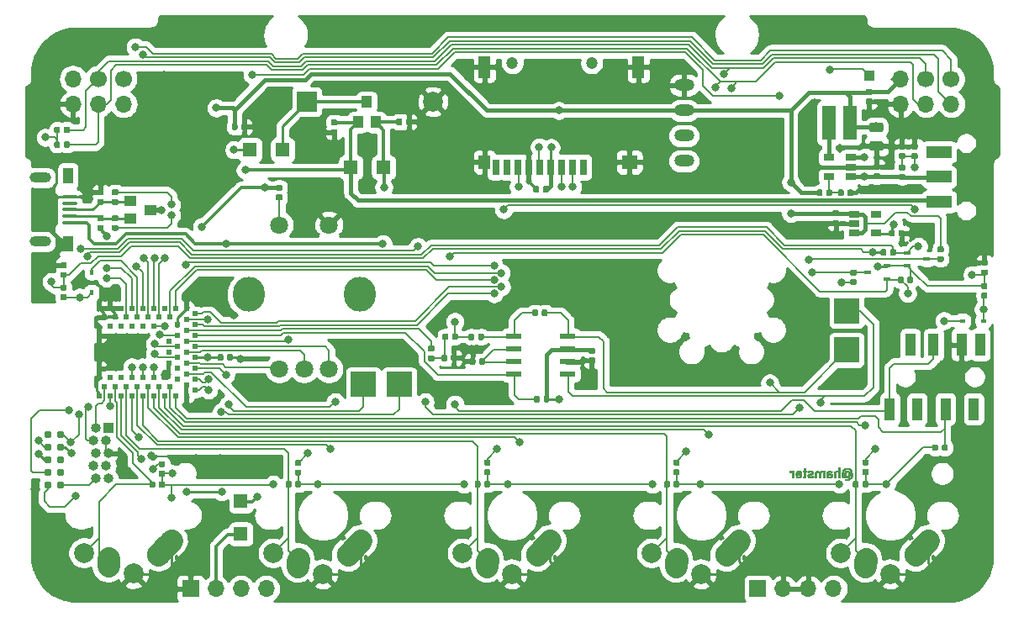
<source format=gbl>
G04 #@! TF.GenerationSoftware,KiCad,Pcbnew,(5.1.0)-1*
G04 #@! TF.CreationDate,2019-06-03T00:00:12-06:00*
G04 #@! TF.ProjectId,laser-theremin,6c617365-722d-4746-9865-72656d696e2e,rev?*
G04 #@! TF.SameCoordinates,Original*
G04 #@! TF.FileFunction,Copper,L2,Bot*
G04 #@! TF.FilePolarity,Positive*
%FSLAX46Y46*%
G04 Gerber Fmt 4.6, Leading zero omitted, Abs format (unit mm)*
G04 Created by KiCad (PCBNEW (5.1.0)-1) date 2019-06-03 00:00:12*
%MOMM*%
%LPD*%
G04 APERTURE LIST*
%ADD10C,0.010000*%
%ADD11C,1.800000*%
%ADD12O,3.200000X3.500000*%
%ADD13R,1.397000X1.397000*%
%ADD14C,0.784860*%
%ADD15C,0.100000*%
%ADD16C,0.590000*%
%ADD17C,2.250000*%
%ADD18C,2.250000*%
%ADD19C,2.000000*%
%ADD20R,2.000000X2.000000*%
%ADD21C,1.700000*%
%ADD22O,1.700000X1.700000*%
%ADD23R,1.200000X2.200000*%
%ADD24R,1.600000X1.400000*%
%ADD25R,1.200000X1.400000*%
%ADD26C,1.200000*%
%ADD27R,0.700000X1.600000*%
%ADD28R,2.500000X1.250000*%
%ADD29R,1.060000X0.650000*%
%ADD30C,0.975000*%
%ADD31R,1.143000X1.016000*%
%ADD32R,1.000000X1.597660*%
%ADD33O,2.150000X1.050000*%
%ADD34O,1.500000X0.400000*%
%ADD35R,1.350000X3.400000*%
%ADD36R,1.016000X1.143000*%
%ADD37R,0.700000X0.450000*%
%ADD38R,0.450000X0.600000*%
%ADD39R,0.600000X0.450000*%
%ADD40O,2.000000X1.200000*%
%ADD41R,2.500000X2.500000*%
%ADD42R,0.998220X2.247900*%
%ADD43R,1.700000X1.700000*%
%ADD44R,1.000000X1.000000*%
%ADD45R,1.550000X0.600000*%
%ADD46R,0.500000X0.500000*%
%ADD47O,1.000000X1.000000*%
%ADD48C,0.800000*%
%ADD49C,0.254000*%
%ADD50C,0.381000*%
%ADD51C,0.304800*%
%ADD52C,0.177800*%
%ADD53C,0.203200*%
%ADD54C,0.250000*%
%ADD55C,0.200000*%
G04 APERTURE END LIST*
D10*
G36*
X175091251Y-109161276D02*
G01*
X175036374Y-109186824D01*
X175021023Y-109219069D01*
X175042798Y-109266106D01*
X175055176Y-109282971D01*
X175085180Y-109314126D01*
X175117531Y-109318500D01*
X175158403Y-109305596D01*
X175212669Y-109291621D01*
X175256363Y-109302520D01*
X175279947Y-109316570D01*
X175302787Y-109332939D01*
X175318234Y-109351894D01*
X175327733Y-109381317D01*
X175332730Y-109429090D01*
X175334670Y-109503094D01*
X175335000Y-109611211D01*
X175335000Y-109880833D01*
X175504333Y-109880833D01*
X175504333Y-109161166D01*
X175419666Y-109161166D01*
X175362515Y-109165645D01*
X175337928Y-109181581D01*
X175335000Y-109196197D01*
X175331392Y-109219395D01*
X175313345Y-109211731D01*
X175297958Y-109198700D01*
X175219257Y-109154691D01*
X175129508Y-109151463D01*
X175091251Y-109161276D01*
X175091251Y-109161276D01*
G37*
X175091251Y-109161276D02*
X175036374Y-109186824D01*
X175021023Y-109219069D01*
X175042798Y-109266106D01*
X175055176Y-109282971D01*
X175085180Y-109314126D01*
X175117531Y-109318500D01*
X175158403Y-109305596D01*
X175212669Y-109291621D01*
X175256363Y-109302520D01*
X175279947Y-109316570D01*
X175302787Y-109332939D01*
X175318234Y-109351894D01*
X175327733Y-109381317D01*
X175332730Y-109429090D01*
X175334670Y-109503094D01*
X175335000Y-109611211D01*
X175335000Y-109880833D01*
X175504333Y-109880833D01*
X175504333Y-109161166D01*
X175419666Y-109161166D01*
X175362515Y-109165645D01*
X175337928Y-109181581D01*
X175335000Y-109196197D01*
X175331392Y-109219395D01*
X175313345Y-109211731D01*
X175297958Y-109198700D01*
X175219257Y-109154691D01*
X175129508Y-109151463D01*
X175091251Y-109161276D01*
G36*
X179004581Y-109161598D02*
G01*
X178908250Y-109205714D01*
X178882794Y-109225779D01*
X178816916Y-109284588D01*
X178810025Y-109582710D01*
X178803133Y-109880833D01*
X178878817Y-109880833D01*
X178928413Y-109875438D01*
X178953680Y-109862138D01*
X178954500Y-109858921D01*
X178967457Y-109847821D01*
X178995442Y-109858921D01*
X179040441Y-109871917D01*
X179107605Y-109879772D01*
X179141984Y-109880833D01*
X179220836Y-109874410D01*
X179279403Y-109850713D01*
X179312709Y-109826035D01*
X179354408Y-109784030D01*
X179373372Y-109738959D01*
X179377833Y-109671994D01*
X179377460Y-109668147D01*
X179229666Y-109668147D01*
X179221432Y-109715586D01*
X179203208Y-109739815D01*
X179155529Y-109748976D01*
X179088058Y-109751830D01*
X179022881Y-109748258D01*
X178987981Y-109740985D01*
X178962382Y-109709845D01*
X178954500Y-109645735D01*
X178954500Y-109563333D01*
X179051141Y-109563333D01*
X179143662Y-109570971D01*
X179200773Y-109595605D01*
X179226868Y-109639815D01*
X179229666Y-109668147D01*
X179377460Y-109668147D01*
X179370945Y-109600957D01*
X179353605Y-109541329D01*
X179345459Y-109526532D01*
X179291490Y-109482617D01*
X179204672Y-109452068D01*
X179093072Y-109437388D01*
X179055041Y-109436451D01*
X178993000Y-109433633D01*
X178962896Y-109422724D01*
X178954535Y-109399750D01*
X178954500Y-109397280D01*
X178972756Y-109342783D01*
X179020680Y-109306006D01*
X179088008Y-109290620D01*
X179164472Y-109300293D01*
X179194301Y-109311537D01*
X179240438Y-109323273D01*
X179286262Y-109307614D01*
X179303670Y-109296855D01*
X179361746Y-109258803D01*
X179314869Y-109220844D01*
X179220322Y-109169021D01*
X179112749Y-109149320D01*
X179004581Y-109161598D01*
X179004581Y-109161598D01*
G37*
X179004581Y-109161598D02*
X178908250Y-109205714D01*
X178882794Y-109225779D01*
X178816916Y-109284588D01*
X178810025Y-109582710D01*
X178803133Y-109880833D01*
X178878817Y-109880833D01*
X178928413Y-109875438D01*
X178953680Y-109862138D01*
X178954500Y-109858921D01*
X178967457Y-109847821D01*
X178995442Y-109858921D01*
X179040441Y-109871917D01*
X179107605Y-109879772D01*
X179141984Y-109880833D01*
X179220836Y-109874410D01*
X179279403Y-109850713D01*
X179312709Y-109826035D01*
X179354408Y-109784030D01*
X179373372Y-109738959D01*
X179377833Y-109671994D01*
X179377460Y-109668147D01*
X179229666Y-109668147D01*
X179221432Y-109715586D01*
X179203208Y-109739815D01*
X179155529Y-109748976D01*
X179088058Y-109751830D01*
X179022881Y-109748258D01*
X178987981Y-109740985D01*
X178962382Y-109709845D01*
X178954500Y-109645735D01*
X178954500Y-109563333D01*
X179051141Y-109563333D01*
X179143662Y-109570971D01*
X179200773Y-109595605D01*
X179226868Y-109639815D01*
X179229666Y-109668147D01*
X179377460Y-109668147D01*
X179370945Y-109600957D01*
X179353605Y-109541329D01*
X179345459Y-109526532D01*
X179291490Y-109482617D01*
X179204672Y-109452068D01*
X179093072Y-109437388D01*
X179055041Y-109436451D01*
X178993000Y-109433633D01*
X178962896Y-109422724D01*
X178954535Y-109399750D01*
X178954500Y-109397280D01*
X178972756Y-109342783D01*
X179020680Y-109306006D01*
X179088008Y-109290620D01*
X179164472Y-109300293D01*
X179194301Y-109311537D01*
X179240438Y-109323273D01*
X179286262Y-109307614D01*
X179303670Y-109296855D01*
X179361746Y-109258803D01*
X179314869Y-109220844D01*
X179220322Y-109169021D01*
X179112749Y-109149320D01*
X179004581Y-109161598D01*
G36*
X179970500Y-109048030D02*
G01*
X179970016Y-109135465D01*
X179967422Y-109187195D01*
X179961002Y-109209844D01*
X179949040Y-109210039D01*
X179932069Y-109196448D01*
X179858588Y-109155868D01*
X179774125Y-109148286D01*
X179690450Y-109171001D01*
X179619333Y-109221313D01*
X179580552Y-109277126D01*
X179564877Y-109323730D01*
X179554579Y-109390072D01*
X179548922Y-109483605D01*
X179547167Y-109611782D01*
X179547166Y-109614157D01*
X179547166Y-109880833D01*
X179695333Y-109880833D01*
X179695333Y-109636454D01*
X179695866Y-109530570D01*
X179698499Y-109458172D01*
X179704782Y-109410413D01*
X179716267Y-109378449D01*
X179734504Y-109353435D01*
X179747288Y-109340121D01*
X179808757Y-109296629D01*
X179869667Y-109293964D01*
X179923457Y-109321116D01*
X179943089Y-109337422D01*
X179956344Y-109359017D01*
X179964466Y-109393743D01*
X179968700Y-109449445D01*
X179970291Y-109533964D01*
X179970500Y-109617450D01*
X179970500Y-109880833D01*
X180118666Y-109880833D01*
X180118666Y-108864833D01*
X179970500Y-108864833D01*
X179970500Y-109048030D01*
X179970500Y-109048030D01*
G37*
X179970500Y-109048030D02*
X179970016Y-109135465D01*
X179967422Y-109187195D01*
X179961002Y-109209844D01*
X179949040Y-109210039D01*
X179932069Y-109196448D01*
X179858588Y-109155868D01*
X179774125Y-109148286D01*
X179690450Y-109171001D01*
X179619333Y-109221313D01*
X179580552Y-109277126D01*
X179564877Y-109323730D01*
X179554579Y-109390072D01*
X179548922Y-109483605D01*
X179547167Y-109611782D01*
X179547166Y-109614157D01*
X179547166Y-109880833D01*
X179695333Y-109880833D01*
X179695333Y-109636454D01*
X179695866Y-109530570D01*
X179698499Y-109458172D01*
X179704782Y-109410413D01*
X179716267Y-109378449D01*
X179734504Y-109353435D01*
X179747288Y-109340121D01*
X179808757Y-109296629D01*
X179869667Y-109293964D01*
X179923457Y-109321116D01*
X179943089Y-109337422D01*
X179956344Y-109359017D01*
X179964466Y-109393743D01*
X179968700Y-109449445D01*
X179970291Y-109533964D01*
X179970500Y-109617450D01*
X179970500Y-109880833D01*
X180118666Y-109880833D01*
X180118666Y-108864833D01*
X179970500Y-108864833D01*
X179970500Y-109048030D01*
G36*
X175912538Y-109153273D02*
G01*
X175823236Y-109192184D01*
X175749881Y-109261259D01*
X175698368Y-109354517D01*
X175674592Y-109465975D01*
X175673666Y-109493734D01*
X175673666Y-109584500D01*
X175895916Y-109584500D01*
X175997408Y-109585473D01*
X176063431Y-109589044D01*
X176100820Y-109596189D01*
X176116407Y-109607884D01*
X176118166Y-109616250D01*
X176099444Y-109667304D01*
X176051041Y-109705740D01*
X175984608Y-109728108D01*
X175911792Y-109730957D01*
X175844242Y-109710839D01*
X175829448Y-109701751D01*
X175795809Y-109683772D01*
X175768337Y-109692109D01*
X175737854Y-109721351D01*
X175706923Y-109762518D01*
X175707906Y-109794005D01*
X175744076Y-109824039D01*
X175787649Y-109846509D01*
X175884524Y-109874839D01*
X175991665Y-109878734D01*
X176091118Y-109858636D01*
X176135315Y-109837957D01*
X176204625Y-109773899D01*
X176247691Y-109680881D01*
X176265638Y-109556181D01*
X176266333Y-109521000D01*
X176257259Y-109429791D01*
X176116739Y-109429791D01*
X176090391Y-109448610D01*
X176027642Y-109456461D01*
X175970000Y-109457500D01*
X175888011Y-109454446D01*
X175836704Y-109445914D01*
X175821833Y-109434941D01*
X175833965Y-109391888D01*
X175861791Y-109340898D01*
X175892457Y-109305296D01*
X175893794Y-109304365D01*
X175953898Y-109287142D01*
X176019857Y-109301672D01*
X176074297Y-109343937D01*
X176110203Y-109396176D01*
X176116739Y-109429791D01*
X176257259Y-109429791D01*
X176252578Y-109382740D01*
X176211120Y-109276315D01*
X176141665Y-109201299D01*
X176043922Y-109157268D01*
X176011891Y-109150508D01*
X175912538Y-109153273D01*
X175912538Y-109153273D01*
G37*
X175912538Y-109153273D02*
X175823236Y-109192184D01*
X175749881Y-109261259D01*
X175698368Y-109354517D01*
X175674592Y-109465975D01*
X175673666Y-109493734D01*
X175673666Y-109584500D01*
X175895916Y-109584500D01*
X175997408Y-109585473D01*
X176063431Y-109589044D01*
X176100820Y-109596189D01*
X176116407Y-109607884D01*
X176118166Y-109616250D01*
X176099444Y-109667304D01*
X176051041Y-109705740D01*
X175984608Y-109728108D01*
X175911792Y-109730957D01*
X175844242Y-109710839D01*
X175829448Y-109701751D01*
X175795809Y-109683772D01*
X175768337Y-109692109D01*
X175737854Y-109721351D01*
X175706923Y-109762518D01*
X175707906Y-109794005D01*
X175744076Y-109824039D01*
X175787649Y-109846509D01*
X175884524Y-109874839D01*
X175991665Y-109878734D01*
X176091118Y-109858636D01*
X176135315Y-109837957D01*
X176204625Y-109773899D01*
X176247691Y-109680881D01*
X176265638Y-109556181D01*
X176266333Y-109521000D01*
X176257259Y-109429791D01*
X176116739Y-109429791D01*
X176090391Y-109448610D01*
X176027642Y-109456461D01*
X175970000Y-109457500D01*
X175888011Y-109454446D01*
X175836704Y-109445914D01*
X175821833Y-109434941D01*
X175833965Y-109391888D01*
X175861791Y-109340898D01*
X175892457Y-109305296D01*
X175893794Y-109304365D01*
X175953898Y-109287142D01*
X176019857Y-109301672D01*
X176074297Y-109343937D01*
X176110203Y-109396176D01*
X176116739Y-109429791D01*
X176257259Y-109429791D01*
X176252578Y-109382740D01*
X176211120Y-109276315D01*
X176141665Y-109201299D01*
X176043922Y-109157268D01*
X176011891Y-109150508D01*
X175912538Y-109153273D01*
G36*
X178160962Y-109176313D02*
G01*
X178096518Y-109225474D01*
X178067608Y-109253803D01*
X178049059Y-109250601D01*
X178030393Y-109226297D01*
X177970932Y-109174863D01*
X177892905Y-109151755D01*
X177808386Y-109156088D01*
X177729447Y-109186979D01*
X177668164Y-109243542D01*
X177661774Y-109253307D01*
X177644710Y-109287071D01*
X177633101Y-109327995D01*
X177625957Y-109384521D01*
X177622288Y-109465091D01*
X177621104Y-109578146D01*
X177621079Y-109600375D01*
X177621000Y-109880833D01*
X177769166Y-109880833D01*
X177769166Y-109630878D01*
X177770746Y-109509135D01*
X177776956Y-109422819D01*
X177790001Y-109365092D01*
X177812087Y-109329119D01*
X177845417Y-109308063D01*
X177876338Y-109298606D01*
X177940007Y-109302098D01*
X177982171Y-109327281D01*
X178004041Y-109347451D01*
X178018991Y-109371613D01*
X178028648Y-109408021D01*
X178034639Y-109464929D01*
X178038589Y-109550590D01*
X178040814Y-109624917D01*
X178047879Y-109880833D01*
X178192500Y-109880833D01*
X178192500Y-109626833D01*
X178193213Y-109517075D01*
X178196144Y-109441347D01*
X178202475Y-109391358D01*
X178213391Y-109358816D01*
X178230078Y-109335431D01*
X178234833Y-109330500D01*
X178293311Y-109293282D01*
X178355797Y-109297315D01*
X178399457Y-109321116D01*
X178419089Y-109337422D01*
X178432344Y-109359017D01*
X178440466Y-109393743D01*
X178444700Y-109449445D01*
X178446291Y-109533964D01*
X178446500Y-109617450D01*
X178446500Y-109880833D01*
X178615833Y-109880833D01*
X178615833Y-109161166D01*
X178531166Y-109161166D01*
X178474015Y-109165645D01*
X178449428Y-109181581D01*
X178446500Y-109196197D01*
X178442892Y-109219395D01*
X178424845Y-109211731D01*
X178409458Y-109198700D01*
X178333645Y-109158047D01*
X178246494Y-109150954D01*
X178160962Y-109176313D01*
X178160962Y-109176313D01*
G37*
X178160962Y-109176313D02*
X178096518Y-109225474D01*
X178067608Y-109253803D01*
X178049059Y-109250601D01*
X178030393Y-109226297D01*
X177970932Y-109174863D01*
X177892905Y-109151755D01*
X177808386Y-109156088D01*
X177729447Y-109186979D01*
X177668164Y-109243542D01*
X177661774Y-109253307D01*
X177644710Y-109287071D01*
X177633101Y-109327995D01*
X177625957Y-109384521D01*
X177622288Y-109465091D01*
X177621104Y-109578146D01*
X177621079Y-109600375D01*
X177621000Y-109880833D01*
X177769166Y-109880833D01*
X177769166Y-109630878D01*
X177770746Y-109509135D01*
X177776956Y-109422819D01*
X177790001Y-109365092D01*
X177812087Y-109329119D01*
X177845417Y-109308063D01*
X177876338Y-109298606D01*
X177940007Y-109302098D01*
X177982171Y-109327281D01*
X178004041Y-109347451D01*
X178018991Y-109371613D01*
X178028648Y-109408021D01*
X178034639Y-109464929D01*
X178038589Y-109550590D01*
X178040814Y-109624917D01*
X178047879Y-109880833D01*
X178192500Y-109880833D01*
X178192500Y-109626833D01*
X178193213Y-109517075D01*
X178196144Y-109441347D01*
X178202475Y-109391358D01*
X178213391Y-109358816D01*
X178230078Y-109335431D01*
X178234833Y-109330500D01*
X178293311Y-109293282D01*
X178355797Y-109297315D01*
X178399457Y-109321116D01*
X178419089Y-109337422D01*
X178432344Y-109359017D01*
X178440466Y-109393743D01*
X178444700Y-109449445D01*
X178446291Y-109533964D01*
X178446500Y-109617450D01*
X178446500Y-109880833D01*
X178615833Y-109880833D01*
X178615833Y-109161166D01*
X178531166Y-109161166D01*
X178474015Y-109165645D01*
X178449428Y-109181581D01*
X178446500Y-109196197D01*
X178442892Y-109219395D01*
X178424845Y-109211731D01*
X178409458Y-109198700D01*
X178333645Y-109158047D01*
X178246494Y-109150954D01*
X178160962Y-109176313D01*
G36*
X176991366Y-109174220D02*
G01*
X176921502Y-109207201D01*
X176852630Y-109249084D01*
X176905919Y-109302373D01*
X176944168Y-109336655D01*
X176974259Y-109343339D01*
X177016857Y-109325830D01*
X177024469Y-109321914D01*
X177104708Y-109293273D01*
X177179551Y-109288659D01*
X177239723Y-109306171D01*
X177275948Y-109343905D01*
X177282333Y-109374802D01*
X177265586Y-109411789D01*
X177213664Y-109431833D01*
X177148310Y-109436451D01*
X177052778Y-109446387D01*
X176967328Y-109472703D01*
X176905457Y-109510667D01*
X176891374Y-109526532D01*
X176861535Y-109602282D01*
X176862244Y-109688143D01*
X176890170Y-109770010D01*
X176941984Y-109833776D01*
X176967903Y-109850670D01*
X177045081Y-109873817D01*
X177144961Y-109881190D01*
X177251193Y-109873359D01*
X177347427Y-109850889D01*
X177382875Y-109836271D01*
X177435560Y-109807532D01*
X177467694Y-109784867D01*
X177472363Y-109778079D01*
X177460377Y-109753060D01*
X177434500Y-109715824D01*
X177397109Y-109667232D01*
X177302679Y-109710068D01*
X177201981Y-109745436D01*
X177122022Y-109748757D01*
X177055964Y-109720105D01*
X177046553Y-109712826D01*
X177011030Y-109669618D01*
X177016654Y-109633026D01*
X177062640Y-109603846D01*
X177148204Y-109582874D01*
X177178764Y-109578628D01*
X177287225Y-109558863D01*
X177360095Y-109527523D01*
X177403584Y-109479729D01*
X177423903Y-109410601D01*
X177426473Y-109383997D01*
X177426118Y-109312724D01*
X177410266Y-109264331D01*
X177385519Y-109232431D01*
X177309368Y-109179959D01*
X177210370Y-109152336D01*
X177100408Y-109150207D01*
X176991366Y-109174220D01*
X176991366Y-109174220D01*
G37*
X176991366Y-109174220D02*
X176921502Y-109207201D01*
X176852630Y-109249084D01*
X176905919Y-109302373D01*
X176944168Y-109336655D01*
X176974259Y-109343339D01*
X177016857Y-109325830D01*
X177024469Y-109321914D01*
X177104708Y-109293273D01*
X177179551Y-109288659D01*
X177239723Y-109306171D01*
X177275948Y-109343905D01*
X177282333Y-109374802D01*
X177265586Y-109411789D01*
X177213664Y-109431833D01*
X177148310Y-109436451D01*
X177052778Y-109446387D01*
X176967328Y-109472703D01*
X176905457Y-109510667D01*
X176891374Y-109526532D01*
X176861535Y-109602282D01*
X176862244Y-109688143D01*
X176890170Y-109770010D01*
X176941984Y-109833776D01*
X176967903Y-109850670D01*
X177045081Y-109873817D01*
X177144961Y-109881190D01*
X177251193Y-109873359D01*
X177347427Y-109850889D01*
X177382875Y-109836271D01*
X177435560Y-109807532D01*
X177467694Y-109784867D01*
X177472363Y-109778079D01*
X177460377Y-109753060D01*
X177434500Y-109715824D01*
X177397109Y-109667232D01*
X177302679Y-109710068D01*
X177201981Y-109745436D01*
X177122022Y-109748757D01*
X177055964Y-109720105D01*
X177046553Y-109712826D01*
X177011030Y-109669618D01*
X177016654Y-109633026D01*
X177062640Y-109603846D01*
X177148204Y-109582874D01*
X177178764Y-109578628D01*
X177287225Y-109558863D01*
X177360095Y-109527523D01*
X177403584Y-109479729D01*
X177423903Y-109410601D01*
X177426473Y-109383997D01*
X177426118Y-109312724D01*
X177410266Y-109264331D01*
X177385519Y-109232431D01*
X177309368Y-109179959D01*
X177210370Y-109152336D01*
X177100408Y-109150207D01*
X176991366Y-109174220D01*
G36*
X180697347Y-108898861D02*
G01*
X180579880Y-108939463D01*
X180480054Y-109010981D01*
X180467490Y-109023156D01*
X180414120Y-109084649D01*
X180376036Y-109151178D01*
X180350968Y-109231124D01*
X180336648Y-109332868D01*
X180330805Y-109464789D01*
X180330333Y-109529709D01*
X180330851Y-109636265D01*
X180333420Y-109709264D01*
X180339563Y-109757477D01*
X180350804Y-109789676D01*
X180368666Y-109814635D01*
X180382288Y-109828878D01*
X180445232Y-109866131D01*
X180526007Y-109881235D01*
X180606138Y-109872816D01*
X180656029Y-109849244D01*
X180691724Y-109830025D01*
X180725497Y-109840226D01*
X180740114Y-109849917D01*
X180805178Y-109874799D01*
X180888733Y-109880562D01*
X180971876Y-109867928D01*
X181034414Y-109838653D01*
X181079626Y-109779663D01*
X181111233Y-109691627D01*
X181128391Y-109585862D01*
X181129643Y-109510580D01*
X180975916Y-109510580D01*
X180974542Y-109595289D01*
X180968563Y-109649002D01*
X180955195Y-109683019D01*
X180931654Y-109708637D01*
X180925947Y-109713370D01*
X180881680Y-109742482D01*
X180848916Y-109753833D01*
X180814095Y-109741401D01*
X180771886Y-109713370D01*
X180746153Y-109688067D01*
X180731108Y-109656461D01*
X180723969Y-109607254D01*
X180721951Y-109529147D01*
X180721916Y-109510580D01*
X180726975Y-109408060D01*
X180744432Y-109340919D01*
X180777708Y-109303166D01*
X180830225Y-109288809D01*
X180848916Y-109288166D01*
X180907456Y-109297025D01*
X180945794Y-109327598D01*
X180967352Y-109385874D01*
X180975549Y-109477846D01*
X180975916Y-109510580D01*
X181129643Y-109510580D01*
X181130257Y-109473685D01*
X181115987Y-109366414D01*
X181084739Y-109275366D01*
X181077394Y-109261827D01*
X181018127Y-109198933D01*
X180935153Y-109160386D01*
X180840363Y-109147624D01*
X180745649Y-109162085D01*
X180662903Y-109205209D01*
X180656086Y-109210858D01*
X180612095Y-109267990D01*
X180582851Y-109353177D01*
X180567192Y-109471065D01*
X180563671Y-109579872D01*
X180561349Y-109664367D01*
X180553893Y-109715201D01*
X180539547Y-109740912D01*
X180529280Y-109746998D01*
X180497684Y-109749267D01*
X180476487Y-109724862D01*
X180464651Y-109669726D01*
X180461136Y-109579799D01*
X180463250Y-109489250D01*
X180476121Y-109339605D01*
X180503768Y-109225352D01*
X180549420Y-109141154D01*
X180616308Y-109081673D01*
X180707663Y-109041574D01*
X180739590Y-109032709D01*
X180863190Y-109018690D01*
X180980391Y-109036716D01*
X181080772Y-109084218D01*
X181131831Y-109129421D01*
X181188984Y-109224187D01*
X181224598Y-109351567D01*
X181237742Y-109507193D01*
X181234556Y-109610855D01*
X181216995Y-109743013D01*
X181181595Y-109842728D01*
X181123557Y-109914380D01*
X181038079Y-109962349D01*
X180920363Y-109991016D01*
X180805141Y-110002665D01*
X180626666Y-110013800D01*
X180626666Y-110134833D01*
X180811875Y-110133014D01*
X180903769Y-110130201D01*
X180985770Y-110124315D01*
X181043868Y-110116464D01*
X181054994Y-110113757D01*
X181174360Y-110058656D01*
X181265933Y-109972343D01*
X181315658Y-109891114D01*
X181338425Y-109842316D01*
X181353720Y-109799420D01*
X181362715Y-109752759D01*
X181366584Y-109692665D01*
X181366499Y-109609473D01*
X181363686Y-109495334D01*
X181359314Y-109374534D01*
X181353284Y-109286864D01*
X181344232Y-109223122D01*
X181330795Y-109174105D01*
X181311609Y-109130611D01*
X181308869Y-109125351D01*
X181230780Y-109018791D01*
X181125191Y-108943636D01*
X180991434Y-108899544D01*
X180840789Y-108886118D01*
X180697347Y-108898861D01*
X180697347Y-108898861D01*
G37*
X180697347Y-108898861D02*
X180579880Y-108939463D01*
X180480054Y-109010981D01*
X180467490Y-109023156D01*
X180414120Y-109084649D01*
X180376036Y-109151178D01*
X180350968Y-109231124D01*
X180336648Y-109332868D01*
X180330805Y-109464789D01*
X180330333Y-109529709D01*
X180330851Y-109636265D01*
X180333420Y-109709264D01*
X180339563Y-109757477D01*
X180350804Y-109789676D01*
X180368666Y-109814635D01*
X180382288Y-109828878D01*
X180445232Y-109866131D01*
X180526007Y-109881235D01*
X180606138Y-109872816D01*
X180656029Y-109849244D01*
X180691724Y-109830025D01*
X180725497Y-109840226D01*
X180740114Y-109849917D01*
X180805178Y-109874799D01*
X180888733Y-109880562D01*
X180971876Y-109867928D01*
X181034414Y-109838653D01*
X181079626Y-109779663D01*
X181111233Y-109691627D01*
X181128391Y-109585862D01*
X181129643Y-109510580D01*
X180975916Y-109510580D01*
X180974542Y-109595289D01*
X180968563Y-109649002D01*
X180955195Y-109683019D01*
X180931654Y-109708637D01*
X180925947Y-109713370D01*
X180881680Y-109742482D01*
X180848916Y-109753833D01*
X180814095Y-109741401D01*
X180771886Y-109713370D01*
X180746153Y-109688067D01*
X180731108Y-109656461D01*
X180723969Y-109607254D01*
X180721951Y-109529147D01*
X180721916Y-109510580D01*
X180726975Y-109408060D01*
X180744432Y-109340919D01*
X180777708Y-109303166D01*
X180830225Y-109288809D01*
X180848916Y-109288166D01*
X180907456Y-109297025D01*
X180945794Y-109327598D01*
X180967352Y-109385874D01*
X180975549Y-109477846D01*
X180975916Y-109510580D01*
X181129643Y-109510580D01*
X181130257Y-109473685D01*
X181115987Y-109366414D01*
X181084739Y-109275366D01*
X181077394Y-109261827D01*
X181018127Y-109198933D01*
X180935153Y-109160386D01*
X180840363Y-109147624D01*
X180745649Y-109162085D01*
X180662903Y-109205209D01*
X180656086Y-109210858D01*
X180612095Y-109267990D01*
X180582851Y-109353177D01*
X180567192Y-109471065D01*
X180563671Y-109579872D01*
X180561349Y-109664367D01*
X180553893Y-109715201D01*
X180539547Y-109740912D01*
X180529280Y-109746998D01*
X180497684Y-109749267D01*
X180476487Y-109724862D01*
X180464651Y-109669726D01*
X180461136Y-109579799D01*
X180463250Y-109489250D01*
X180476121Y-109339605D01*
X180503768Y-109225352D01*
X180549420Y-109141154D01*
X180616308Y-109081673D01*
X180707663Y-109041574D01*
X180739590Y-109032709D01*
X180863190Y-109018690D01*
X180980391Y-109036716D01*
X181080772Y-109084218D01*
X181131831Y-109129421D01*
X181188984Y-109224187D01*
X181224598Y-109351567D01*
X181237742Y-109507193D01*
X181234556Y-109610855D01*
X181216995Y-109743013D01*
X181181595Y-109842728D01*
X181123557Y-109914380D01*
X181038079Y-109962349D01*
X180920363Y-109991016D01*
X180805141Y-110002665D01*
X180626666Y-110013800D01*
X180626666Y-110134833D01*
X180811875Y-110133014D01*
X180903769Y-110130201D01*
X180985770Y-110124315D01*
X181043868Y-110116464D01*
X181054994Y-110113757D01*
X181174360Y-110058656D01*
X181265933Y-109972343D01*
X181315658Y-109891114D01*
X181338425Y-109842316D01*
X181353720Y-109799420D01*
X181362715Y-109752759D01*
X181366584Y-109692665D01*
X181366499Y-109609473D01*
X181363686Y-109495334D01*
X181359314Y-109374534D01*
X181353284Y-109286864D01*
X181344232Y-109223122D01*
X181330795Y-109174105D01*
X181311609Y-109130611D01*
X181308869Y-109125351D01*
X181230780Y-109018791D01*
X181125191Y-108943636D01*
X180991434Y-108899544D01*
X180840789Y-108886118D01*
X180697347Y-108898861D01*
G36*
X176520333Y-109055333D02*
G01*
X176518618Y-109118144D01*
X176509862Y-109149479D01*
X176488653Y-109160164D01*
X176467416Y-109161166D01*
X176429598Y-109168001D01*
X176415764Y-109197053D01*
X176414500Y-109224666D01*
X176420195Y-109270048D01*
X176444405Y-109286650D01*
X176467416Y-109288166D01*
X176520333Y-109288166D01*
X176520333Y-109732666D01*
X176467416Y-109732666D01*
X176431631Y-109738201D01*
X176416981Y-109763109D01*
X176414500Y-109806750D01*
X176417063Y-109854182D01*
X176432889Y-109875262D01*
X176474183Y-109880667D01*
X176499166Y-109880833D01*
X176584886Y-109865866D01*
X176626166Y-109838500D01*
X176644341Y-109816044D01*
X176656474Y-109786330D01*
X176663750Y-109741067D01*
X176667354Y-109671962D01*
X176668470Y-109570726D01*
X176668500Y-109542166D01*
X176668915Y-109434946D01*
X176670941Y-109363041D01*
X176675746Y-109319437D01*
X176684499Y-109297118D01*
X176698370Y-109289069D01*
X176710833Y-109288166D01*
X176741820Y-109278187D01*
X176752730Y-109241058D01*
X176753166Y-109224666D01*
X176746514Y-109178186D01*
X176721761Y-109161821D01*
X176710833Y-109161166D01*
X176685441Y-109155594D01*
X176672778Y-109131943D01*
X176668681Y-109079812D01*
X176668500Y-109055333D01*
X176668500Y-108949500D01*
X176520333Y-108949500D01*
X176520333Y-109055333D01*
X176520333Y-109055333D01*
G37*
X176520333Y-109055333D02*
X176518618Y-109118144D01*
X176509862Y-109149479D01*
X176488653Y-109160164D01*
X176467416Y-109161166D01*
X176429598Y-109168001D01*
X176415764Y-109197053D01*
X176414500Y-109224666D01*
X176420195Y-109270048D01*
X176444405Y-109286650D01*
X176467416Y-109288166D01*
X176520333Y-109288166D01*
X176520333Y-109732666D01*
X176467416Y-109732666D01*
X176431631Y-109738201D01*
X176416981Y-109763109D01*
X176414500Y-109806750D01*
X176417063Y-109854182D01*
X176432889Y-109875262D01*
X176474183Y-109880667D01*
X176499166Y-109880833D01*
X176584886Y-109865866D01*
X176626166Y-109838500D01*
X176644341Y-109816044D01*
X176656474Y-109786330D01*
X176663750Y-109741067D01*
X176667354Y-109671962D01*
X176668470Y-109570726D01*
X176668500Y-109542166D01*
X176668915Y-109434946D01*
X176670941Y-109363041D01*
X176675746Y-109319437D01*
X176684499Y-109297118D01*
X176698370Y-109289069D01*
X176710833Y-109288166D01*
X176741820Y-109278187D01*
X176752730Y-109241058D01*
X176753166Y-109224666D01*
X176746514Y-109178186D01*
X176721761Y-109161821D01*
X176710833Y-109161166D01*
X176685441Y-109155594D01*
X176672778Y-109131943D01*
X176668681Y-109079812D01*
X176668500Y-109055333D01*
X176668500Y-108949500D01*
X176520333Y-108949500D01*
X176520333Y-109055333D01*
D11*
X126170000Y-98930000D03*
X128670000Y-84430000D03*
X123670000Y-84430000D03*
X123670000Y-98930000D03*
X128670000Y-98930000D03*
D12*
X131770000Y-91430000D03*
X120570000Y-91430000D03*
D13*
X124011000Y-76840000D03*
X120709000Y-76840000D03*
D14*
X101625000Y-108060000D03*
X100355000Y-108060000D03*
X101625000Y-109330000D03*
X100355000Y-109330000D03*
X101625000Y-110600000D03*
X100355000Y-110600000D03*
X100355000Y-106790000D03*
X101625000Y-106790000D03*
X100355000Y-105520000D03*
X101625000Y-105520000D03*
D15*
G36*
X118876958Y-97430710D02*
G01*
X118891276Y-97432834D01*
X118905317Y-97436351D01*
X118918946Y-97441228D01*
X118932031Y-97447417D01*
X118944447Y-97454858D01*
X118956073Y-97463481D01*
X118966798Y-97473202D01*
X118976519Y-97483927D01*
X118985142Y-97495553D01*
X118992583Y-97507969D01*
X118998772Y-97521054D01*
X119003649Y-97534683D01*
X119007166Y-97548724D01*
X119009290Y-97563042D01*
X119010000Y-97577500D01*
X119010000Y-97922500D01*
X119009290Y-97936958D01*
X119007166Y-97951276D01*
X119003649Y-97965317D01*
X118998772Y-97978946D01*
X118992583Y-97992031D01*
X118985142Y-98004447D01*
X118976519Y-98016073D01*
X118966798Y-98026798D01*
X118956073Y-98036519D01*
X118944447Y-98045142D01*
X118932031Y-98052583D01*
X118918946Y-98058772D01*
X118905317Y-98063649D01*
X118891276Y-98067166D01*
X118876958Y-98069290D01*
X118862500Y-98070000D01*
X118567500Y-98070000D01*
X118553042Y-98069290D01*
X118538724Y-98067166D01*
X118524683Y-98063649D01*
X118511054Y-98058772D01*
X118497969Y-98052583D01*
X118485553Y-98045142D01*
X118473927Y-98036519D01*
X118463202Y-98026798D01*
X118453481Y-98016073D01*
X118444858Y-98004447D01*
X118437417Y-97992031D01*
X118431228Y-97978946D01*
X118426351Y-97965317D01*
X118422834Y-97951276D01*
X118420710Y-97936958D01*
X118420000Y-97922500D01*
X118420000Y-97577500D01*
X118420710Y-97563042D01*
X118422834Y-97548724D01*
X118426351Y-97534683D01*
X118431228Y-97521054D01*
X118437417Y-97507969D01*
X118444858Y-97495553D01*
X118453481Y-97483927D01*
X118463202Y-97473202D01*
X118473927Y-97463481D01*
X118485553Y-97454858D01*
X118497969Y-97447417D01*
X118511054Y-97441228D01*
X118524683Y-97436351D01*
X118538724Y-97432834D01*
X118553042Y-97430710D01*
X118567500Y-97430000D01*
X118862500Y-97430000D01*
X118876958Y-97430710D01*
X118876958Y-97430710D01*
G37*
D16*
X118715000Y-97750000D03*
D15*
G36*
X117906958Y-97430710D02*
G01*
X117921276Y-97432834D01*
X117935317Y-97436351D01*
X117948946Y-97441228D01*
X117962031Y-97447417D01*
X117974447Y-97454858D01*
X117986073Y-97463481D01*
X117996798Y-97473202D01*
X118006519Y-97483927D01*
X118015142Y-97495553D01*
X118022583Y-97507969D01*
X118028772Y-97521054D01*
X118033649Y-97534683D01*
X118037166Y-97548724D01*
X118039290Y-97563042D01*
X118040000Y-97577500D01*
X118040000Y-97922500D01*
X118039290Y-97936958D01*
X118037166Y-97951276D01*
X118033649Y-97965317D01*
X118028772Y-97978946D01*
X118022583Y-97992031D01*
X118015142Y-98004447D01*
X118006519Y-98016073D01*
X117996798Y-98026798D01*
X117986073Y-98036519D01*
X117974447Y-98045142D01*
X117962031Y-98052583D01*
X117948946Y-98058772D01*
X117935317Y-98063649D01*
X117921276Y-98067166D01*
X117906958Y-98069290D01*
X117892500Y-98070000D01*
X117597500Y-98070000D01*
X117583042Y-98069290D01*
X117568724Y-98067166D01*
X117554683Y-98063649D01*
X117541054Y-98058772D01*
X117527969Y-98052583D01*
X117515553Y-98045142D01*
X117503927Y-98036519D01*
X117493202Y-98026798D01*
X117483481Y-98016073D01*
X117474858Y-98004447D01*
X117467417Y-97992031D01*
X117461228Y-97978946D01*
X117456351Y-97965317D01*
X117452834Y-97951276D01*
X117450710Y-97936958D01*
X117450000Y-97922500D01*
X117450000Y-97577500D01*
X117450710Y-97563042D01*
X117452834Y-97548724D01*
X117456351Y-97534683D01*
X117461228Y-97521054D01*
X117467417Y-97507969D01*
X117474858Y-97495553D01*
X117483481Y-97483927D01*
X117493202Y-97473202D01*
X117503927Y-97463481D01*
X117515553Y-97454858D01*
X117527969Y-97447417D01*
X117541054Y-97441228D01*
X117554683Y-97436351D01*
X117568724Y-97432834D01*
X117583042Y-97430710D01*
X117597500Y-97430000D01*
X117892500Y-97430000D01*
X117906958Y-97430710D01*
X117906958Y-97430710D01*
G37*
D16*
X117745000Y-97750000D03*
D17*
X106480000Y-118390000D03*
D18*
X106505506Y-118015868D02*
X106454494Y-118764132D01*
D19*
X108990000Y-119540000D03*
X103990000Y-117440000D03*
D17*
X111490000Y-117640000D03*
X112145005Y-116910004D03*
D18*
X112800000Y-116180000D02*
X111490010Y-117640008D01*
D17*
X125555000Y-118410000D03*
D18*
X125580506Y-118035868D02*
X125529494Y-118784132D01*
D19*
X128065000Y-119560000D03*
X123065000Y-117460000D03*
D17*
X130565000Y-117660000D03*
X131220005Y-116930004D03*
D18*
X131875000Y-116200000D02*
X130565010Y-117660008D01*
D17*
X144605000Y-118410000D03*
D18*
X144630506Y-118035868D02*
X144579494Y-118784132D01*
D19*
X147115000Y-119560000D03*
X142115000Y-117460000D03*
D17*
X149615000Y-117660000D03*
X150270005Y-116930004D03*
D18*
X150925000Y-116200000D02*
X149615010Y-117660008D01*
D17*
X163655000Y-118410000D03*
D18*
X163680506Y-118035868D02*
X163629494Y-118784132D01*
D19*
X166165000Y-119560000D03*
X161165000Y-117460000D03*
D17*
X168665000Y-117660000D03*
X169320005Y-116930004D03*
D18*
X169975000Y-116200000D02*
X168665010Y-117660008D01*
D17*
X182705000Y-118410000D03*
D18*
X182730506Y-118035868D02*
X182679494Y-118784132D01*
D19*
X185215000Y-119560000D03*
X180215000Y-117460000D03*
D17*
X187715000Y-117660000D03*
X188370005Y-116930004D03*
D18*
X189025000Y-116200000D02*
X187715010Y-117660008D01*
D19*
X139150000Y-72000000D03*
D20*
X126450000Y-72000000D03*
D21*
X191340000Y-69710000D03*
D22*
X191340000Y-72250000D03*
D21*
X188800000Y-69710000D03*
D22*
X188800000Y-72250000D03*
X186260000Y-69710000D03*
X186260000Y-72250000D03*
D21*
X107990000Y-69710000D03*
D22*
X107990000Y-72250000D03*
D21*
X105450000Y-69710000D03*
D22*
X105450000Y-72250000D03*
X102910000Y-69710000D03*
X102910000Y-72250000D03*
D23*
X144330000Y-68490000D03*
X159830000Y-68490000D03*
D24*
X158930000Y-78090000D03*
D25*
X144330000Y-78090000D03*
D26*
X155130000Y-68090000D03*
X147150000Y-68090000D03*
D27*
X152080000Y-78590000D03*
X153180000Y-78590000D03*
X154280000Y-78590000D03*
X150980000Y-78590000D03*
X149880000Y-78590000D03*
X148780000Y-78590000D03*
X147680000Y-78590000D03*
X146580000Y-78590000D03*
X145480000Y-78590000D03*
D28*
X190110000Y-77070000D03*
X190110000Y-79570000D03*
X190110000Y-82070000D03*
D29*
X179010000Y-77620000D03*
X179010000Y-79520000D03*
X181210000Y-79520000D03*
X181210000Y-78570000D03*
X181210000Y-77620000D03*
D15*
G36*
X149726958Y-80500710D02*
G01*
X149741276Y-80502834D01*
X149755317Y-80506351D01*
X149768946Y-80511228D01*
X149782031Y-80517417D01*
X149794447Y-80524858D01*
X149806073Y-80533481D01*
X149816798Y-80543202D01*
X149826519Y-80553927D01*
X149835142Y-80565553D01*
X149842583Y-80577969D01*
X149848772Y-80591054D01*
X149853649Y-80604683D01*
X149857166Y-80618724D01*
X149859290Y-80633042D01*
X149860000Y-80647500D01*
X149860000Y-80992500D01*
X149859290Y-81006958D01*
X149857166Y-81021276D01*
X149853649Y-81035317D01*
X149848772Y-81048946D01*
X149842583Y-81062031D01*
X149835142Y-81074447D01*
X149826519Y-81086073D01*
X149816798Y-81096798D01*
X149806073Y-81106519D01*
X149794447Y-81115142D01*
X149782031Y-81122583D01*
X149768946Y-81128772D01*
X149755317Y-81133649D01*
X149741276Y-81137166D01*
X149726958Y-81139290D01*
X149712500Y-81140000D01*
X149417500Y-81140000D01*
X149403042Y-81139290D01*
X149388724Y-81137166D01*
X149374683Y-81133649D01*
X149361054Y-81128772D01*
X149347969Y-81122583D01*
X149335553Y-81115142D01*
X149323927Y-81106519D01*
X149313202Y-81096798D01*
X149303481Y-81086073D01*
X149294858Y-81074447D01*
X149287417Y-81062031D01*
X149281228Y-81048946D01*
X149276351Y-81035317D01*
X149272834Y-81021276D01*
X149270710Y-81006958D01*
X149270000Y-80992500D01*
X149270000Y-80647500D01*
X149270710Y-80633042D01*
X149272834Y-80618724D01*
X149276351Y-80604683D01*
X149281228Y-80591054D01*
X149287417Y-80577969D01*
X149294858Y-80565553D01*
X149303481Y-80553927D01*
X149313202Y-80543202D01*
X149323927Y-80533481D01*
X149335553Y-80524858D01*
X149347969Y-80517417D01*
X149361054Y-80511228D01*
X149374683Y-80506351D01*
X149388724Y-80502834D01*
X149403042Y-80500710D01*
X149417500Y-80500000D01*
X149712500Y-80500000D01*
X149726958Y-80500710D01*
X149726958Y-80500710D01*
G37*
D16*
X149565000Y-80820000D03*
D15*
G36*
X150696958Y-80500710D02*
G01*
X150711276Y-80502834D01*
X150725317Y-80506351D01*
X150738946Y-80511228D01*
X150752031Y-80517417D01*
X150764447Y-80524858D01*
X150776073Y-80533481D01*
X150786798Y-80543202D01*
X150796519Y-80553927D01*
X150805142Y-80565553D01*
X150812583Y-80577969D01*
X150818772Y-80591054D01*
X150823649Y-80604683D01*
X150827166Y-80618724D01*
X150829290Y-80633042D01*
X150830000Y-80647500D01*
X150830000Y-80992500D01*
X150829290Y-81006958D01*
X150827166Y-81021276D01*
X150823649Y-81035317D01*
X150818772Y-81048946D01*
X150812583Y-81062031D01*
X150805142Y-81074447D01*
X150796519Y-81086073D01*
X150786798Y-81096798D01*
X150776073Y-81106519D01*
X150764447Y-81115142D01*
X150752031Y-81122583D01*
X150738946Y-81128772D01*
X150725317Y-81133649D01*
X150711276Y-81137166D01*
X150696958Y-81139290D01*
X150682500Y-81140000D01*
X150387500Y-81140000D01*
X150373042Y-81139290D01*
X150358724Y-81137166D01*
X150344683Y-81133649D01*
X150331054Y-81128772D01*
X150317969Y-81122583D01*
X150305553Y-81115142D01*
X150293927Y-81106519D01*
X150283202Y-81096798D01*
X150273481Y-81086073D01*
X150264858Y-81074447D01*
X150257417Y-81062031D01*
X150251228Y-81048946D01*
X150246351Y-81035317D01*
X150242834Y-81021276D01*
X150240710Y-81006958D01*
X150240000Y-80992500D01*
X150240000Y-80647500D01*
X150240710Y-80633042D01*
X150242834Y-80618724D01*
X150246351Y-80604683D01*
X150251228Y-80591054D01*
X150257417Y-80577969D01*
X150264858Y-80565553D01*
X150273481Y-80553927D01*
X150283202Y-80543202D01*
X150293927Y-80533481D01*
X150305553Y-80524858D01*
X150317969Y-80517417D01*
X150331054Y-80511228D01*
X150344683Y-80506351D01*
X150358724Y-80502834D01*
X150373042Y-80500710D01*
X150387500Y-80500000D01*
X150682500Y-80500000D01*
X150696958Y-80500710D01*
X150696958Y-80500710D01*
G37*
D16*
X150535000Y-80820000D03*
D15*
G36*
X129376958Y-74760710D02*
G01*
X129391276Y-74762834D01*
X129405317Y-74766351D01*
X129418946Y-74771228D01*
X129432031Y-74777417D01*
X129444447Y-74784858D01*
X129456073Y-74793481D01*
X129466798Y-74803202D01*
X129476519Y-74813927D01*
X129485142Y-74825553D01*
X129492583Y-74837969D01*
X129498772Y-74851054D01*
X129503649Y-74864683D01*
X129507166Y-74878724D01*
X129509290Y-74893042D01*
X129510000Y-74907500D01*
X129510000Y-75202500D01*
X129509290Y-75216958D01*
X129507166Y-75231276D01*
X129503649Y-75245317D01*
X129498772Y-75258946D01*
X129492583Y-75272031D01*
X129485142Y-75284447D01*
X129476519Y-75296073D01*
X129466798Y-75306798D01*
X129456073Y-75316519D01*
X129444447Y-75325142D01*
X129432031Y-75332583D01*
X129418946Y-75338772D01*
X129405317Y-75343649D01*
X129391276Y-75347166D01*
X129376958Y-75349290D01*
X129362500Y-75350000D01*
X129017500Y-75350000D01*
X129003042Y-75349290D01*
X128988724Y-75347166D01*
X128974683Y-75343649D01*
X128961054Y-75338772D01*
X128947969Y-75332583D01*
X128935553Y-75325142D01*
X128923927Y-75316519D01*
X128913202Y-75306798D01*
X128903481Y-75296073D01*
X128894858Y-75284447D01*
X128887417Y-75272031D01*
X128881228Y-75258946D01*
X128876351Y-75245317D01*
X128872834Y-75231276D01*
X128870710Y-75216958D01*
X128870000Y-75202500D01*
X128870000Y-74907500D01*
X128870710Y-74893042D01*
X128872834Y-74878724D01*
X128876351Y-74864683D01*
X128881228Y-74851054D01*
X128887417Y-74837969D01*
X128894858Y-74825553D01*
X128903481Y-74813927D01*
X128913202Y-74803202D01*
X128923927Y-74793481D01*
X128935553Y-74784858D01*
X128947969Y-74777417D01*
X128961054Y-74771228D01*
X128974683Y-74766351D01*
X128988724Y-74762834D01*
X129003042Y-74760710D01*
X129017500Y-74760000D01*
X129362500Y-74760000D01*
X129376958Y-74760710D01*
X129376958Y-74760710D01*
G37*
D16*
X129190000Y-75055000D03*
D15*
G36*
X129376958Y-73790710D02*
G01*
X129391276Y-73792834D01*
X129405317Y-73796351D01*
X129418946Y-73801228D01*
X129432031Y-73807417D01*
X129444447Y-73814858D01*
X129456073Y-73823481D01*
X129466798Y-73833202D01*
X129476519Y-73843927D01*
X129485142Y-73855553D01*
X129492583Y-73867969D01*
X129498772Y-73881054D01*
X129503649Y-73894683D01*
X129507166Y-73908724D01*
X129509290Y-73923042D01*
X129510000Y-73937500D01*
X129510000Y-74232500D01*
X129509290Y-74246958D01*
X129507166Y-74261276D01*
X129503649Y-74275317D01*
X129498772Y-74288946D01*
X129492583Y-74302031D01*
X129485142Y-74314447D01*
X129476519Y-74326073D01*
X129466798Y-74336798D01*
X129456073Y-74346519D01*
X129444447Y-74355142D01*
X129432031Y-74362583D01*
X129418946Y-74368772D01*
X129405317Y-74373649D01*
X129391276Y-74377166D01*
X129376958Y-74379290D01*
X129362500Y-74380000D01*
X129017500Y-74380000D01*
X129003042Y-74379290D01*
X128988724Y-74377166D01*
X128974683Y-74373649D01*
X128961054Y-74368772D01*
X128947969Y-74362583D01*
X128935553Y-74355142D01*
X128923927Y-74346519D01*
X128913202Y-74336798D01*
X128903481Y-74326073D01*
X128894858Y-74314447D01*
X128887417Y-74302031D01*
X128881228Y-74288946D01*
X128876351Y-74275317D01*
X128872834Y-74261276D01*
X128870710Y-74246958D01*
X128870000Y-74232500D01*
X128870000Y-73937500D01*
X128870710Y-73923042D01*
X128872834Y-73908724D01*
X128876351Y-73894683D01*
X128881228Y-73881054D01*
X128887417Y-73867969D01*
X128894858Y-73855553D01*
X128903481Y-73843927D01*
X128913202Y-73833202D01*
X128923927Y-73823481D01*
X128935553Y-73814858D01*
X128947969Y-73807417D01*
X128961054Y-73801228D01*
X128974683Y-73796351D01*
X128988724Y-73792834D01*
X129003042Y-73790710D01*
X129017500Y-73790000D01*
X129362500Y-73790000D01*
X129376958Y-73790710D01*
X129376958Y-73790710D01*
G37*
D16*
X129190000Y-74085000D03*
D15*
G36*
X184036958Y-79230710D02*
G01*
X184051276Y-79232834D01*
X184065317Y-79236351D01*
X184078946Y-79241228D01*
X184092031Y-79247417D01*
X184104447Y-79254858D01*
X184116073Y-79263481D01*
X184126798Y-79273202D01*
X184136519Y-79283927D01*
X184145142Y-79295553D01*
X184152583Y-79307969D01*
X184158772Y-79321054D01*
X184163649Y-79334683D01*
X184167166Y-79348724D01*
X184169290Y-79363042D01*
X184170000Y-79377500D01*
X184170000Y-79672500D01*
X184169290Y-79686958D01*
X184167166Y-79701276D01*
X184163649Y-79715317D01*
X184158772Y-79728946D01*
X184152583Y-79742031D01*
X184145142Y-79754447D01*
X184136519Y-79766073D01*
X184126798Y-79776798D01*
X184116073Y-79786519D01*
X184104447Y-79795142D01*
X184092031Y-79802583D01*
X184078946Y-79808772D01*
X184065317Y-79813649D01*
X184051276Y-79817166D01*
X184036958Y-79819290D01*
X184022500Y-79820000D01*
X183677500Y-79820000D01*
X183663042Y-79819290D01*
X183648724Y-79817166D01*
X183634683Y-79813649D01*
X183621054Y-79808772D01*
X183607969Y-79802583D01*
X183595553Y-79795142D01*
X183583927Y-79786519D01*
X183573202Y-79776798D01*
X183563481Y-79766073D01*
X183554858Y-79754447D01*
X183547417Y-79742031D01*
X183541228Y-79728946D01*
X183536351Y-79715317D01*
X183532834Y-79701276D01*
X183530710Y-79686958D01*
X183530000Y-79672500D01*
X183530000Y-79377500D01*
X183530710Y-79363042D01*
X183532834Y-79348724D01*
X183536351Y-79334683D01*
X183541228Y-79321054D01*
X183547417Y-79307969D01*
X183554858Y-79295553D01*
X183563481Y-79283927D01*
X183573202Y-79273202D01*
X183583927Y-79263481D01*
X183595553Y-79254858D01*
X183607969Y-79247417D01*
X183621054Y-79241228D01*
X183634683Y-79236351D01*
X183648724Y-79232834D01*
X183663042Y-79230710D01*
X183677500Y-79230000D01*
X184022500Y-79230000D01*
X184036958Y-79230710D01*
X184036958Y-79230710D01*
G37*
D16*
X183850000Y-79525000D03*
D15*
G36*
X184036958Y-78260710D02*
G01*
X184051276Y-78262834D01*
X184065317Y-78266351D01*
X184078946Y-78271228D01*
X184092031Y-78277417D01*
X184104447Y-78284858D01*
X184116073Y-78293481D01*
X184126798Y-78303202D01*
X184136519Y-78313927D01*
X184145142Y-78325553D01*
X184152583Y-78337969D01*
X184158772Y-78351054D01*
X184163649Y-78364683D01*
X184167166Y-78378724D01*
X184169290Y-78393042D01*
X184170000Y-78407500D01*
X184170000Y-78702500D01*
X184169290Y-78716958D01*
X184167166Y-78731276D01*
X184163649Y-78745317D01*
X184158772Y-78758946D01*
X184152583Y-78772031D01*
X184145142Y-78784447D01*
X184136519Y-78796073D01*
X184126798Y-78806798D01*
X184116073Y-78816519D01*
X184104447Y-78825142D01*
X184092031Y-78832583D01*
X184078946Y-78838772D01*
X184065317Y-78843649D01*
X184051276Y-78847166D01*
X184036958Y-78849290D01*
X184022500Y-78850000D01*
X183677500Y-78850000D01*
X183663042Y-78849290D01*
X183648724Y-78847166D01*
X183634683Y-78843649D01*
X183621054Y-78838772D01*
X183607969Y-78832583D01*
X183595553Y-78825142D01*
X183583927Y-78816519D01*
X183573202Y-78806798D01*
X183563481Y-78796073D01*
X183554858Y-78784447D01*
X183547417Y-78772031D01*
X183541228Y-78758946D01*
X183536351Y-78745317D01*
X183532834Y-78731276D01*
X183530710Y-78716958D01*
X183530000Y-78702500D01*
X183530000Y-78407500D01*
X183530710Y-78393042D01*
X183532834Y-78378724D01*
X183536351Y-78364683D01*
X183541228Y-78351054D01*
X183547417Y-78337969D01*
X183554858Y-78325553D01*
X183563481Y-78313927D01*
X183573202Y-78303202D01*
X183583927Y-78293481D01*
X183595553Y-78284858D01*
X183607969Y-78277417D01*
X183621054Y-78271228D01*
X183634683Y-78266351D01*
X183648724Y-78262834D01*
X183663042Y-78260710D01*
X183677500Y-78260000D01*
X184022500Y-78260000D01*
X184036958Y-78260710D01*
X184036958Y-78260710D01*
G37*
D16*
X183850000Y-78555000D03*
D15*
G36*
X184290142Y-74096174D02*
G01*
X184313803Y-74099684D01*
X184337007Y-74105496D01*
X184359529Y-74113554D01*
X184381153Y-74123782D01*
X184401670Y-74136079D01*
X184420883Y-74150329D01*
X184438607Y-74166393D01*
X184454671Y-74184117D01*
X184468921Y-74203330D01*
X184481218Y-74223847D01*
X184491446Y-74245471D01*
X184499504Y-74267993D01*
X184505316Y-74291197D01*
X184508826Y-74314858D01*
X184510000Y-74338750D01*
X184510000Y-74826250D01*
X184508826Y-74850142D01*
X184505316Y-74873803D01*
X184499504Y-74897007D01*
X184491446Y-74919529D01*
X184481218Y-74941153D01*
X184468921Y-74961670D01*
X184454671Y-74980883D01*
X184438607Y-74998607D01*
X184420883Y-75014671D01*
X184401670Y-75028921D01*
X184381153Y-75041218D01*
X184359529Y-75051446D01*
X184337007Y-75059504D01*
X184313803Y-75065316D01*
X184290142Y-75068826D01*
X184266250Y-75070000D01*
X183353750Y-75070000D01*
X183329858Y-75068826D01*
X183306197Y-75065316D01*
X183282993Y-75059504D01*
X183260471Y-75051446D01*
X183238847Y-75041218D01*
X183218330Y-75028921D01*
X183199117Y-75014671D01*
X183181393Y-74998607D01*
X183165329Y-74980883D01*
X183151079Y-74961670D01*
X183138782Y-74941153D01*
X183128554Y-74919529D01*
X183120496Y-74897007D01*
X183114684Y-74873803D01*
X183111174Y-74850142D01*
X183110000Y-74826250D01*
X183110000Y-74338750D01*
X183111174Y-74314858D01*
X183114684Y-74291197D01*
X183120496Y-74267993D01*
X183128554Y-74245471D01*
X183138782Y-74223847D01*
X183151079Y-74203330D01*
X183165329Y-74184117D01*
X183181393Y-74166393D01*
X183199117Y-74150329D01*
X183218330Y-74136079D01*
X183238847Y-74123782D01*
X183260471Y-74113554D01*
X183282993Y-74105496D01*
X183306197Y-74099684D01*
X183329858Y-74096174D01*
X183353750Y-74095000D01*
X184266250Y-74095000D01*
X184290142Y-74096174D01*
X184290142Y-74096174D01*
G37*
D30*
X183810000Y-74582500D03*
D15*
G36*
X184290142Y-75971174D02*
G01*
X184313803Y-75974684D01*
X184337007Y-75980496D01*
X184359529Y-75988554D01*
X184381153Y-75998782D01*
X184401670Y-76011079D01*
X184420883Y-76025329D01*
X184438607Y-76041393D01*
X184454671Y-76059117D01*
X184468921Y-76078330D01*
X184481218Y-76098847D01*
X184491446Y-76120471D01*
X184499504Y-76142993D01*
X184505316Y-76166197D01*
X184508826Y-76189858D01*
X184510000Y-76213750D01*
X184510000Y-76701250D01*
X184508826Y-76725142D01*
X184505316Y-76748803D01*
X184499504Y-76772007D01*
X184491446Y-76794529D01*
X184481218Y-76816153D01*
X184468921Y-76836670D01*
X184454671Y-76855883D01*
X184438607Y-76873607D01*
X184420883Y-76889671D01*
X184401670Y-76903921D01*
X184381153Y-76916218D01*
X184359529Y-76926446D01*
X184337007Y-76934504D01*
X184313803Y-76940316D01*
X184290142Y-76943826D01*
X184266250Y-76945000D01*
X183353750Y-76945000D01*
X183329858Y-76943826D01*
X183306197Y-76940316D01*
X183282993Y-76934504D01*
X183260471Y-76926446D01*
X183238847Y-76916218D01*
X183218330Y-76903921D01*
X183199117Y-76889671D01*
X183181393Y-76873607D01*
X183165329Y-76855883D01*
X183151079Y-76836670D01*
X183138782Y-76816153D01*
X183128554Y-76794529D01*
X183120496Y-76772007D01*
X183114684Y-76748803D01*
X183111174Y-76725142D01*
X183110000Y-76701250D01*
X183110000Y-76213750D01*
X183111174Y-76189858D01*
X183114684Y-76166197D01*
X183120496Y-76142993D01*
X183128554Y-76120471D01*
X183138782Y-76098847D01*
X183151079Y-76078330D01*
X183165329Y-76059117D01*
X183181393Y-76041393D01*
X183199117Y-76025329D01*
X183218330Y-76011079D01*
X183238847Y-75998782D01*
X183260471Y-75988554D01*
X183282993Y-75980496D01*
X183306197Y-75974684D01*
X183329858Y-75971174D01*
X183353750Y-75970000D01*
X184266250Y-75970000D01*
X184290142Y-75971174D01*
X184290142Y-75971174D01*
G37*
D30*
X183810000Y-76457500D03*
D15*
G36*
X105866958Y-84410710D02*
G01*
X105881276Y-84412834D01*
X105895317Y-84416351D01*
X105908946Y-84421228D01*
X105922031Y-84427417D01*
X105934447Y-84434858D01*
X105946073Y-84443481D01*
X105956798Y-84453202D01*
X105966519Y-84463927D01*
X105975142Y-84475553D01*
X105982583Y-84487969D01*
X105988772Y-84501054D01*
X105993649Y-84514683D01*
X105997166Y-84528724D01*
X105999290Y-84543042D01*
X106000000Y-84557500D01*
X106000000Y-84852500D01*
X105999290Y-84866958D01*
X105997166Y-84881276D01*
X105993649Y-84895317D01*
X105988772Y-84908946D01*
X105982583Y-84922031D01*
X105975142Y-84934447D01*
X105966519Y-84946073D01*
X105956798Y-84956798D01*
X105946073Y-84966519D01*
X105934447Y-84975142D01*
X105922031Y-84982583D01*
X105908946Y-84988772D01*
X105895317Y-84993649D01*
X105881276Y-84997166D01*
X105866958Y-84999290D01*
X105852500Y-85000000D01*
X105507500Y-85000000D01*
X105493042Y-84999290D01*
X105478724Y-84997166D01*
X105464683Y-84993649D01*
X105451054Y-84988772D01*
X105437969Y-84982583D01*
X105425553Y-84975142D01*
X105413927Y-84966519D01*
X105403202Y-84956798D01*
X105393481Y-84946073D01*
X105384858Y-84934447D01*
X105377417Y-84922031D01*
X105371228Y-84908946D01*
X105366351Y-84895317D01*
X105362834Y-84881276D01*
X105360710Y-84866958D01*
X105360000Y-84852500D01*
X105360000Y-84557500D01*
X105360710Y-84543042D01*
X105362834Y-84528724D01*
X105366351Y-84514683D01*
X105371228Y-84501054D01*
X105377417Y-84487969D01*
X105384858Y-84475553D01*
X105393481Y-84463927D01*
X105403202Y-84453202D01*
X105413927Y-84443481D01*
X105425553Y-84434858D01*
X105437969Y-84427417D01*
X105451054Y-84421228D01*
X105464683Y-84416351D01*
X105478724Y-84412834D01*
X105493042Y-84410710D01*
X105507500Y-84410000D01*
X105852500Y-84410000D01*
X105866958Y-84410710D01*
X105866958Y-84410710D01*
G37*
D16*
X105680000Y-84705000D03*
D15*
G36*
X105866958Y-83440710D02*
G01*
X105881276Y-83442834D01*
X105895317Y-83446351D01*
X105908946Y-83451228D01*
X105922031Y-83457417D01*
X105934447Y-83464858D01*
X105946073Y-83473481D01*
X105956798Y-83483202D01*
X105966519Y-83493927D01*
X105975142Y-83505553D01*
X105982583Y-83517969D01*
X105988772Y-83531054D01*
X105993649Y-83544683D01*
X105997166Y-83558724D01*
X105999290Y-83573042D01*
X106000000Y-83587500D01*
X106000000Y-83882500D01*
X105999290Y-83896958D01*
X105997166Y-83911276D01*
X105993649Y-83925317D01*
X105988772Y-83938946D01*
X105982583Y-83952031D01*
X105975142Y-83964447D01*
X105966519Y-83976073D01*
X105956798Y-83986798D01*
X105946073Y-83996519D01*
X105934447Y-84005142D01*
X105922031Y-84012583D01*
X105908946Y-84018772D01*
X105895317Y-84023649D01*
X105881276Y-84027166D01*
X105866958Y-84029290D01*
X105852500Y-84030000D01*
X105507500Y-84030000D01*
X105493042Y-84029290D01*
X105478724Y-84027166D01*
X105464683Y-84023649D01*
X105451054Y-84018772D01*
X105437969Y-84012583D01*
X105425553Y-84005142D01*
X105413927Y-83996519D01*
X105403202Y-83986798D01*
X105393481Y-83976073D01*
X105384858Y-83964447D01*
X105377417Y-83952031D01*
X105371228Y-83938946D01*
X105366351Y-83925317D01*
X105362834Y-83911276D01*
X105360710Y-83896958D01*
X105360000Y-83882500D01*
X105360000Y-83587500D01*
X105360710Y-83573042D01*
X105362834Y-83558724D01*
X105366351Y-83544683D01*
X105371228Y-83531054D01*
X105377417Y-83517969D01*
X105384858Y-83505553D01*
X105393481Y-83493927D01*
X105403202Y-83483202D01*
X105413927Y-83473481D01*
X105425553Y-83464858D01*
X105437969Y-83457417D01*
X105451054Y-83451228D01*
X105464683Y-83446351D01*
X105478724Y-83442834D01*
X105493042Y-83440710D01*
X105507500Y-83440000D01*
X105852500Y-83440000D01*
X105866958Y-83440710D01*
X105866958Y-83440710D01*
G37*
D16*
X105680000Y-83735000D03*
D15*
G36*
X105866958Y-80830710D02*
G01*
X105881276Y-80832834D01*
X105895317Y-80836351D01*
X105908946Y-80841228D01*
X105922031Y-80847417D01*
X105934447Y-80854858D01*
X105946073Y-80863481D01*
X105956798Y-80873202D01*
X105966519Y-80883927D01*
X105975142Y-80895553D01*
X105982583Y-80907969D01*
X105988772Y-80921054D01*
X105993649Y-80934683D01*
X105997166Y-80948724D01*
X105999290Y-80963042D01*
X106000000Y-80977500D01*
X106000000Y-81272500D01*
X105999290Y-81286958D01*
X105997166Y-81301276D01*
X105993649Y-81315317D01*
X105988772Y-81328946D01*
X105982583Y-81342031D01*
X105975142Y-81354447D01*
X105966519Y-81366073D01*
X105956798Y-81376798D01*
X105946073Y-81386519D01*
X105934447Y-81395142D01*
X105922031Y-81402583D01*
X105908946Y-81408772D01*
X105895317Y-81413649D01*
X105881276Y-81417166D01*
X105866958Y-81419290D01*
X105852500Y-81420000D01*
X105507500Y-81420000D01*
X105493042Y-81419290D01*
X105478724Y-81417166D01*
X105464683Y-81413649D01*
X105451054Y-81408772D01*
X105437969Y-81402583D01*
X105425553Y-81395142D01*
X105413927Y-81386519D01*
X105403202Y-81376798D01*
X105393481Y-81366073D01*
X105384858Y-81354447D01*
X105377417Y-81342031D01*
X105371228Y-81328946D01*
X105366351Y-81315317D01*
X105362834Y-81301276D01*
X105360710Y-81286958D01*
X105360000Y-81272500D01*
X105360000Y-80977500D01*
X105360710Y-80963042D01*
X105362834Y-80948724D01*
X105366351Y-80934683D01*
X105371228Y-80921054D01*
X105377417Y-80907969D01*
X105384858Y-80895553D01*
X105393481Y-80883927D01*
X105403202Y-80873202D01*
X105413927Y-80863481D01*
X105425553Y-80854858D01*
X105437969Y-80847417D01*
X105451054Y-80841228D01*
X105464683Y-80836351D01*
X105478724Y-80832834D01*
X105493042Y-80830710D01*
X105507500Y-80830000D01*
X105852500Y-80830000D01*
X105866958Y-80830710D01*
X105866958Y-80830710D01*
G37*
D16*
X105680000Y-81125000D03*
D15*
G36*
X105866958Y-81800710D02*
G01*
X105881276Y-81802834D01*
X105895317Y-81806351D01*
X105908946Y-81811228D01*
X105922031Y-81817417D01*
X105934447Y-81824858D01*
X105946073Y-81833481D01*
X105956798Y-81843202D01*
X105966519Y-81853927D01*
X105975142Y-81865553D01*
X105982583Y-81877969D01*
X105988772Y-81891054D01*
X105993649Y-81904683D01*
X105997166Y-81918724D01*
X105999290Y-81933042D01*
X106000000Y-81947500D01*
X106000000Y-82242500D01*
X105999290Y-82256958D01*
X105997166Y-82271276D01*
X105993649Y-82285317D01*
X105988772Y-82298946D01*
X105982583Y-82312031D01*
X105975142Y-82324447D01*
X105966519Y-82336073D01*
X105956798Y-82346798D01*
X105946073Y-82356519D01*
X105934447Y-82365142D01*
X105922031Y-82372583D01*
X105908946Y-82378772D01*
X105895317Y-82383649D01*
X105881276Y-82387166D01*
X105866958Y-82389290D01*
X105852500Y-82390000D01*
X105507500Y-82390000D01*
X105493042Y-82389290D01*
X105478724Y-82387166D01*
X105464683Y-82383649D01*
X105451054Y-82378772D01*
X105437969Y-82372583D01*
X105425553Y-82365142D01*
X105413927Y-82356519D01*
X105403202Y-82346798D01*
X105393481Y-82336073D01*
X105384858Y-82324447D01*
X105377417Y-82312031D01*
X105371228Y-82298946D01*
X105366351Y-82285317D01*
X105362834Y-82271276D01*
X105360710Y-82256958D01*
X105360000Y-82242500D01*
X105360000Y-81947500D01*
X105360710Y-81933042D01*
X105362834Y-81918724D01*
X105366351Y-81904683D01*
X105371228Y-81891054D01*
X105377417Y-81877969D01*
X105384858Y-81865553D01*
X105393481Y-81853927D01*
X105403202Y-81843202D01*
X105413927Y-81833481D01*
X105425553Y-81824858D01*
X105437969Y-81817417D01*
X105451054Y-81811228D01*
X105464683Y-81806351D01*
X105478724Y-81802834D01*
X105493042Y-81800710D01*
X105507500Y-81800000D01*
X105852500Y-81800000D01*
X105866958Y-81800710D01*
X105866958Y-81800710D01*
G37*
D16*
X105680000Y-82095000D03*
D13*
X130869000Y-78610000D03*
X134171000Y-78610000D03*
D31*
X108634000Y-83779000D03*
X108634000Y-82001000D03*
X110666000Y-82890000D03*
D32*
X102398280Y-79470000D03*
D33*
X99650000Y-79645000D03*
X99650000Y-86095000D03*
D32*
X102398280Y-86270000D03*
D34*
X102576080Y-81570000D03*
X102576080Y-82220000D03*
X102576080Y-82870000D03*
X102576080Y-83520000D03*
X102576080Y-84170000D03*
D35*
X178995000Y-74160000D03*
X181145000Y-74160000D03*
D36*
X132490000Y-72024000D03*
X131601000Y-74056000D03*
X133379000Y-74056000D03*
D15*
G36*
X135916958Y-73710710D02*
G01*
X135931276Y-73712834D01*
X135945317Y-73716351D01*
X135958946Y-73721228D01*
X135972031Y-73727417D01*
X135984447Y-73734858D01*
X135996073Y-73743481D01*
X136006798Y-73753202D01*
X136016519Y-73763927D01*
X136025142Y-73775553D01*
X136032583Y-73787969D01*
X136038772Y-73801054D01*
X136043649Y-73814683D01*
X136047166Y-73828724D01*
X136049290Y-73843042D01*
X136050000Y-73857500D01*
X136050000Y-74202500D01*
X136049290Y-74216958D01*
X136047166Y-74231276D01*
X136043649Y-74245317D01*
X136038772Y-74258946D01*
X136032583Y-74272031D01*
X136025142Y-74284447D01*
X136016519Y-74296073D01*
X136006798Y-74306798D01*
X135996073Y-74316519D01*
X135984447Y-74325142D01*
X135972031Y-74332583D01*
X135958946Y-74338772D01*
X135945317Y-74343649D01*
X135931276Y-74347166D01*
X135916958Y-74349290D01*
X135902500Y-74350000D01*
X135607500Y-74350000D01*
X135593042Y-74349290D01*
X135578724Y-74347166D01*
X135564683Y-74343649D01*
X135551054Y-74338772D01*
X135537969Y-74332583D01*
X135525553Y-74325142D01*
X135513927Y-74316519D01*
X135503202Y-74306798D01*
X135493481Y-74296073D01*
X135484858Y-74284447D01*
X135477417Y-74272031D01*
X135471228Y-74258946D01*
X135466351Y-74245317D01*
X135462834Y-74231276D01*
X135460710Y-74216958D01*
X135460000Y-74202500D01*
X135460000Y-73857500D01*
X135460710Y-73843042D01*
X135462834Y-73828724D01*
X135466351Y-73814683D01*
X135471228Y-73801054D01*
X135477417Y-73787969D01*
X135484858Y-73775553D01*
X135493481Y-73763927D01*
X135503202Y-73753202D01*
X135513927Y-73743481D01*
X135525553Y-73734858D01*
X135537969Y-73727417D01*
X135551054Y-73721228D01*
X135564683Y-73716351D01*
X135578724Y-73712834D01*
X135593042Y-73710710D01*
X135607500Y-73710000D01*
X135902500Y-73710000D01*
X135916958Y-73710710D01*
X135916958Y-73710710D01*
G37*
D16*
X135755000Y-74030000D03*
D15*
G36*
X136886958Y-73710710D02*
G01*
X136901276Y-73712834D01*
X136915317Y-73716351D01*
X136928946Y-73721228D01*
X136942031Y-73727417D01*
X136954447Y-73734858D01*
X136966073Y-73743481D01*
X136976798Y-73753202D01*
X136986519Y-73763927D01*
X136995142Y-73775553D01*
X137002583Y-73787969D01*
X137008772Y-73801054D01*
X137013649Y-73814683D01*
X137017166Y-73828724D01*
X137019290Y-73843042D01*
X137020000Y-73857500D01*
X137020000Y-74202500D01*
X137019290Y-74216958D01*
X137017166Y-74231276D01*
X137013649Y-74245317D01*
X137008772Y-74258946D01*
X137002583Y-74272031D01*
X136995142Y-74284447D01*
X136986519Y-74296073D01*
X136976798Y-74306798D01*
X136966073Y-74316519D01*
X136954447Y-74325142D01*
X136942031Y-74332583D01*
X136928946Y-74338772D01*
X136915317Y-74343649D01*
X136901276Y-74347166D01*
X136886958Y-74349290D01*
X136872500Y-74350000D01*
X136577500Y-74350000D01*
X136563042Y-74349290D01*
X136548724Y-74347166D01*
X136534683Y-74343649D01*
X136521054Y-74338772D01*
X136507969Y-74332583D01*
X136495553Y-74325142D01*
X136483927Y-74316519D01*
X136473202Y-74306798D01*
X136463481Y-74296073D01*
X136454858Y-74284447D01*
X136447417Y-74272031D01*
X136441228Y-74258946D01*
X136436351Y-74245317D01*
X136432834Y-74231276D01*
X136430710Y-74216958D01*
X136430000Y-74202500D01*
X136430000Y-73857500D01*
X136430710Y-73843042D01*
X136432834Y-73828724D01*
X136436351Y-73814683D01*
X136441228Y-73801054D01*
X136447417Y-73787969D01*
X136454858Y-73775553D01*
X136463481Y-73763927D01*
X136473202Y-73753202D01*
X136483927Y-73743481D01*
X136495553Y-73734858D01*
X136507969Y-73727417D01*
X136521054Y-73721228D01*
X136534683Y-73716351D01*
X136548724Y-73712834D01*
X136563042Y-73710710D01*
X136577500Y-73710000D01*
X136872500Y-73710000D01*
X136886958Y-73710710D01*
X136886958Y-73710710D01*
G37*
D16*
X136725000Y-74030000D03*
D15*
G36*
X107326958Y-84410710D02*
G01*
X107341276Y-84412834D01*
X107355317Y-84416351D01*
X107368946Y-84421228D01*
X107382031Y-84427417D01*
X107394447Y-84434858D01*
X107406073Y-84443481D01*
X107416798Y-84453202D01*
X107426519Y-84463927D01*
X107435142Y-84475553D01*
X107442583Y-84487969D01*
X107448772Y-84501054D01*
X107453649Y-84514683D01*
X107457166Y-84528724D01*
X107459290Y-84543042D01*
X107460000Y-84557500D01*
X107460000Y-84852500D01*
X107459290Y-84866958D01*
X107457166Y-84881276D01*
X107453649Y-84895317D01*
X107448772Y-84908946D01*
X107442583Y-84922031D01*
X107435142Y-84934447D01*
X107426519Y-84946073D01*
X107416798Y-84956798D01*
X107406073Y-84966519D01*
X107394447Y-84975142D01*
X107382031Y-84982583D01*
X107368946Y-84988772D01*
X107355317Y-84993649D01*
X107341276Y-84997166D01*
X107326958Y-84999290D01*
X107312500Y-85000000D01*
X106967500Y-85000000D01*
X106953042Y-84999290D01*
X106938724Y-84997166D01*
X106924683Y-84993649D01*
X106911054Y-84988772D01*
X106897969Y-84982583D01*
X106885553Y-84975142D01*
X106873927Y-84966519D01*
X106863202Y-84956798D01*
X106853481Y-84946073D01*
X106844858Y-84934447D01*
X106837417Y-84922031D01*
X106831228Y-84908946D01*
X106826351Y-84895317D01*
X106822834Y-84881276D01*
X106820710Y-84866958D01*
X106820000Y-84852500D01*
X106820000Y-84557500D01*
X106820710Y-84543042D01*
X106822834Y-84528724D01*
X106826351Y-84514683D01*
X106831228Y-84501054D01*
X106837417Y-84487969D01*
X106844858Y-84475553D01*
X106853481Y-84463927D01*
X106863202Y-84453202D01*
X106873927Y-84443481D01*
X106885553Y-84434858D01*
X106897969Y-84427417D01*
X106911054Y-84421228D01*
X106924683Y-84416351D01*
X106938724Y-84412834D01*
X106953042Y-84410710D01*
X106967500Y-84410000D01*
X107312500Y-84410000D01*
X107326958Y-84410710D01*
X107326958Y-84410710D01*
G37*
D16*
X107140000Y-84705000D03*
D15*
G36*
X107326958Y-83440710D02*
G01*
X107341276Y-83442834D01*
X107355317Y-83446351D01*
X107368946Y-83451228D01*
X107382031Y-83457417D01*
X107394447Y-83464858D01*
X107406073Y-83473481D01*
X107416798Y-83483202D01*
X107426519Y-83493927D01*
X107435142Y-83505553D01*
X107442583Y-83517969D01*
X107448772Y-83531054D01*
X107453649Y-83544683D01*
X107457166Y-83558724D01*
X107459290Y-83573042D01*
X107460000Y-83587500D01*
X107460000Y-83882500D01*
X107459290Y-83896958D01*
X107457166Y-83911276D01*
X107453649Y-83925317D01*
X107448772Y-83938946D01*
X107442583Y-83952031D01*
X107435142Y-83964447D01*
X107426519Y-83976073D01*
X107416798Y-83986798D01*
X107406073Y-83996519D01*
X107394447Y-84005142D01*
X107382031Y-84012583D01*
X107368946Y-84018772D01*
X107355317Y-84023649D01*
X107341276Y-84027166D01*
X107326958Y-84029290D01*
X107312500Y-84030000D01*
X106967500Y-84030000D01*
X106953042Y-84029290D01*
X106938724Y-84027166D01*
X106924683Y-84023649D01*
X106911054Y-84018772D01*
X106897969Y-84012583D01*
X106885553Y-84005142D01*
X106873927Y-83996519D01*
X106863202Y-83986798D01*
X106853481Y-83976073D01*
X106844858Y-83964447D01*
X106837417Y-83952031D01*
X106831228Y-83938946D01*
X106826351Y-83925317D01*
X106822834Y-83911276D01*
X106820710Y-83896958D01*
X106820000Y-83882500D01*
X106820000Y-83587500D01*
X106820710Y-83573042D01*
X106822834Y-83558724D01*
X106826351Y-83544683D01*
X106831228Y-83531054D01*
X106837417Y-83517969D01*
X106844858Y-83505553D01*
X106853481Y-83493927D01*
X106863202Y-83483202D01*
X106873927Y-83473481D01*
X106885553Y-83464858D01*
X106897969Y-83457417D01*
X106911054Y-83451228D01*
X106924683Y-83446351D01*
X106938724Y-83442834D01*
X106953042Y-83440710D01*
X106967500Y-83440000D01*
X107312500Y-83440000D01*
X107326958Y-83440710D01*
X107326958Y-83440710D01*
G37*
D16*
X107140000Y-83735000D03*
D15*
G36*
X107326958Y-80830710D02*
G01*
X107341276Y-80832834D01*
X107355317Y-80836351D01*
X107368946Y-80841228D01*
X107382031Y-80847417D01*
X107394447Y-80854858D01*
X107406073Y-80863481D01*
X107416798Y-80873202D01*
X107426519Y-80883927D01*
X107435142Y-80895553D01*
X107442583Y-80907969D01*
X107448772Y-80921054D01*
X107453649Y-80934683D01*
X107457166Y-80948724D01*
X107459290Y-80963042D01*
X107460000Y-80977500D01*
X107460000Y-81272500D01*
X107459290Y-81286958D01*
X107457166Y-81301276D01*
X107453649Y-81315317D01*
X107448772Y-81328946D01*
X107442583Y-81342031D01*
X107435142Y-81354447D01*
X107426519Y-81366073D01*
X107416798Y-81376798D01*
X107406073Y-81386519D01*
X107394447Y-81395142D01*
X107382031Y-81402583D01*
X107368946Y-81408772D01*
X107355317Y-81413649D01*
X107341276Y-81417166D01*
X107326958Y-81419290D01*
X107312500Y-81420000D01*
X106967500Y-81420000D01*
X106953042Y-81419290D01*
X106938724Y-81417166D01*
X106924683Y-81413649D01*
X106911054Y-81408772D01*
X106897969Y-81402583D01*
X106885553Y-81395142D01*
X106873927Y-81386519D01*
X106863202Y-81376798D01*
X106853481Y-81366073D01*
X106844858Y-81354447D01*
X106837417Y-81342031D01*
X106831228Y-81328946D01*
X106826351Y-81315317D01*
X106822834Y-81301276D01*
X106820710Y-81286958D01*
X106820000Y-81272500D01*
X106820000Y-80977500D01*
X106820710Y-80963042D01*
X106822834Y-80948724D01*
X106826351Y-80934683D01*
X106831228Y-80921054D01*
X106837417Y-80907969D01*
X106844858Y-80895553D01*
X106853481Y-80883927D01*
X106863202Y-80873202D01*
X106873927Y-80863481D01*
X106885553Y-80854858D01*
X106897969Y-80847417D01*
X106911054Y-80841228D01*
X106924683Y-80836351D01*
X106938724Y-80832834D01*
X106953042Y-80830710D01*
X106967500Y-80830000D01*
X107312500Y-80830000D01*
X107326958Y-80830710D01*
X107326958Y-80830710D01*
G37*
D16*
X107140000Y-81125000D03*
D15*
G36*
X107326958Y-81800710D02*
G01*
X107341276Y-81802834D01*
X107355317Y-81806351D01*
X107368946Y-81811228D01*
X107382031Y-81817417D01*
X107394447Y-81824858D01*
X107406073Y-81833481D01*
X107416798Y-81843202D01*
X107426519Y-81853927D01*
X107435142Y-81865553D01*
X107442583Y-81877969D01*
X107448772Y-81891054D01*
X107453649Y-81904683D01*
X107457166Y-81918724D01*
X107459290Y-81933042D01*
X107460000Y-81947500D01*
X107460000Y-82242500D01*
X107459290Y-82256958D01*
X107457166Y-82271276D01*
X107453649Y-82285317D01*
X107448772Y-82298946D01*
X107442583Y-82312031D01*
X107435142Y-82324447D01*
X107426519Y-82336073D01*
X107416798Y-82346798D01*
X107406073Y-82356519D01*
X107394447Y-82365142D01*
X107382031Y-82372583D01*
X107368946Y-82378772D01*
X107355317Y-82383649D01*
X107341276Y-82387166D01*
X107326958Y-82389290D01*
X107312500Y-82390000D01*
X106967500Y-82390000D01*
X106953042Y-82389290D01*
X106938724Y-82387166D01*
X106924683Y-82383649D01*
X106911054Y-82378772D01*
X106897969Y-82372583D01*
X106885553Y-82365142D01*
X106873927Y-82356519D01*
X106863202Y-82346798D01*
X106853481Y-82336073D01*
X106844858Y-82324447D01*
X106837417Y-82312031D01*
X106831228Y-82298946D01*
X106826351Y-82285317D01*
X106822834Y-82271276D01*
X106820710Y-82256958D01*
X106820000Y-82242500D01*
X106820000Y-81947500D01*
X106820710Y-81933042D01*
X106822834Y-81918724D01*
X106826351Y-81904683D01*
X106831228Y-81891054D01*
X106837417Y-81877969D01*
X106844858Y-81865553D01*
X106853481Y-81853927D01*
X106863202Y-81843202D01*
X106873927Y-81833481D01*
X106885553Y-81824858D01*
X106897969Y-81817417D01*
X106911054Y-81811228D01*
X106924683Y-81806351D01*
X106938724Y-81802834D01*
X106953042Y-81800710D01*
X106967500Y-81800000D01*
X107312500Y-81800000D01*
X107326958Y-81800710D01*
X107326958Y-81800710D01*
G37*
D16*
X107140000Y-82095000D03*
D15*
G36*
X179226958Y-80850710D02*
G01*
X179241276Y-80852834D01*
X179255317Y-80856351D01*
X179268946Y-80861228D01*
X179282031Y-80867417D01*
X179294447Y-80874858D01*
X179306073Y-80883481D01*
X179316798Y-80893202D01*
X179326519Y-80903927D01*
X179335142Y-80915553D01*
X179342583Y-80927969D01*
X179348772Y-80941054D01*
X179353649Y-80954683D01*
X179357166Y-80968724D01*
X179359290Y-80983042D01*
X179360000Y-80997500D01*
X179360000Y-81342500D01*
X179359290Y-81356958D01*
X179357166Y-81371276D01*
X179353649Y-81385317D01*
X179348772Y-81398946D01*
X179342583Y-81412031D01*
X179335142Y-81424447D01*
X179326519Y-81436073D01*
X179316798Y-81446798D01*
X179306073Y-81456519D01*
X179294447Y-81465142D01*
X179282031Y-81472583D01*
X179268946Y-81478772D01*
X179255317Y-81483649D01*
X179241276Y-81487166D01*
X179226958Y-81489290D01*
X179212500Y-81490000D01*
X178917500Y-81490000D01*
X178903042Y-81489290D01*
X178888724Y-81487166D01*
X178874683Y-81483649D01*
X178861054Y-81478772D01*
X178847969Y-81472583D01*
X178835553Y-81465142D01*
X178823927Y-81456519D01*
X178813202Y-81446798D01*
X178803481Y-81436073D01*
X178794858Y-81424447D01*
X178787417Y-81412031D01*
X178781228Y-81398946D01*
X178776351Y-81385317D01*
X178772834Y-81371276D01*
X178770710Y-81356958D01*
X178770000Y-81342500D01*
X178770000Y-80997500D01*
X178770710Y-80983042D01*
X178772834Y-80968724D01*
X178776351Y-80954683D01*
X178781228Y-80941054D01*
X178787417Y-80927969D01*
X178794858Y-80915553D01*
X178803481Y-80903927D01*
X178813202Y-80893202D01*
X178823927Y-80883481D01*
X178835553Y-80874858D01*
X178847969Y-80867417D01*
X178861054Y-80861228D01*
X178874683Y-80856351D01*
X178888724Y-80852834D01*
X178903042Y-80850710D01*
X178917500Y-80850000D01*
X179212500Y-80850000D01*
X179226958Y-80850710D01*
X179226958Y-80850710D01*
G37*
D16*
X179065000Y-81170000D03*
D15*
G36*
X178256958Y-80850710D02*
G01*
X178271276Y-80852834D01*
X178285317Y-80856351D01*
X178298946Y-80861228D01*
X178312031Y-80867417D01*
X178324447Y-80874858D01*
X178336073Y-80883481D01*
X178346798Y-80893202D01*
X178356519Y-80903927D01*
X178365142Y-80915553D01*
X178372583Y-80927969D01*
X178378772Y-80941054D01*
X178383649Y-80954683D01*
X178387166Y-80968724D01*
X178389290Y-80983042D01*
X178390000Y-80997500D01*
X178390000Y-81342500D01*
X178389290Y-81356958D01*
X178387166Y-81371276D01*
X178383649Y-81385317D01*
X178378772Y-81398946D01*
X178372583Y-81412031D01*
X178365142Y-81424447D01*
X178356519Y-81436073D01*
X178346798Y-81446798D01*
X178336073Y-81456519D01*
X178324447Y-81465142D01*
X178312031Y-81472583D01*
X178298946Y-81478772D01*
X178285317Y-81483649D01*
X178271276Y-81487166D01*
X178256958Y-81489290D01*
X178242500Y-81490000D01*
X177947500Y-81490000D01*
X177933042Y-81489290D01*
X177918724Y-81487166D01*
X177904683Y-81483649D01*
X177891054Y-81478772D01*
X177877969Y-81472583D01*
X177865553Y-81465142D01*
X177853927Y-81456519D01*
X177843202Y-81446798D01*
X177833481Y-81436073D01*
X177824858Y-81424447D01*
X177817417Y-81412031D01*
X177811228Y-81398946D01*
X177806351Y-81385317D01*
X177802834Y-81371276D01*
X177800710Y-81356958D01*
X177800000Y-81342500D01*
X177800000Y-80997500D01*
X177800710Y-80983042D01*
X177802834Y-80968724D01*
X177806351Y-80954683D01*
X177811228Y-80941054D01*
X177817417Y-80927969D01*
X177824858Y-80915553D01*
X177833481Y-80903927D01*
X177843202Y-80893202D01*
X177853927Y-80883481D01*
X177865553Y-80874858D01*
X177877969Y-80867417D01*
X177891054Y-80861228D01*
X177904683Y-80856351D01*
X177918724Y-80852834D01*
X177933042Y-80850710D01*
X177947500Y-80850000D01*
X178242500Y-80850000D01*
X178256958Y-80850710D01*
X178256958Y-80850710D01*
G37*
D16*
X178095000Y-81170000D03*
D15*
G36*
X180386958Y-80850710D02*
G01*
X180401276Y-80852834D01*
X180415317Y-80856351D01*
X180428946Y-80861228D01*
X180442031Y-80867417D01*
X180454447Y-80874858D01*
X180466073Y-80883481D01*
X180476798Y-80893202D01*
X180486519Y-80903927D01*
X180495142Y-80915553D01*
X180502583Y-80927969D01*
X180508772Y-80941054D01*
X180513649Y-80954683D01*
X180517166Y-80968724D01*
X180519290Y-80983042D01*
X180520000Y-80997500D01*
X180520000Y-81342500D01*
X180519290Y-81356958D01*
X180517166Y-81371276D01*
X180513649Y-81385317D01*
X180508772Y-81398946D01*
X180502583Y-81412031D01*
X180495142Y-81424447D01*
X180486519Y-81436073D01*
X180476798Y-81446798D01*
X180466073Y-81456519D01*
X180454447Y-81465142D01*
X180442031Y-81472583D01*
X180428946Y-81478772D01*
X180415317Y-81483649D01*
X180401276Y-81487166D01*
X180386958Y-81489290D01*
X180372500Y-81490000D01*
X180077500Y-81490000D01*
X180063042Y-81489290D01*
X180048724Y-81487166D01*
X180034683Y-81483649D01*
X180021054Y-81478772D01*
X180007969Y-81472583D01*
X179995553Y-81465142D01*
X179983927Y-81456519D01*
X179973202Y-81446798D01*
X179963481Y-81436073D01*
X179954858Y-81424447D01*
X179947417Y-81412031D01*
X179941228Y-81398946D01*
X179936351Y-81385317D01*
X179932834Y-81371276D01*
X179930710Y-81356958D01*
X179930000Y-81342500D01*
X179930000Y-80997500D01*
X179930710Y-80983042D01*
X179932834Y-80968724D01*
X179936351Y-80954683D01*
X179941228Y-80941054D01*
X179947417Y-80927969D01*
X179954858Y-80915553D01*
X179963481Y-80903927D01*
X179973202Y-80893202D01*
X179983927Y-80883481D01*
X179995553Y-80874858D01*
X180007969Y-80867417D01*
X180021054Y-80861228D01*
X180034683Y-80856351D01*
X180048724Y-80852834D01*
X180063042Y-80850710D01*
X180077500Y-80850000D01*
X180372500Y-80850000D01*
X180386958Y-80850710D01*
X180386958Y-80850710D01*
G37*
D16*
X180225000Y-81170000D03*
D15*
G36*
X181356958Y-80850710D02*
G01*
X181371276Y-80852834D01*
X181385317Y-80856351D01*
X181398946Y-80861228D01*
X181412031Y-80867417D01*
X181424447Y-80874858D01*
X181436073Y-80883481D01*
X181446798Y-80893202D01*
X181456519Y-80903927D01*
X181465142Y-80915553D01*
X181472583Y-80927969D01*
X181478772Y-80941054D01*
X181483649Y-80954683D01*
X181487166Y-80968724D01*
X181489290Y-80983042D01*
X181490000Y-80997500D01*
X181490000Y-81342500D01*
X181489290Y-81356958D01*
X181487166Y-81371276D01*
X181483649Y-81385317D01*
X181478772Y-81398946D01*
X181472583Y-81412031D01*
X181465142Y-81424447D01*
X181456519Y-81436073D01*
X181446798Y-81446798D01*
X181436073Y-81456519D01*
X181424447Y-81465142D01*
X181412031Y-81472583D01*
X181398946Y-81478772D01*
X181385317Y-81483649D01*
X181371276Y-81487166D01*
X181356958Y-81489290D01*
X181342500Y-81490000D01*
X181047500Y-81490000D01*
X181033042Y-81489290D01*
X181018724Y-81487166D01*
X181004683Y-81483649D01*
X180991054Y-81478772D01*
X180977969Y-81472583D01*
X180965553Y-81465142D01*
X180953927Y-81456519D01*
X180943202Y-81446798D01*
X180933481Y-81436073D01*
X180924858Y-81424447D01*
X180917417Y-81412031D01*
X180911228Y-81398946D01*
X180906351Y-81385317D01*
X180902834Y-81371276D01*
X180900710Y-81356958D01*
X180900000Y-81342500D01*
X180900000Y-80997500D01*
X180900710Y-80983042D01*
X180902834Y-80968724D01*
X180906351Y-80954683D01*
X180911228Y-80941054D01*
X180917417Y-80927969D01*
X180924858Y-80915553D01*
X180933481Y-80903927D01*
X180943202Y-80893202D01*
X180953927Y-80883481D01*
X180965553Y-80874858D01*
X180977969Y-80867417D01*
X180991054Y-80861228D01*
X181004683Y-80856351D01*
X181018724Y-80852834D01*
X181033042Y-80850710D01*
X181047500Y-80850000D01*
X181342500Y-80850000D01*
X181356958Y-80850710D01*
X181356958Y-80850710D01*
G37*
D16*
X181195000Y-81170000D03*
D15*
G36*
X179896958Y-82960710D02*
G01*
X179911276Y-82962834D01*
X179925317Y-82966351D01*
X179938946Y-82971228D01*
X179952031Y-82977417D01*
X179964447Y-82984858D01*
X179976073Y-82993481D01*
X179986798Y-83003202D01*
X179996519Y-83013927D01*
X180005142Y-83025553D01*
X180012583Y-83037969D01*
X180018772Y-83051054D01*
X180023649Y-83064683D01*
X180027166Y-83078724D01*
X180029290Y-83093042D01*
X180030000Y-83107500D01*
X180030000Y-83402500D01*
X180029290Y-83416958D01*
X180027166Y-83431276D01*
X180023649Y-83445317D01*
X180018772Y-83458946D01*
X180012583Y-83472031D01*
X180005142Y-83484447D01*
X179996519Y-83496073D01*
X179986798Y-83506798D01*
X179976073Y-83516519D01*
X179964447Y-83525142D01*
X179952031Y-83532583D01*
X179938946Y-83538772D01*
X179925317Y-83543649D01*
X179911276Y-83547166D01*
X179896958Y-83549290D01*
X179882500Y-83550000D01*
X179537500Y-83550000D01*
X179523042Y-83549290D01*
X179508724Y-83547166D01*
X179494683Y-83543649D01*
X179481054Y-83538772D01*
X179467969Y-83532583D01*
X179455553Y-83525142D01*
X179443927Y-83516519D01*
X179433202Y-83506798D01*
X179423481Y-83496073D01*
X179414858Y-83484447D01*
X179407417Y-83472031D01*
X179401228Y-83458946D01*
X179396351Y-83445317D01*
X179392834Y-83431276D01*
X179390710Y-83416958D01*
X179390000Y-83402500D01*
X179390000Y-83107500D01*
X179390710Y-83093042D01*
X179392834Y-83078724D01*
X179396351Y-83064683D01*
X179401228Y-83051054D01*
X179407417Y-83037969D01*
X179414858Y-83025553D01*
X179423481Y-83013927D01*
X179433202Y-83003202D01*
X179443927Y-82993481D01*
X179455553Y-82984858D01*
X179467969Y-82977417D01*
X179481054Y-82971228D01*
X179494683Y-82966351D01*
X179508724Y-82962834D01*
X179523042Y-82960710D01*
X179537500Y-82960000D01*
X179882500Y-82960000D01*
X179896958Y-82960710D01*
X179896958Y-82960710D01*
G37*
D16*
X179710000Y-83255000D03*
D15*
G36*
X179896958Y-83930710D02*
G01*
X179911276Y-83932834D01*
X179925317Y-83936351D01*
X179938946Y-83941228D01*
X179952031Y-83947417D01*
X179964447Y-83954858D01*
X179976073Y-83963481D01*
X179986798Y-83973202D01*
X179996519Y-83983927D01*
X180005142Y-83995553D01*
X180012583Y-84007969D01*
X180018772Y-84021054D01*
X180023649Y-84034683D01*
X180027166Y-84048724D01*
X180029290Y-84063042D01*
X180030000Y-84077500D01*
X180030000Y-84372500D01*
X180029290Y-84386958D01*
X180027166Y-84401276D01*
X180023649Y-84415317D01*
X180018772Y-84428946D01*
X180012583Y-84442031D01*
X180005142Y-84454447D01*
X179996519Y-84466073D01*
X179986798Y-84476798D01*
X179976073Y-84486519D01*
X179964447Y-84495142D01*
X179952031Y-84502583D01*
X179938946Y-84508772D01*
X179925317Y-84513649D01*
X179911276Y-84517166D01*
X179896958Y-84519290D01*
X179882500Y-84520000D01*
X179537500Y-84520000D01*
X179523042Y-84519290D01*
X179508724Y-84517166D01*
X179494683Y-84513649D01*
X179481054Y-84508772D01*
X179467969Y-84502583D01*
X179455553Y-84495142D01*
X179443927Y-84486519D01*
X179433202Y-84476798D01*
X179423481Y-84466073D01*
X179414858Y-84454447D01*
X179407417Y-84442031D01*
X179401228Y-84428946D01*
X179396351Y-84415317D01*
X179392834Y-84401276D01*
X179390710Y-84386958D01*
X179390000Y-84372500D01*
X179390000Y-84077500D01*
X179390710Y-84063042D01*
X179392834Y-84048724D01*
X179396351Y-84034683D01*
X179401228Y-84021054D01*
X179407417Y-84007969D01*
X179414858Y-83995553D01*
X179423481Y-83983927D01*
X179433202Y-83973202D01*
X179443927Y-83963481D01*
X179455553Y-83954858D01*
X179467969Y-83947417D01*
X179481054Y-83941228D01*
X179494683Y-83936351D01*
X179508724Y-83932834D01*
X179523042Y-83930710D01*
X179537500Y-83930000D01*
X179882500Y-83930000D01*
X179896958Y-83930710D01*
X179896958Y-83930710D01*
G37*
D16*
X179710000Y-84225000D03*
D15*
G36*
X186496958Y-84940710D02*
G01*
X186511276Y-84942834D01*
X186525317Y-84946351D01*
X186538946Y-84951228D01*
X186552031Y-84957417D01*
X186564447Y-84964858D01*
X186576073Y-84973481D01*
X186586798Y-84983202D01*
X186596519Y-84993927D01*
X186605142Y-85005553D01*
X186612583Y-85017969D01*
X186618772Y-85031054D01*
X186623649Y-85044683D01*
X186627166Y-85058724D01*
X186629290Y-85073042D01*
X186630000Y-85087500D01*
X186630000Y-85432500D01*
X186629290Y-85446958D01*
X186627166Y-85461276D01*
X186623649Y-85475317D01*
X186618772Y-85488946D01*
X186612583Y-85502031D01*
X186605142Y-85514447D01*
X186596519Y-85526073D01*
X186586798Y-85536798D01*
X186576073Y-85546519D01*
X186564447Y-85555142D01*
X186552031Y-85562583D01*
X186538946Y-85568772D01*
X186525317Y-85573649D01*
X186511276Y-85577166D01*
X186496958Y-85579290D01*
X186482500Y-85580000D01*
X186187500Y-85580000D01*
X186173042Y-85579290D01*
X186158724Y-85577166D01*
X186144683Y-85573649D01*
X186131054Y-85568772D01*
X186117969Y-85562583D01*
X186105553Y-85555142D01*
X186093927Y-85546519D01*
X186083202Y-85536798D01*
X186073481Y-85526073D01*
X186064858Y-85514447D01*
X186057417Y-85502031D01*
X186051228Y-85488946D01*
X186046351Y-85475317D01*
X186042834Y-85461276D01*
X186040710Y-85446958D01*
X186040000Y-85432500D01*
X186040000Y-85087500D01*
X186040710Y-85073042D01*
X186042834Y-85058724D01*
X186046351Y-85044683D01*
X186051228Y-85031054D01*
X186057417Y-85017969D01*
X186064858Y-85005553D01*
X186073481Y-84993927D01*
X186083202Y-84983202D01*
X186093927Y-84973481D01*
X186105553Y-84964858D01*
X186117969Y-84957417D01*
X186131054Y-84951228D01*
X186144683Y-84946351D01*
X186158724Y-84942834D01*
X186173042Y-84940710D01*
X186187500Y-84940000D01*
X186482500Y-84940000D01*
X186496958Y-84940710D01*
X186496958Y-84940710D01*
G37*
D16*
X186335000Y-85260000D03*
D15*
G36*
X185526958Y-84940710D02*
G01*
X185541276Y-84942834D01*
X185555317Y-84946351D01*
X185568946Y-84951228D01*
X185582031Y-84957417D01*
X185594447Y-84964858D01*
X185606073Y-84973481D01*
X185616798Y-84983202D01*
X185626519Y-84993927D01*
X185635142Y-85005553D01*
X185642583Y-85017969D01*
X185648772Y-85031054D01*
X185653649Y-85044683D01*
X185657166Y-85058724D01*
X185659290Y-85073042D01*
X185660000Y-85087500D01*
X185660000Y-85432500D01*
X185659290Y-85446958D01*
X185657166Y-85461276D01*
X185653649Y-85475317D01*
X185648772Y-85488946D01*
X185642583Y-85502031D01*
X185635142Y-85514447D01*
X185626519Y-85526073D01*
X185616798Y-85536798D01*
X185606073Y-85546519D01*
X185594447Y-85555142D01*
X185582031Y-85562583D01*
X185568946Y-85568772D01*
X185555317Y-85573649D01*
X185541276Y-85577166D01*
X185526958Y-85579290D01*
X185512500Y-85580000D01*
X185217500Y-85580000D01*
X185203042Y-85579290D01*
X185188724Y-85577166D01*
X185174683Y-85573649D01*
X185161054Y-85568772D01*
X185147969Y-85562583D01*
X185135553Y-85555142D01*
X185123927Y-85546519D01*
X185113202Y-85536798D01*
X185103481Y-85526073D01*
X185094858Y-85514447D01*
X185087417Y-85502031D01*
X185081228Y-85488946D01*
X185076351Y-85475317D01*
X185072834Y-85461276D01*
X185070710Y-85446958D01*
X185070000Y-85432500D01*
X185070000Y-85087500D01*
X185070710Y-85073042D01*
X185072834Y-85058724D01*
X185076351Y-85044683D01*
X185081228Y-85031054D01*
X185087417Y-85017969D01*
X185094858Y-85005553D01*
X185103481Y-84993927D01*
X185113202Y-84983202D01*
X185123927Y-84973481D01*
X185135553Y-84964858D01*
X185147969Y-84957417D01*
X185161054Y-84951228D01*
X185174683Y-84946351D01*
X185188724Y-84942834D01*
X185203042Y-84940710D01*
X185217500Y-84940000D01*
X185512500Y-84940000D01*
X185526958Y-84940710D01*
X185526958Y-84940710D01*
G37*
D16*
X185365000Y-85260000D03*
D15*
G36*
X102146958Y-89150710D02*
G01*
X102161276Y-89152834D01*
X102175317Y-89156351D01*
X102188946Y-89161228D01*
X102202031Y-89167417D01*
X102214447Y-89174858D01*
X102226073Y-89183481D01*
X102236798Y-89193202D01*
X102246519Y-89203927D01*
X102255142Y-89215553D01*
X102262583Y-89227969D01*
X102268772Y-89241054D01*
X102273649Y-89254683D01*
X102277166Y-89268724D01*
X102279290Y-89283042D01*
X102280000Y-89297500D01*
X102280000Y-89592500D01*
X102279290Y-89606958D01*
X102277166Y-89621276D01*
X102273649Y-89635317D01*
X102268772Y-89648946D01*
X102262583Y-89662031D01*
X102255142Y-89674447D01*
X102246519Y-89686073D01*
X102236798Y-89696798D01*
X102226073Y-89706519D01*
X102214447Y-89715142D01*
X102202031Y-89722583D01*
X102188946Y-89728772D01*
X102175317Y-89733649D01*
X102161276Y-89737166D01*
X102146958Y-89739290D01*
X102132500Y-89740000D01*
X101787500Y-89740000D01*
X101773042Y-89739290D01*
X101758724Y-89737166D01*
X101744683Y-89733649D01*
X101731054Y-89728772D01*
X101717969Y-89722583D01*
X101705553Y-89715142D01*
X101693927Y-89706519D01*
X101683202Y-89696798D01*
X101673481Y-89686073D01*
X101664858Y-89674447D01*
X101657417Y-89662031D01*
X101651228Y-89648946D01*
X101646351Y-89635317D01*
X101642834Y-89621276D01*
X101640710Y-89606958D01*
X101640000Y-89592500D01*
X101640000Y-89297500D01*
X101640710Y-89283042D01*
X101642834Y-89268724D01*
X101646351Y-89254683D01*
X101651228Y-89241054D01*
X101657417Y-89227969D01*
X101664858Y-89215553D01*
X101673481Y-89203927D01*
X101683202Y-89193202D01*
X101693927Y-89183481D01*
X101705553Y-89174858D01*
X101717969Y-89167417D01*
X101731054Y-89161228D01*
X101744683Y-89156351D01*
X101758724Y-89152834D01*
X101773042Y-89150710D01*
X101787500Y-89150000D01*
X102132500Y-89150000D01*
X102146958Y-89150710D01*
X102146958Y-89150710D01*
G37*
D16*
X101960000Y-89445000D03*
D15*
G36*
X102146958Y-88180710D02*
G01*
X102161276Y-88182834D01*
X102175317Y-88186351D01*
X102188946Y-88191228D01*
X102202031Y-88197417D01*
X102214447Y-88204858D01*
X102226073Y-88213481D01*
X102236798Y-88223202D01*
X102246519Y-88233927D01*
X102255142Y-88245553D01*
X102262583Y-88257969D01*
X102268772Y-88271054D01*
X102273649Y-88284683D01*
X102277166Y-88298724D01*
X102279290Y-88313042D01*
X102280000Y-88327500D01*
X102280000Y-88622500D01*
X102279290Y-88636958D01*
X102277166Y-88651276D01*
X102273649Y-88665317D01*
X102268772Y-88678946D01*
X102262583Y-88692031D01*
X102255142Y-88704447D01*
X102246519Y-88716073D01*
X102236798Y-88726798D01*
X102226073Y-88736519D01*
X102214447Y-88745142D01*
X102202031Y-88752583D01*
X102188946Y-88758772D01*
X102175317Y-88763649D01*
X102161276Y-88767166D01*
X102146958Y-88769290D01*
X102132500Y-88770000D01*
X101787500Y-88770000D01*
X101773042Y-88769290D01*
X101758724Y-88767166D01*
X101744683Y-88763649D01*
X101731054Y-88758772D01*
X101717969Y-88752583D01*
X101705553Y-88745142D01*
X101693927Y-88736519D01*
X101683202Y-88726798D01*
X101673481Y-88716073D01*
X101664858Y-88704447D01*
X101657417Y-88692031D01*
X101651228Y-88678946D01*
X101646351Y-88665317D01*
X101642834Y-88651276D01*
X101640710Y-88636958D01*
X101640000Y-88622500D01*
X101640000Y-88327500D01*
X101640710Y-88313042D01*
X101642834Y-88298724D01*
X101646351Y-88284683D01*
X101651228Y-88271054D01*
X101657417Y-88257969D01*
X101664858Y-88245553D01*
X101673481Y-88233927D01*
X101683202Y-88223202D01*
X101693927Y-88213481D01*
X101705553Y-88204858D01*
X101717969Y-88197417D01*
X101731054Y-88191228D01*
X101744683Y-88186351D01*
X101758724Y-88182834D01*
X101773042Y-88180710D01*
X101787500Y-88180000D01*
X102132500Y-88180000D01*
X102146958Y-88180710D01*
X102146958Y-88180710D01*
G37*
D16*
X101960000Y-88475000D03*
D15*
G36*
X187836958Y-76210710D02*
G01*
X187851276Y-76212834D01*
X187865317Y-76216351D01*
X187878946Y-76221228D01*
X187892031Y-76227417D01*
X187904447Y-76234858D01*
X187916073Y-76243481D01*
X187926798Y-76253202D01*
X187936519Y-76263927D01*
X187945142Y-76275553D01*
X187952583Y-76287969D01*
X187958772Y-76301054D01*
X187963649Y-76314683D01*
X187967166Y-76328724D01*
X187969290Y-76343042D01*
X187970000Y-76357500D01*
X187970000Y-76652500D01*
X187969290Y-76666958D01*
X187967166Y-76681276D01*
X187963649Y-76695317D01*
X187958772Y-76708946D01*
X187952583Y-76722031D01*
X187945142Y-76734447D01*
X187936519Y-76746073D01*
X187926798Y-76756798D01*
X187916073Y-76766519D01*
X187904447Y-76775142D01*
X187892031Y-76782583D01*
X187878946Y-76788772D01*
X187865317Y-76793649D01*
X187851276Y-76797166D01*
X187836958Y-76799290D01*
X187822500Y-76800000D01*
X187477500Y-76800000D01*
X187463042Y-76799290D01*
X187448724Y-76797166D01*
X187434683Y-76793649D01*
X187421054Y-76788772D01*
X187407969Y-76782583D01*
X187395553Y-76775142D01*
X187383927Y-76766519D01*
X187373202Y-76756798D01*
X187363481Y-76746073D01*
X187354858Y-76734447D01*
X187347417Y-76722031D01*
X187341228Y-76708946D01*
X187336351Y-76695317D01*
X187332834Y-76681276D01*
X187330710Y-76666958D01*
X187330000Y-76652500D01*
X187330000Y-76357500D01*
X187330710Y-76343042D01*
X187332834Y-76328724D01*
X187336351Y-76314683D01*
X187341228Y-76301054D01*
X187347417Y-76287969D01*
X187354858Y-76275553D01*
X187363481Y-76263927D01*
X187373202Y-76253202D01*
X187383927Y-76243481D01*
X187395553Y-76234858D01*
X187407969Y-76227417D01*
X187421054Y-76221228D01*
X187434683Y-76216351D01*
X187448724Y-76212834D01*
X187463042Y-76210710D01*
X187477500Y-76210000D01*
X187822500Y-76210000D01*
X187836958Y-76210710D01*
X187836958Y-76210710D01*
G37*
D16*
X187650000Y-76505000D03*
D15*
G36*
X187836958Y-77180710D02*
G01*
X187851276Y-77182834D01*
X187865317Y-77186351D01*
X187878946Y-77191228D01*
X187892031Y-77197417D01*
X187904447Y-77204858D01*
X187916073Y-77213481D01*
X187926798Y-77223202D01*
X187936519Y-77233927D01*
X187945142Y-77245553D01*
X187952583Y-77257969D01*
X187958772Y-77271054D01*
X187963649Y-77284683D01*
X187967166Y-77298724D01*
X187969290Y-77313042D01*
X187970000Y-77327500D01*
X187970000Y-77622500D01*
X187969290Y-77636958D01*
X187967166Y-77651276D01*
X187963649Y-77665317D01*
X187958772Y-77678946D01*
X187952583Y-77692031D01*
X187945142Y-77704447D01*
X187936519Y-77716073D01*
X187926798Y-77726798D01*
X187916073Y-77736519D01*
X187904447Y-77745142D01*
X187892031Y-77752583D01*
X187878946Y-77758772D01*
X187865317Y-77763649D01*
X187851276Y-77767166D01*
X187836958Y-77769290D01*
X187822500Y-77770000D01*
X187477500Y-77770000D01*
X187463042Y-77769290D01*
X187448724Y-77767166D01*
X187434683Y-77763649D01*
X187421054Y-77758772D01*
X187407969Y-77752583D01*
X187395553Y-77745142D01*
X187383927Y-77736519D01*
X187373202Y-77726798D01*
X187363481Y-77716073D01*
X187354858Y-77704447D01*
X187347417Y-77692031D01*
X187341228Y-77678946D01*
X187336351Y-77665317D01*
X187332834Y-77651276D01*
X187330710Y-77636958D01*
X187330000Y-77622500D01*
X187330000Y-77327500D01*
X187330710Y-77313042D01*
X187332834Y-77298724D01*
X187336351Y-77284683D01*
X187341228Y-77271054D01*
X187347417Y-77257969D01*
X187354858Y-77245553D01*
X187363481Y-77233927D01*
X187373202Y-77223202D01*
X187383927Y-77213481D01*
X187395553Y-77204858D01*
X187407969Y-77197417D01*
X187421054Y-77191228D01*
X187434683Y-77186351D01*
X187448724Y-77182834D01*
X187463042Y-77180710D01*
X187477500Y-77180000D01*
X187822500Y-77180000D01*
X187836958Y-77180710D01*
X187836958Y-77180710D01*
G37*
D16*
X187650000Y-77475000D03*
D15*
G36*
X194876958Y-87930710D02*
G01*
X194891276Y-87932834D01*
X194905317Y-87936351D01*
X194918946Y-87941228D01*
X194932031Y-87947417D01*
X194944447Y-87954858D01*
X194956073Y-87963481D01*
X194966798Y-87973202D01*
X194976519Y-87983927D01*
X194985142Y-87995553D01*
X194992583Y-88007969D01*
X194998772Y-88021054D01*
X195003649Y-88034683D01*
X195007166Y-88048724D01*
X195009290Y-88063042D01*
X195010000Y-88077500D01*
X195010000Y-88372500D01*
X195009290Y-88386958D01*
X195007166Y-88401276D01*
X195003649Y-88415317D01*
X194998772Y-88428946D01*
X194992583Y-88442031D01*
X194985142Y-88454447D01*
X194976519Y-88466073D01*
X194966798Y-88476798D01*
X194956073Y-88486519D01*
X194944447Y-88495142D01*
X194932031Y-88502583D01*
X194918946Y-88508772D01*
X194905317Y-88513649D01*
X194891276Y-88517166D01*
X194876958Y-88519290D01*
X194862500Y-88520000D01*
X194517500Y-88520000D01*
X194503042Y-88519290D01*
X194488724Y-88517166D01*
X194474683Y-88513649D01*
X194461054Y-88508772D01*
X194447969Y-88502583D01*
X194435553Y-88495142D01*
X194423927Y-88486519D01*
X194413202Y-88476798D01*
X194403481Y-88466073D01*
X194394858Y-88454447D01*
X194387417Y-88442031D01*
X194381228Y-88428946D01*
X194376351Y-88415317D01*
X194372834Y-88401276D01*
X194370710Y-88386958D01*
X194370000Y-88372500D01*
X194370000Y-88077500D01*
X194370710Y-88063042D01*
X194372834Y-88048724D01*
X194376351Y-88034683D01*
X194381228Y-88021054D01*
X194387417Y-88007969D01*
X194394858Y-87995553D01*
X194403481Y-87983927D01*
X194413202Y-87973202D01*
X194423927Y-87963481D01*
X194435553Y-87954858D01*
X194447969Y-87947417D01*
X194461054Y-87941228D01*
X194474683Y-87936351D01*
X194488724Y-87932834D01*
X194503042Y-87930710D01*
X194517500Y-87930000D01*
X194862500Y-87930000D01*
X194876958Y-87930710D01*
X194876958Y-87930710D01*
G37*
D16*
X194690000Y-88225000D03*
D15*
G36*
X194876958Y-88900710D02*
G01*
X194891276Y-88902834D01*
X194905317Y-88906351D01*
X194918946Y-88911228D01*
X194932031Y-88917417D01*
X194944447Y-88924858D01*
X194956073Y-88933481D01*
X194966798Y-88943202D01*
X194976519Y-88953927D01*
X194985142Y-88965553D01*
X194992583Y-88977969D01*
X194998772Y-88991054D01*
X195003649Y-89004683D01*
X195007166Y-89018724D01*
X195009290Y-89033042D01*
X195010000Y-89047500D01*
X195010000Y-89342500D01*
X195009290Y-89356958D01*
X195007166Y-89371276D01*
X195003649Y-89385317D01*
X194998772Y-89398946D01*
X194992583Y-89412031D01*
X194985142Y-89424447D01*
X194976519Y-89436073D01*
X194966798Y-89446798D01*
X194956073Y-89456519D01*
X194944447Y-89465142D01*
X194932031Y-89472583D01*
X194918946Y-89478772D01*
X194905317Y-89483649D01*
X194891276Y-89487166D01*
X194876958Y-89489290D01*
X194862500Y-89490000D01*
X194517500Y-89490000D01*
X194503042Y-89489290D01*
X194488724Y-89487166D01*
X194474683Y-89483649D01*
X194461054Y-89478772D01*
X194447969Y-89472583D01*
X194435553Y-89465142D01*
X194423927Y-89456519D01*
X194413202Y-89446798D01*
X194403481Y-89436073D01*
X194394858Y-89424447D01*
X194387417Y-89412031D01*
X194381228Y-89398946D01*
X194376351Y-89385317D01*
X194372834Y-89371276D01*
X194370710Y-89356958D01*
X194370000Y-89342500D01*
X194370000Y-89047500D01*
X194370710Y-89033042D01*
X194372834Y-89018724D01*
X194376351Y-89004683D01*
X194381228Y-88991054D01*
X194387417Y-88977969D01*
X194394858Y-88965553D01*
X194403481Y-88953927D01*
X194413202Y-88943202D01*
X194423927Y-88933481D01*
X194435553Y-88924858D01*
X194447969Y-88917417D01*
X194461054Y-88911228D01*
X194474683Y-88906351D01*
X194488724Y-88902834D01*
X194503042Y-88900710D01*
X194517500Y-88900000D01*
X194862500Y-88900000D01*
X194876958Y-88900710D01*
X194876958Y-88900710D01*
G37*
D16*
X194690000Y-89195000D03*
D37*
X188870000Y-87870000D03*
X186870000Y-87220000D03*
X186870000Y-88520000D03*
X184890000Y-88540000D03*
X184890000Y-89840000D03*
X182890000Y-89190000D03*
D15*
G36*
X181676958Y-89880710D02*
G01*
X181691276Y-89882834D01*
X181705317Y-89886351D01*
X181718946Y-89891228D01*
X181732031Y-89897417D01*
X181744447Y-89904858D01*
X181756073Y-89913481D01*
X181766798Y-89923202D01*
X181776519Y-89933927D01*
X181785142Y-89945553D01*
X181792583Y-89957969D01*
X181798772Y-89971054D01*
X181803649Y-89984683D01*
X181807166Y-89998724D01*
X181809290Y-90013042D01*
X181810000Y-90027500D01*
X181810000Y-90322500D01*
X181809290Y-90336958D01*
X181807166Y-90351276D01*
X181803649Y-90365317D01*
X181798772Y-90378946D01*
X181792583Y-90392031D01*
X181785142Y-90404447D01*
X181776519Y-90416073D01*
X181766798Y-90426798D01*
X181756073Y-90436519D01*
X181744447Y-90445142D01*
X181732031Y-90452583D01*
X181718946Y-90458772D01*
X181705317Y-90463649D01*
X181691276Y-90467166D01*
X181676958Y-90469290D01*
X181662500Y-90470000D01*
X181317500Y-90470000D01*
X181303042Y-90469290D01*
X181288724Y-90467166D01*
X181274683Y-90463649D01*
X181261054Y-90458772D01*
X181247969Y-90452583D01*
X181235553Y-90445142D01*
X181223927Y-90436519D01*
X181213202Y-90426798D01*
X181203481Y-90416073D01*
X181194858Y-90404447D01*
X181187417Y-90392031D01*
X181181228Y-90378946D01*
X181176351Y-90365317D01*
X181172834Y-90351276D01*
X181170710Y-90336958D01*
X181170000Y-90322500D01*
X181170000Y-90027500D01*
X181170710Y-90013042D01*
X181172834Y-89998724D01*
X181176351Y-89984683D01*
X181181228Y-89971054D01*
X181187417Y-89957969D01*
X181194858Y-89945553D01*
X181203481Y-89933927D01*
X181213202Y-89923202D01*
X181223927Y-89913481D01*
X181235553Y-89904858D01*
X181247969Y-89897417D01*
X181261054Y-89891228D01*
X181274683Y-89886351D01*
X181288724Y-89882834D01*
X181303042Y-89880710D01*
X181317500Y-89880000D01*
X181662500Y-89880000D01*
X181676958Y-89880710D01*
X181676958Y-89880710D01*
G37*
D16*
X181490000Y-90175000D03*
D15*
G36*
X181676958Y-88910710D02*
G01*
X181691276Y-88912834D01*
X181705317Y-88916351D01*
X181718946Y-88921228D01*
X181732031Y-88927417D01*
X181744447Y-88934858D01*
X181756073Y-88943481D01*
X181766798Y-88953202D01*
X181776519Y-88963927D01*
X181785142Y-88975553D01*
X181792583Y-88987969D01*
X181798772Y-89001054D01*
X181803649Y-89014683D01*
X181807166Y-89028724D01*
X181809290Y-89043042D01*
X181810000Y-89057500D01*
X181810000Y-89352500D01*
X181809290Y-89366958D01*
X181807166Y-89381276D01*
X181803649Y-89395317D01*
X181798772Y-89408946D01*
X181792583Y-89422031D01*
X181785142Y-89434447D01*
X181776519Y-89446073D01*
X181766798Y-89456798D01*
X181756073Y-89466519D01*
X181744447Y-89475142D01*
X181732031Y-89482583D01*
X181718946Y-89488772D01*
X181705317Y-89493649D01*
X181691276Y-89497166D01*
X181676958Y-89499290D01*
X181662500Y-89500000D01*
X181317500Y-89500000D01*
X181303042Y-89499290D01*
X181288724Y-89497166D01*
X181274683Y-89493649D01*
X181261054Y-89488772D01*
X181247969Y-89482583D01*
X181235553Y-89475142D01*
X181223927Y-89466519D01*
X181213202Y-89456798D01*
X181203481Y-89446073D01*
X181194858Y-89434447D01*
X181187417Y-89422031D01*
X181181228Y-89408946D01*
X181176351Y-89395317D01*
X181172834Y-89381276D01*
X181170710Y-89366958D01*
X181170000Y-89352500D01*
X181170000Y-89057500D01*
X181170710Y-89043042D01*
X181172834Y-89028724D01*
X181176351Y-89014683D01*
X181181228Y-89001054D01*
X181187417Y-88987969D01*
X181194858Y-88975553D01*
X181203481Y-88963927D01*
X181213202Y-88953202D01*
X181223927Y-88943481D01*
X181235553Y-88934858D01*
X181247969Y-88927417D01*
X181261054Y-88921228D01*
X181274683Y-88916351D01*
X181288724Y-88912834D01*
X181303042Y-88910710D01*
X181317500Y-88910000D01*
X181662500Y-88910000D01*
X181676958Y-88910710D01*
X181676958Y-88910710D01*
G37*
D16*
X181490000Y-89205000D03*
D15*
G36*
X190456958Y-87550710D02*
G01*
X190471276Y-87552834D01*
X190485317Y-87556351D01*
X190498946Y-87561228D01*
X190512031Y-87567417D01*
X190524447Y-87574858D01*
X190536073Y-87583481D01*
X190546798Y-87593202D01*
X190556519Y-87603927D01*
X190565142Y-87615553D01*
X190572583Y-87627969D01*
X190578772Y-87641054D01*
X190583649Y-87654683D01*
X190587166Y-87668724D01*
X190589290Y-87683042D01*
X190590000Y-87697500D01*
X190590000Y-87992500D01*
X190589290Y-88006958D01*
X190587166Y-88021276D01*
X190583649Y-88035317D01*
X190578772Y-88048946D01*
X190572583Y-88062031D01*
X190565142Y-88074447D01*
X190556519Y-88086073D01*
X190546798Y-88096798D01*
X190536073Y-88106519D01*
X190524447Y-88115142D01*
X190512031Y-88122583D01*
X190498946Y-88128772D01*
X190485317Y-88133649D01*
X190471276Y-88137166D01*
X190456958Y-88139290D01*
X190442500Y-88140000D01*
X190097500Y-88140000D01*
X190083042Y-88139290D01*
X190068724Y-88137166D01*
X190054683Y-88133649D01*
X190041054Y-88128772D01*
X190027969Y-88122583D01*
X190015553Y-88115142D01*
X190003927Y-88106519D01*
X189993202Y-88096798D01*
X189983481Y-88086073D01*
X189974858Y-88074447D01*
X189967417Y-88062031D01*
X189961228Y-88048946D01*
X189956351Y-88035317D01*
X189952834Y-88021276D01*
X189950710Y-88006958D01*
X189950000Y-87992500D01*
X189950000Y-87697500D01*
X189950710Y-87683042D01*
X189952834Y-87668724D01*
X189956351Y-87654683D01*
X189961228Y-87641054D01*
X189967417Y-87627969D01*
X189974858Y-87615553D01*
X189983481Y-87603927D01*
X189993202Y-87593202D01*
X190003927Y-87583481D01*
X190015553Y-87574858D01*
X190027969Y-87567417D01*
X190041054Y-87561228D01*
X190054683Y-87556351D01*
X190068724Y-87552834D01*
X190083042Y-87550710D01*
X190097500Y-87550000D01*
X190442500Y-87550000D01*
X190456958Y-87550710D01*
X190456958Y-87550710D01*
G37*
D16*
X190270000Y-87845000D03*
D15*
G36*
X190456958Y-86580710D02*
G01*
X190471276Y-86582834D01*
X190485317Y-86586351D01*
X190498946Y-86591228D01*
X190512031Y-86597417D01*
X190524447Y-86604858D01*
X190536073Y-86613481D01*
X190546798Y-86623202D01*
X190556519Y-86633927D01*
X190565142Y-86645553D01*
X190572583Y-86657969D01*
X190578772Y-86671054D01*
X190583649Y-86684683D01*
X190587166Y-86698724D01*
X190589290Y-86713042D01*
X190590000Y-86727500D01*
X190590000Y-87022500D01*
X190589290Y-87036958D01*
X190587166Y-87051276D01*
X190583649Y-87065317D01*
X190578772Y-87078946D01*
X190572583Y-87092031D01*
X190565142Y-87104447D01*
X190556519Y-87116073D01*
X190546798Y-87126798D01*
X190536073Y-87136519D01*
X190524447Y-87145142D01*
X190512031Y-87152583D01*
X190498946Y-87158772D01*
X190485317Y-87163649D01*
X190471276Y-87167166D01*
X190456958Y-87169290D01*
X190442500Y-87170000D01*
X190097500Y-87170000D01*
X190083042Y-87169290D01*
X190068724Y-87167166D01*
X190054683Y-87163649D01*
X190041054Y-87158772D01*
X190027969Y-87152583D01*
X190015553Y-87145142D01*
X190003927Y-87136519D01*
X189993202Y-87126798D01*
X189983481Y-87116073D01*
X189974858Y-87104447D01*
X189967417Y-87092031D01*
X189961228Y-87078946D01*
X189956351Y-87065317D01*
X189952834Y-87051276D01*
X189950710Y-87036958D01*
X189950000Y-87022500D01*
X189950000Y-86727500D01*
X189950710Y-86713042D01*
X189952834Y-86698724D01*
X189956351Y-86684683D01*
X189961228Y-86671054D01*
X189967417Y-86657969D01*
X189974858Y-86645553D01*
X189983481Y-86633927D01*
X189993202Y-86623202D01*
X190003927Y-86613481D01*
X190015553Y-86604858D01*
X190027969Y-86597417D01*
X190041054Y-86591228D01*
X190054683Y-86586351D01*
X190068724Y-86582834D01*
X190083042Y-86580710D01*
X190097500Y-86580000D01*
X190442500Y-86580000D01*
X190456958Y-86580710D01*
X190456958Y-86580710D01*
G37*
D16*
X190270000Y-86875000D03*
D15*
G36*
X186576958Y-79290710D02*
G01*
X186591276Y-79292834D01*
X186605317Y-79296351D01*
X186618946Y-79301228D01*
X186632031Y-79307417D01*
X186644447Y-79314858D01*
X186656073Y-79323481D01*
X186666798Y-79333202D01*
X186676519Y-79343927D01*
X186685142Y-79355553D01*
X186692583Y-79367969D01*
X186698772Y-79381054D01*
X186703649Y-79394683D01*
X186707166Y-79408724D01*
X186709290Y-79423042D01*
X186710000Y-79437500D01*
X186710000Y-79732500D01*
X186709290Y-79746958D01*
X186707166Y-79761276D01*
X186703649Y-79775317D01*
X186698772Y-79788946D01*
X186692583Y-79802031D01*
X186685142Y-79814447D01*
X186676519Y-79826073D01*
X186666798Y-79836798D01*
X186656073Y-79846519D01*
X186644447Y-79855142D01*
X186632031Y-79862583D01*
X186618946Y-79868772D01*
X186605317Y-79873649D01*
X186591276Y-79877166D01*
X186576958Y-79879290D01*
X186562500Y-79880000D01*
X186217500Y-79880000D01*
X186203042Y-79879290D01*
X186188724Y-79877166D01*
X186174683Y-79873649D01*
X186161054Y-79868772D01*
X186147969Y-79862583D01*
X186135553Y-79855142D01*
X186123927Y-79846519D01*
X186113202Y-79836798D01*
X186103481Y-79826073D01*
X186094858Y-79814447D01*
X186087417Y-79802031D01*
X186081228Y-79788946D01*
X186076351Y-79775317D01*
X186072834Y-79761276D01*
X186070710Y-79746958D01*
X186070000Y-79732500D01*
X186070000Y-79437500D01*
X186070710Y-79423042D01*
X186072834Y-79408724D01*
X186076351Y-79394683D01*
X186081228Y-79381054D01*
X186087417Y-79367969D01*
X186094858Y-79355553D01*
X186103481Y-79343927D01*
X186113202Y-79333202D01*
X186123927Y-79323481D01*
X186135553Y-79314858D01*
X186147969Y-79307417D01*
X186161054Y-79301228D01*
X186174683Y-79296351D01*
X186188724Y-79292834D01*
X186203042Y-79290710D01*
X186217500Y-79290000D01*
X186562500Y-79290000D01*
X186576958Y-79290710D01*
X186576958Y-79290710D01*
G37*
D16*
X186390000Y-79585000D03*
D15*
G36*
X186576958Y-78320710D02*
G01*
X186591276Y-78322834D01*
X186605317Y-78326351D01*
X186618946Y-78331228D01*
X186632031Y-78337417D01*
X186644447Y-78344858D01*
X186656073Y-78353481D01*
X186666798Y-78363202D01*
X186676519Y-78373927D01*
X186685142Y-78385553D01*
X186692583Y-78397969D01*
X186698772Y-78411054D01*
X186703649Y-78424683D01*
X186707166Y-78438724D01*
X186709290Y-78453042D01*
X186710000Y-78467500D01*
X186710000Y-78762500D01*
X186709290Y-78776958D01*
X186707166Y-78791276D01*
X186703649Y-78805317D01*
X186698772Y-78818946D01*
X186692583Y-78832031D01*
X186685142Y-78844447D01*
X186676519Y-78856073D01*
X186666798Y-78866798D01*
X186656073Y-78876519D01*
X186644447Y-78885142D01*
X186632031Y-78892583D01*
X186618946Y-78898772D01*
X186605317Y-78903649D01*
X186591276Y-78907166D01*
X186576958Y-78909290D01*
X186562500Y-78910000D01*
X186217500Y-78910000D01*
X186203042Y-78909290D01*
X186188724Y-78907166D01*
X186174683Y-78903649D01*
X186161054Y-78898772D01*
X186147969Y-78892583D01*
X186135553Y-78885142D01*
X186123927Y-78876519D01*
X186113202Y-78866798D01*
X186103481Y-78856073D01*
X186094858Y-78844447D01*
X186087417Y-78832031D01*
X186081228Y-78818946D01*
X186076351Y-78805317D01*
X186072834Y-78791276D01*
X186070710Y-78776958D01*
X186070000Y-78762500D01*
X186070000Y-78467500D01*
X186070710Y-78453042D01*
X186072834Y-78438724D01*
X186076351Y-78424683D01*
X186081228Y-78411054D01*
X186087417Y-78397969D01*
X186094858Y-78385553D01*
X186103481Y-78373927D01*
X186113202Y-78363202D01*
X186123927Y-78353481D01*
X186135553Y-78344858D01*
X186147969Y-78337417D01*
X186161054Y-78331228D01*
X186174683Y-78326351D01*
X186188724Y-78322834D01*
X186203042Y-78320710D01*
X186217500Y-78320000D01*
X186562500Y-78320000D01*
X186576958Y-78320710D01*
X186576958Y-78320710D01*
G37*
D16*
X186390000Y-78615000D03*
D15*
G36*
X186576958Y-76210710D02*
G01*
X186591276Y-76212834D01*
X186605317Y-76216351D01*
X186618946Y-76221228D01*
X186632031Y-76227417D01*
X186644447Y-76234858D01*
X186656073Y-76243481D01*
X186666798Y-76253202D01*
X186676519Y-76263927D01*
X186685142Y-76275553D01*
X186692583Y-76287969D01*
X186698772Y-76301054D01*
X186703649Y-76314683D01*
X186707166Y-76328724D01*
X186709290Y-76343042D01*
X186710000Y-76357500D01*
X186710000Y-76652500D01*
X186709290Y-76666958D01*
X186707166Y-76681276D01*
X186703649Y-76695317D01*
X186698772Y-76708946D01*
X186692583Y-76722031D01*
X186685142Y-76734447D01*
X186676519Y-76746073D01*
X186666798Y-76756798D01*
X186656073Y-76766519D01*
X186644447Y-76775142D01*
X186632031Y-76782583D01*
X186618946Y-76788772D01*
X186605317Y-76793649D01*
X186591276Y-76797166D01*
X186576958Y-76799290D01*
X186562500Y-76800000D01*
X186217500Y-76800000D01*
X186203042Y-76799290D01*
X186188724Y-76797166D01*
X186174683Y-76793649D01*
X186161054Y-76788772D01*
X186147969Y-76782583D01*
X186135553Y-76775142D01*
X186123927Y-76766519D01*
X186113202Y-76756798D01*
X186103481Y-76746073D01*
X186094858Y-76734447D01*
X186087417Y-76722031D01*
X186081228Y-76708946D01*
X186076351Y-76695317D01*
X186072834Y-76681276D01*
X186070710Y-76666958D01*
X186070000Y-76652500D01*
X186070000Y-76357500D01*
X186070710Y-76343042D01*
X186072834Y-76328724D01*
X186076351Y-76314683D01*
X186081228Y-76301054D01*
X186087417Y-76287969D01*
X186094858Y-76275553D01*
X186103481Y-76263927D01*
X186113202Y-76253202D01*
X186123927Y-76243481D01*
X186135553Y-76234858D01*
X186147969Y-76227417D01*
X186161054Y-76221228D01*
X186174683Y-76216351D01*
X186188724Y-76212834D01*
X186203042Y-76210710D01*
X186217500Y-76210000D01*
X186562500Y-76210000D01*
X186576958Y-76210710D01*
X186576958Y-76210710D01*
G37*
D16*
X186390000Y-76505000D03*
D15*
G36*
X186576958Y-77180710D02*
G01*
X186591276Y-77182834D01*
X186605317Y-77186351D01*
X186618946Y-77191228D01*
X186632031Y-77197417D01*
X186644447Y-77204858D01*
X186656073Y-77213481D01*
X186666798Y-77223202D01*
X186676519Y-77233927D01*
X186685142Y-77245553D01*
X186692583Y-77257969D01*
X186698772Y-77271054D01*
X186703649Y-77284683D01*
X186707166Y-77298724D01*
X186709290Y-77313042D01*
X186710000Y-77327500D01*
X186710000Y-77622500D01*
X186709290Y-77636958D01*
X186707166Y-77651276D01*
X186703649Y-77665317D01*
X186698772Y-77678946D01*
X186692583Y-77692031D01*
X186685142Y-77704447D01*
X186676519Y-77716073D01*
X186666798Y-77726798D01*
X186656073Y-77736519D01*
X186644447Y-77745142D01*
X186632031Y-77752583D01*
X186618946Y-77758772D01*
X186605317Y-77763649D01*
X186591276Y-77767166D01*
X186576958Y-77769290D01*
X186562500Y-77770000D01*
X186217500Y-77770000D01*
X186203042Y-77769290D01*
X186188724Y-77767166D01*
X186174683Y-77763649D01*
X186161054Y-77758772D01*
X186147969Y-77752583D01*
X186135553Y-77745142D01*
X186123927Y-77736519D01*
X186113202Y-77726798D01*
X186103481Y-77716073D01*
X186094858Y-77704447D01*
X186087417Y-77692031D01*
X186081228Y-77678946D01*
X186076351Y-77665317D01*
X186072834Y-77651276D01*
X186070710Y-77636958D01*
X186070000Y-77622500D01*
X186070000Y-77327500D01*
X186070710Y-77313042D01*
X186072834Y-77298724D01*
X186076351Y-77284683D01*
X186081228Y-77271054D01*
X186087417Y-77257969D01*
X186094858Y-77245553D01*
X186103481Y-77233927D01*
X186113202Y-77223202D01*
X186123927Y-77213481D01*
X186135553Y-77204858D01*
X186147969Y-77197417D01*
X186161054Y-77191228D01*
X186174683Y-77186351D01*
X186188724Y-77182834D01*
X186203042Y-77180710D01*
X186217500Y-77180000D01*
X186562500Y-77180000D01*
X186576958Y-77180710D01*
X186576958Y-77180710D01*
G37*
D16*
X186390000Y-77475000D03*
D15*
G36*
X186416958Y-89630710D02*
G01*
X186431276Y-89632834D01*
X186445317Y-89636351D01*
X186458946Y-89641228D01*
X186472031Y-89647417D01*
X186484447Y-89654858D01*
X186496073Y-89663481D01*
X186506798Y-89673202D01*
X186516519Y-89683927D01*
X186525142Y-89695553D01*
X186532583Y-89707969D01*
X186538772Y-89721054D01*
X186543649Y-89734683D01*
X186547166Y-89748724D01*
X186549290Y-89763042D01*
X186550000Y-89777500D01*
X186550000Y-90122500D01*
X186549290Y-90136958D01*
X186547166Y-90151276D01*
X186543649Y-90165317D01*
X186538772Y-90178946D01*
X186532583Y-90192031D01*
X186525142Y-90204447D01*
X186516519Y-90216073D01*
X186506798Y-90226798D01*
X186496073Y-90236519D01*
X186484447Y-90245142D01*
X186472031Y-90252583D01*
X186458946Y-90258772D01*
X186445317Y-90263649D01*
X186431276Y-90267166D01*
X186416958Y-90269290D01*
X186402500Y-90270000D01*
X186107500Y-90270000D01*
X186093042Y-90269290D01*
X186078724Y-90267166D01*
X186064683Y-90263649D01*
X186051054Y-90258772D01*
X186037969Y-90252583D01*
X186025553Y-90245142D01*
X186013927Y-90236519D01*
X186003202Y-90226798D01*
X185993481Y-90216073D01*
X185984858Y-90204447D01*
X185977417Y-90192031D01*
X185971228Y-90178946D01*
X185966351Y-90165317D01*
X185962834Y-90151276D01*
X185960710Y-90136958D01*
X185960000Y-90122500D01*
X185960000Y-89777500D01*
X185960710Y-89763042D01*
X185962834Y-89748724D01*
X185966351Y-89734683D01*
X185971228Y-89721054D01*
X185977417Y-89707969D01*
X185984858Y-89695553D01*
X185993481Y-89683927D01*
X186003202Y-89673202D01*
X186013927Y-89663481D01*
X186025553Y-89654858D01*
X186037969Y-89647417D01*
X186051054Y-89641228D01*
X186064683Y-89636351D01*
X186078724Y-89632834D01*
X186093042Y-89630710D01*
X186107500Y-89630000D01*
X186402500Y-89630000D01*
X186416958Y-89630710D01*
X186416958Y-89630710D01*
G37*
D16*
X186255000Y-89950000D03*
D15*
G36*
X187386958Y-89630710D02*
G01*
X187401276Y-89632834D01*
X187415317Y-89636351D01*
X187428946Y-89641228D01*
X187442031Y-89647417D01*
X187454447Y-89654858D01*
X187466073Y-89663481D01*
X187476798Y-89673202D01*
X187486519Y-89683927D01*
X187495142Y-89695553D01*
X187502583Y-89707969D01*
X187508772Y-89721054D01*
X187513649Y-89734683D01*
X187517166Y-89748724D01*
X187519290Y-89763042D01*
X187520000Y-89777500D01*
X187520000Y-90122500D01*
X187519290Y-90136958D01*
X187517166Y-90151276D01*
X187513649Y-90165317D01*
X187508772Y-90178946D01*
X187502583Y-90192031D01*
X187495142Y-90204447D01*
X187486519Y-90216073D01*
X187476798Y-90226798D01*
X187466073Y-90236519D01*
X187454447Y-90245142D01*
X187442031Y-90252583D01*
X187428946Y-90258772D01*
X187415317Y-90263649D01*
X187401276Y-90267166D01*
X187386958Y-90269290D01*
X187372500Y-90270000D01*
X187077500Y-90270000D01*
X187063042Y-90269290D01*
X187048724Y-90267166D01*
X187034683Y-90263649D01*
X187021054Y-90258772D01*
X187007969Y-90252583D01*
X186995553Y-90245142D01*
X186983927Y-90236519D01*
X186973202Y-90226798D01*
X186963481Y-90216073D01*
X186954858Y-90204447D01*
X186947417Y-90192031D01*
X186941228Y-90178946D01*
X186936351Y-90165317D01*
X186932834Y-90151276D01*
X186930710Y-90136958D01*
X186930000Y-90122500D01*
X186930000Y-89777500D01*
X186930710Y-89763042D01*
X186932834Y-89748724D01*
X186936351Y-89734683D01*
X186941228Y-89721054D01*
X186947417Y-89707969D01*
X186954858Y-89695553D01*
X186963481Y-89683927D01*
X186973202Y-89673202D01*
X186983927Y-89663481D01*
X186995553Y-89654858D01*
X187007969Y-89647417D01*
X187021054Y-89641228D01*
X187034683Y-89636351D01*
X187048724Y-89632834D01*
X187063042Y-89630710D01*
X187077500Y-89630000D01*
X187372500Y-89630000D01*
X187386958Y-89630710D01*
X187386958Y-89630710D01*
G37*
D16*
X187225000Y-89950000D03*
D15*
G36*
X185656958Y-86860710D02*
G01*
X185671276Y-86862834D01*
X185685317Y-86866351D01*
X185698946Y-86871228D01*
X185712031Y-86877417D01*
X185724447Y-86884858D01*
X185736073Y-86893481D01*
X185746798Y-86903202D01*
X185756519Y-86913927D01*
X185765142Y-86925553D01*
X185772583Y-86937969D01*
X185778772Y-86951054D01*
X185783649Y-86964683D01*
X185787166Y-86978724D01*
X185789290Y-86993042D01*
X185790000Y-87007500D01*
X185790000Y-87352500D01*
X185789290Y-87366958D01*
X185787166Y-87381276D01*
X185783649Y-87395317D01*
X185778772Y-87408946D01*
X185772583Y-87422031D01*
X185765142Y-87434447D01*
X185756519Y-87446073D01*
X185746798Y-87456798D01*
X185736073Y-87466519D01*
X185724447Y-87475142D01*
X185712031Y-87482583D01*
X185698946Y-87488772D01*
X185685317Y-87493649D01*
X185671276Y-87497166D01*
X185656958Y-87499290D01*
X185642500Y-87500000D01*
X185347500Y-87500000D01*
X185333042Y-87499290D01*
X185318724Y-87497166D01*
X185304683Y-87493649D01*
X185291054Y-87488772D01*
X185277969Y-87482583D01*
X185265553Y-87475142D01*
X185253927Y-87466519D01*
X185243202Y-87456798D01*
X185233481Y-87446073D01*
X185224858Y-87434447D01*
X185217417Y-87422031D01*
X185211228Y-87408946D01*
X185206351Y-87395317D01*
X185202834Y-87381276D01*
X185200710Y-87366958D01*
X185200000Y-87352500D01*
X185200000Y-87007500D01*
X185200710Y-86993042D01*
X185202834Y-86978724D01*
X185206351Y-86964683D01*
X185211228Y-86951054D01*
X185217417Y-86937969D01*
X185224858Y-86925553D01*
X185233481Y-86913927D01*
X185243202Y-86903202D01*
X185253927Y-86893481D01*
X185265553Y-86884858D01*
X185277969Y-86877417D01*
X185291054Y-86871228D01*
X185304683Y-86866351D01*
X185318724Y-86862834D01*
X185333042Y-86860710D01*
X185347500Y-86860000D01*
X185642500Y-86860000D01*
X185656958Y-86860710D01*
X185656958Y-86860710D01*
G37*
D16*
X185495000Y-87180000D03*
D15*
G36*
X184686958Y-86860710D02*
G01*
X184701276Y-86862834D01*
X184715317Y-86866351D01*
X184728946Y-86871228D01*
X184742031Y-86877417D01*
X184754447Y-86884858D01*
X184766073Y-86893481D01*
X184776798Y-86903202D01*
X184786519Y-86913927D01*
X184795142Y-86925553D01*
X184802583Y-86937969D01*
X184808772Y-86951054D01*
X184813649Y-86964683D01*
X184817166Y-86978724D01*
X184819290Y-86993042D01*
X184820000Y-87007500D01*
X184820000Y-87352500D01*
X184819290Y-87366958D01*
X184817166Y-87381276D01*
X184813649Y-87395317D01*
X184808772Y-87408946D01*
X184802583Y-87422031D01*
X184795142Y-87434447D01*
X184786519Y-87446073D01*
X184776798Y-87456798D01*
X184766073Y-87466519D01*
X184754447Y-87475142D01*
X184742031Y-87482583D01*
X184728946Y-87488772D01*
X184715317Y-87493649D01*
X184701276Y-87497166D01*
X184686958Y-87499290D01*
X184672500Y-87500000D01*
X184377500Y-87500000D01*
X184363042Y-87499290D01*
X184348724Y-87497166D01*
X184334683Y-87493649D01*
X184321054Y-87488772D01*
X184307969Y-87482583D01*
X184295553Y-87475142D01*
X184283927Y-87466519D01*
X184273202Y-87456798D01*
X184263481Y-87446073D01*
X184254858Y-87434447D01*
X184247417Y-87422031D01*
X184241228Y-87408946D01*
X184236351Y-87395317D01*
X184232834Y-87381276D01*
X184230710Y-87366958D01*
X184230000Y-87352500D01*
X184230000Y-87007500D01*
X184230710Y-86993042D01*
X184232834Y-86978724D01*
X184236351Y-86964683D01*
X184241228Y-86951054D01*
X184247417Y-86937969D01*
X184254858Y-86925553D01*
X184263481Y-86913927D01*
X184273202Y-86903202D01*
X184283927Y-86893481D01*
X184295553Y-86884858D01*
X184307969Y-86877417D01*
X184321054Y-86871228D01*
X184334683Y-86866351D01*
X184348724Y-86862834D01*
X184363042Y-86860710D01*
X184377500Y-86860000D01*
X184672500Y-86860000D01*
X184686958Y-86860710D01*
X184686958Y-86860710D01*
G37*
D16*
X184525000Y-87180000D03*
D15*
G36*
X102136958Y-91400710D02*
G01*
X102151276Y-91402834D01*
X102165317Y-91406351D01*
X102178946Y-91411228D01*
X102192031Y-91417417D01*
X102204447Y-91424858D01*
X102216073Y-91433481D01*
X102226798Y-91443202D01*
X102236519Y-91453927D01*
X102245142Y-91465553D01*
X102252583Y-91477969D01*
X102258772Y-91491054D01*
X102263649Y-91504683D01*
X102267166Y-91518724D01*
X102269290Y-91533042D01*
X102270000Y-91547500D01*
X102270000Y-91842500D01*
X102269290Y-91856958D01*
X102267166Y-91871276D01*
X102263649Y-91885317D01*
X102258772Y-91898946D01*
X102252583Y-91912031D01*
X102245142Y-91924447D01*
X102236519Y-91936073D01*
X102226798Y-91946798D01*
X102216073Y-91956519D01*
X102204447Y-91965142D01*
X102192031Y-91972583D01*
X102178946Y-91978772D01*
X102165317Y-91983649D01*
X102151276Y-91987166D01*
X102136958Y-91989290D01*
X102122500Y-91990000D01*
X101777500Y-91990000D01*
X101763042Y-91989290D01*
X101748724Y-91987166D01*
X101734683Y-91983649D01*
X101721054Y-91978772D01*
X101707969Y-91972583D01*
X101695553Y-91965142D01*
X101683927Y-91956519D01*
X101673202Y-91946798D01*
X101663481Y-91936073D01*
X101654858Y-91924447D01*
X101647417Y-91912031D01*
X101641228Y-91898946D01*
X101636351Y-91885317D01*
X101632834Y-91871276D01*
X101630710Y-91856958D01*
X101630000Y-91842500D01*
X101630000Y-91547500D01*
X101630710Y-91533042D01*
X101632834Y-91518724D01*
X101636351Y-91504683D01*
X101641228Y-91491054D01*
X101647417Y-91477969D01*
X101654858Y-91465553D01*
X101663481Y-91453927D01*
X101673202Y-91443202D01*
X101683927Y-91433481D01*
X101695553Y-91424858D01*
X101707969Y-91417417D01*
X101721054Y-91411228D01*
X101734683Y-91406351D01*
X101748724Y-91402834D01*
X101763042Y-91400710D01*
X101777500Y-91400000D01*
X102122500Y-91400000D01*
X102136958Y-91400710D01*
X102136958Y-91400710D01*
G37*
D16*
X101950000Y-91695000D03*
D15*
G36*
X102136958Y-90430710D02*
G01*
X102151276Y-90432834D01*
X102165317Y-90436351D01*
X102178946Y-90441228D01*
X102192031Y-90447417D01*
X102204447Y-90454858D01*
X102216073Y-90463481D01*
X102226798Y-90473202D01*
X102236519Y-90483927D01*
X102245142Y-90495553D01*
X102252583Y-90507969D01*
X102258772Y-90521054D01*
X102263649Y-90534683D01*
X102267166Y-90548724D01*
X102269290Y-90563042D01*
X102270000Y-90577500D01*
X102270000Y-90872500D01*
X102269290Y-90886958D01*
X102267166Y-90901276D01*
X102263649Y-90915317D01*
X102258772Y-90928946D01*
X102252583Y-90942031D01*
X102245142Y-90954447D01*
X102236519Y-90966073D01*
X102226798Y-90976798D01*
X102216073Y-90986519D01*
X102204447Y-90995142D01*
X102192031Y-91002583D01*
X102178946Y-91008772D01*
X102165317Y-91013649D01*
X102151276Y-91017166D01*
X102136958Y-91019290D01*
X102122500Y-91020000D01*
X101777500Y-91020000D01*
X101763042Y-91019290D01*
X101748724Y-91017166D01*
X101734683Y-91013649D01*
X101721054Y-91008772D01*
X101707969Y-91002583D01*
X101695553Y-90995142D01*
X101683927Y-90986519D01*
X101673202Y-90976798D01*
X101663481Y-90966073D01*
X101654858Y-90954447D01*
X101647417Y-90942031D01*
X101641228Y-90928946D01*
X101636351Y-90915317D01*
X101632834Y-90901276D01*
X101630710Y-90886958D01*
X101630000Y-90872500D01*
X101630000Y-90577500D01*
X101630710Y-90563042D01*
X101632834Y-90548724D01*
X101636351Y-90534683D01*
X101641228Y-90521054D01*
X101647417Y-90507969D01*
X101654858Y-90495553D01*
X101663481Y-90483927D01*
X101673202Y-90473202D01*
X101683927Y-90463481D01*
X101695553Y-90454858D01*
X101707969Y-90447417D01*
X101721054Y-90441228D01*
X101734683Y-90436351D01*
X101748724Y-90432834D01*
X101763042Y-90430710D01*
X101777500Y-90430000D01*
X102122500Y-90430000D01*
X102136958Y-90430710D01*
X102136958Y-90430710D01*
G37*
D16*
X101950000Y-90725000D03*
D15*
G36*
X194856958Y-90270710D02*
G01*
X194871276Y-90272834D01*
X194885317Y-90276351D01*
X194898946Y-90281228D01*
X194912031Y-90287417D01*
X194924447Y-90294858D01*
X194936073Y-90303481D01*
X194946798Y-90313202D01*
X194956519Y-90323927D01*
X194965142Y-90335553D01*
X194972583Y-90347969D01*
X194978772Y-90361054D01*
X194983649Y-90374683D01*
X194987166Y-90388724D01*
X194989290Y-90403042D01*
X194990000Y-90417500D01*
X194990000Y-90712500D01*
X194989290Y-90726958D01*
X194987166Y-90741276D01*
X194983649Y-90755317D01*
X194978772Y-90768946D01*
X194972583Y-90782031D01*
X194965142Y-90794447D01*
X194956519Y-90806073D01*
X194946798Y-90816798D01*
X194936073Y-90826519D01*
X194924447Y-90835142D01*
X194912031Y-90842583D01*
X194898946Y-90848772D01*
X194885317Y-90853649D01*
X194871276Y-90857166D01*
X194856958Y-90859290D01*
X194842500Y-90860000D01*
X194497500Y-90860000D01*
X194483042Y-90859290D01*
X194468724Y-90857166D01*
X194454683Y-90853649D01*
X194441054Y-90848772D01*
X194427969Y-90842583D01*
X194415553Y-90835142D01*
X194403927Y-90826519D01*
X194393202Y-90816798D01*
X194383481Y-90806073D01*
X194374858Y-90794447D01*
X194367417Y-90782031D01*
X194361228Y-90768946D01*
X194356351Y-90755317D01*
X194352834Y-90741276D01*
X194350710Y-90726958D01*
X194350000Y-90712500D01*
X194350000Y-90417500D01*
X194350710Y-90403042D01*
X194352834Y-90388724D01*
X194356351Y-90374683D01*
X194361228Y-90361054D01*
X194367417Y-90347969D01*
X194374858Y-90335553D01*
X194383481Y-90323927D01*
X194393202Y-90313202D01*
X194403927Y-90303481D01*
X194415553Y-90294858D01*
X194427969Y-90287417D01*
X194441054Y-90281228D01*
X194454683Y-90276351D01*
X194468724Y-90272834D01*
X194483042Y-90270710D01*
X194497500Y-90270000D01*
X194842500Y-90270000D01*
X194856958Y-90270710D01*
X194856958Y-90270710D01*
G37*
D16*
X194670000Y-90565000D03*
D15*
G36*
X194856958Y-91240710D02*
G01*
X194871276Y-91242834D01*
X194885317Y-91246351D01*
X194898946Y-91251228D01*
X194912031Y-91257417D01*
X194924447Y-91264858D01*
X194936073Y-91273481D01*
X194946798Y-91283202D01*
X194956519Y-91293927D01*
X194965142Y-91305553D01*
X194972583Y-91317969D01*
X194978772Y-91331054D01*
X194983649Y-91344683D01*
X194987166Y-91358724D01*
X194989290Y-91373042D01*
X194990000Y-91387500D01*
X194990000Y-91682500D01*
X194989290Y-91696958D01*
X194987166Y-91711276D01*
X194983649Y-91725317D01*
X194978772Y-91738946D01*
X194972583Y-91752031D01*
X194965142Y-91764447D01*
X194956519Y-91776073D01*
X194946798Y-91786798D01*
X194936073Y-91796519D01*
X194924447Y-91805142D01*
X194912031Y-91812583D01*
X194898946Y-91818772D01*
X194885317Y-91823649D01*
X194871276Y-91827166D01*
X194856958Y-91829290D01*
X194842500Y-91830000D01*
X194497500Y-91830000D01*
X194483042Y-91829290D01*
X194468724Y-91827166D01*
X194454683Y-91823649D01*
X194441054Y-91818772D01*
X194427969Y-91812583D01*
X194415553Y-91805142D01*
X194403927Y-91796519D01*
X194393202Y-91786798D01*
X194383481Y-91776073D01*
X194374858Y-91764447D01*
X194367417Y-91752031D01*
X194361228Y-91738946D01*
X194356351Y-91725317D01*
X194352834Y-91711276D01*
X194350710Y-91696958D01*
X194350000Y-91682500D01*
X194350000Y-91387500D01*
X194350710Y-91373042D01*
X194352834Y-91358724D01*
X194356351Y-91344683D01*
X194361228Y-91331054D01*
X194367417Y-91317969D01*
X194374858Y-91305553D01*
X194383481Y-91293927D01*
X194393202Y-91283202D01*
X194403927Y-91273481D01*
X194415553Y-91264858D01*
X194427969Y-91257417D01*
X194441054Y-91251228D01*
X194454683Y-91246351D01*
X194468724Y-91242834D01*
X194483042Y-91240710D01*
X194497500Y-91240000D01*
X194842500Y-91240000D01*
X194856958Y-91240710D01*
X194856958Y-91240710D01*
G37*
D16*
X194670000Y-91535000D03*
D15*
G36*
X125736958Y-110210710D02*
G01*
X125751276Y-110212834D01*
X125765317Y-110216351D01*
X125778946Y-110221228D01*
X125792031Y-110227417D01*
X125804447Y-110234858D01*
X125816073Y-110243481D01*
X125826798Y-110253202D01*
X125836519Y-110263927D01*
X125845142Y-110275553D01*
X125852583Y-110287969D01*
X125858772Y-110301054D01*
X125863649Y-110314683D01*
X125867166Y-110328724D01*
X125869290Y-110343042D01*
X125870000Y-110357500D01*
X125870000Y-110702500D01*
X125869290Y-110716958D01*
X125867166Y-110731276D01*
X125863649Y-110745317D01*
X125858772Y-110758946D01*
X125852583Y-110772031D01*
X125845142Y-110784447D01*
X125836519Y-110796073D01*
X125826798Y-110806798D01*
X125816073Y-110816519D01*
X125804447Y-110825142D01*
X125792031Y-110832583D01*
X125778946Y-110838772D01*
X125765317Y-110843649D01*
X125751276Y-110847166D01*
X125736958Y-110849290D01*
X125722500Y-110850000D01*
X125427500Y-110850000D01*
X125413042Y-110849290D01*
X125398724Y-110847166D01*
X125384683Y-110843649D01*
X125371054Y-110838772D01*
X125357969Y-110832583D01*
X125345553Y-110825142D01*
X125333927Y-110816519D01*
X125323202Y-110806798D01*
X125313481Y-110796073D01*
X125304858Y-110784447D01*
X125297417Y-110772031D01*
X125291228Y-110758946D01*
X125286351Y-110745317D01*
X125282834Y-110731276D01*
X125280710Y-110716958D01*
X125280000Y-110702500D01*
X125280000Y-110357500D01*
X125280710Y-110343042D01*
X125282834Y-110328724D01*
X125286351Y-110314683D01*
X125291228Y-110301054D01*
X125297417Y-110287969D01*
X125304858Y-110275553D01*
X125313481Y-110263927D01*
X125323202Y-110253202D01*
X125333927Y-110243481D01*
X125345553Y-110234858D01*
X125357969Y-110227417D01*
X125371054Y-110221228D01*
X125384683Y-110216351D01*
X125398724Y-110212834D01*
X125413042Y-110210710D01*
X125427500Y-110210000D01*
X125722500Y-110210000D01*
X125736958Y-110210710D01*
X125736958Y-110210710D01*
G37*
D16*
X125575000Y-110530000D03*
D15*
G36*
X124766958Y-110210710D02*
G01*
X124781276Y-110212834D01*
X124795317Y-110216351D01*
X124808946Y-110221228D01*
X124822031Y-110227417D01*
X124834447Y-110234858D01*
X124846073Y-110243481D01*
X124856798Y-110253202D01*
X124866519Y-110263927D01*
X124875142Y-110275553D01*
X124882583Y-110287969D01*
X124888772Y-110301054D01*
X124893649Y-110314683D01*
X124897166Y-110328724D01*
X124899290Y-110343042D01*
X124900000Y-110357500D01*
X124900000Y-110702500D01*
X124899290Y-110716958D01*
X124897166Y-110731276D01*
X124893649Y-110745317D01*
X124888772Y-110758946D01*
X124882583Y-110772031D01*
X124875142Y-110784447D01*
X124866519Y-110796073D01*
X124856798Y-110806798D01*
X124846073Y-110816519D01*
X124834447Y-110825142D01*
X124822031Y-110832583D01*
X124808946Y-110838772D01*
X124795317Y-110843649D01*
X124781276Y-110847166D01*
X124766958Y-110849290D01*
X124752500Y-110850000D01*
X124457500Y-110850000D01*
X124443042Y-110849290D01*
X124428724Y-110847166D01*
X124414683Y-110843649D01*
X124401054Y-110838772D01*
X124387969Y-110832583D01*
X124375553Y-110825142D01*
X124363927Y-110816519D01*
X124353202Y-110806798D01*
X124343481Y-110796073D01*
X124334858Y-110784447D01*
X124327417Y-110772031D01*
X124321228Y-110758946D01*
X124316351Y-110745317D01*
X124312834Y-110731276D01*
X124310710Y-110716958D01*
X124310000Y-110702500D01*
X124310000Y-110357500D01*
X124310710Y-110343042D01*
X124312834Y-110328724D01*
X124316351Y-110314683D01*
X124321228Y-110301054D01*
X124327417Y-110287969D01*
X124334858Y-110275553D01*
X124343481Y-110263927D01*
X124353202Y-110253202D01*
X124363927Y-110243481D01*
X124375553Y-110234858D01*
X124387969Y-110227417D01*
X124401054Y-110221228D01*
X124414683Y-110216351D01*
X124428724Y-110212834D01*
X124443042Y-110210710D01*
X124457500Y-110210000D01*
X124752500Y-110210000D01*
X124766958Y-110210710D01*
X124766958Y-110210710D01*
G37*
D16*
X124605000Y-110530000D03*
D15*
G36*
X143806958Y-110210710D02*
G01*
X143821276Y-110212834D01*
X143835317Y-110216351D01*
X143848946Y-110221228D01*
X143862031Y-110227417D01*
X143874447Y-110234858D01*
X143886073Y-110243481D01*
X143896798Y-110253202D01*
X143906519Y-110263927D01*
X143915142Y-110275553D01*
X143922583Y-110287969D01*
X143928772Y-110301054D01*
X143933649Y-110314683D01*
X143937166Y-110328724D01*
X143939290Y-110343042D01*
X143940000Y-110357500D01*
X143940000Y-110702500D01*
X143939290Y-110716958D01*
X143937166Y-110731276D01*
X143933649Y-110745317D01*
X143928772Y-110758946D01*
X143922583Y-110772031D01*
X143915142Y-110784447D01*
X143906519Y-110796073D01*
X143896798Y-110806798D01*
X143886073Y-110816519D01*
X143874447Y-110825142D01*
X143862031Y-110832583D01*
X143848946Y-110838772D01*
X143835317Y-110843649D01*
X143821276Y-110847166D01*
X143806958Y-110849290D01*
X143792500Y-110850000D01*
X143497500Y-110850000D01*
X143483042Y-110849290D01*
X143468724Y-110847166D01*
X143454683Y-110843649D01*
X143441054Y-110838772D01*
X143427969Y-110832583D01*
X143415553Y-110825142D01*
X143403927Y-110816519D01*
X143393202Y-110806798D01*
X143383481Y-110796073D01*
X143374858Y-110784447D01*
X143367417Y-110772031D01*
X143361228Y-110758946D01*
X143356351Y-110745317D01*
X143352834Y-110731276D01*
X143350710Y-110716958D01*
X143350000Y-110702500D01*
X143350000Y-110357500D01*
X143350710Y-110343042D01*
X143352834Y-110328724D01*
X143356351Y-110314683D01*
X143361228Y-110301054D01*
X143367417Y-110287969D01*
X143374858Y-110275553D01*
X143383481Y-110263927D01*
X143393202Y-110253202D01*
X143403927Y-110243481D01*
X143415553Y-110234858D01*
X143427969Y-110227417D01*
X143441054Y-110221228D01*
X143454683Y-110216351D01*
X143468724Y-110212834D01*
X143483042Y-110210710D01*
X143497500Y-110210000D01*
X143792500Y-110210000D01*
X143806958Y-110210710D01*
X143806958Y-110210710D01*
G37*
D16*
X143645000Y-110530000D03*
D15*
G36*
X144776958Y-110210710D02*
G01*
X144791276Y-110212834D01*
X144805317Y-110216351D01*
X144818946Y-110221228D01*
X144832031Y-110227417D01*
X144844447Y-110234858D01*
X144856073Y-110243481D01*
X144866798Y-110253202D01*
X144876519Y-110263927D01*
X144885142Y-110275553D01*
X144892583Y-110287969D01*
X144898772Y-110301054D01*
X144903649Y-110314683D01*
X144907166Y-110328724D01*
X144909290Y-110343042D01*
X144910000Y-110357500D01*
X144910000Y-110702500D01*
X144909290Y-110716958D01*
X144907166Y-110731276D01*
X144903649Y-110745317D01*
X144898772Y-110758946D01*
X144892583Y-110772031D01*
X144885142Y-110784447D01*
X144876519Y-110796073D01*
X144866798Y-110806798D01*
X144856073Y-110816519D01*
X144844447Y-110825142D01*
X144832031Y-110832583D01*
X144818946Y-110838772D01*
X144805317Y-110843649D01*
X144791276Y-110847166D01*
X144776958Y-110849290D01*
X144762500Y-110850000D01*
X144467500Y-110850000D01*
X144453042Y-110849290D01*
X144438724Y-110847166D01*
X144424683Y-110843649D01*
X144411054Y-110838772D01*
X144397969Y-110832583D01*
X144385553Y-110825142D01*
X144373927Y-110816519D01*
X144363202Y-110806798D01*
X144353481Y-110796073D01*
X144344858Y-110784447D01*
X144337417Y-110772031D01*
X144331228Y-110758946D01*
X144326351Y-110745317D01*
X144322834Y-110731276D01*
X144320710Y-110716958D01*
X144320000Y-110702500D01*
X144320000Y-110357500D01*
X144320710Y-110343042D01*
X144322834Y-110328724D01*
X144326351Y-110314683D01*
X144331228Y-110301054D01*
X144337417Y-110287969D01*
X144344858Y-110275553D01*
X144353481Y-110263927D01*
X144363202Y-110253202D01*
X144373927Y-110243481D01*
X144385553Y-110234858D01*
X144397969Y-110227417D01*
X144411054Y-110221228D01*
X144424683Y-110216351D01*
X144438724Y-110212834D01*
X144453042Y-110210710D01*
X144467500Y-110210000D01*
X144762500Y-110210000D01*
X144776958Y-110210710D01*
X144776958Y-110210710D01*
G37*
D16*
X144615000Y-110530000D03*
D15*
G36*
X163836958Y-110210710D02*
G01*
X163851276Y-110212834D01*
X163865317Y-110216351D01*
X163878946Y-110221228D01*
X163892031Y-110227417D01*
X163904447Y-110234858D01*
X163916073Y-110243481D01*
X163926798Y-110253202D01*
X163936519Y-110263927D01*
X163945142Y-110275553D01*
X163952583Y-110287969D01*
X163958772Y-110301054D01*
X163963649Y-110314683D01*
X163967166Y-110328724D01*
X163969290Y-110343042D01*
X163970000Y-110357500D01*
X163970000Y-110702500D01*
X163969290Y-110716958D01*
X163967166Y-110731276D01*
X163963649Y-110745317D01*
X163958772Y-110758946D01*
X163952583Y-110772031D01*
X163945142Y-110784447D01*
X163936519Y-110796073D01*
X163926798Y-110806798D01*
X163916073Y-110816519D01*
X163904447Y-110825142D01*
X163892031Y-110832583D01*
X163878946Y-110838772D01*
X163865317Y-110843649D01*
X163851276Y-110847166D01*
X163836958Y-110849290D01*
X163822500Y-110850000D01*
X163527500Y-110850000D01*
X163513042Y-110849290D01*
X163498724Y-110847166D01*
X163484683Y-110843649D01*
X163471054Y-110838772D01*
X163457969Y-110832583D01*
X163445553Y-110825142D01*
X163433927Y-110816519D01*
X163423202Y-110806798D01*
X163413481Y-110796073D01*
X163404858Y-110784447D01*
X163397417Y-110772031D01*
X163391228Y-110758946D01*
X163386351Y-110745317D01*
X163382834Y-110731276D01*
X163380710Y-110716958D01*
X163380000Y-110702500D01*
X163380000Y-110357500D01*
X163380710Y-110343042D01*
X163382834Y-110328724D01*
X163386351Y-110314683D01*
X163391228Y-110301054D01*
X163397417Y-110287969D01*
X163404858Y-110275553D01*
X163413481Y-110263927D01*
X163423202Y-110253202D01*
X163433927Y-110243481D01*
X163445553Y-110234858D01*
X163457969Y-110227417D01*
X163471054Y-110221228D01*
X163484683Y-110216351D01*
X163498724Y-110212834D01*
X163513042Y-110210710D01*
X163527500Y-110210000D01*
X163822500Y-110210000D01*
X163836958Y-110210710D01*
X163836958Y-110210710D01*
G37*
D16*
X163675000Y-110530000D03*
D15*
G36*
X162866958Y-110210710D02*
G01*
X162881276Y-110212834D01*
X162895317Y-110216351D01*
X162908946Y-110221228D01*
X162922031Y-110227417D01*
X162934447Y-110234858D01*
X162946073Y-110243481D01*
X162956798Y-110253202D01*
X162966519Y-110263927D01*
X162975142Y-110275553D01*
X162982583Y-110287969D01*
X162988772Y-110301054D01*
X162993649Y-110314683D01*
X162997166Y-110328724D01*
X162999290Y-110343042D01*
X163000000Y-110357500D01*
X163000000Y-110702500D01*
X162999290Y-110716958D01*
X162997166Y-110731276D01*
X162993649Y-110745317D01*
X162988772Y-110758946D01*
X162982583Y-110772031D01*
X162975142Y-110784447D01*
X162966519Y-110796073D01*
X162956798Y-110806798D01*
X162946073Y-110816519D01*
X162934447Y-110825142D01*
X162922031Y-110832583D01*
X162908946Y-110838772D01*
X162895317Y-110843649D01*
X162881276Y-110847166D01*
X162866958Y-110849290D01*
X162852500Y-110850000D01*
X162557500Y-110850000D01*
X162543042Y-110849290D01*
X162528724Y-110847166D01*
X162514683Y-110843649D01*
X162501054Y-110838772D01*
X162487969Y-110832583D01*
X162475553Y-110825142D01*
X162463927Y-110816519D01*
X162453202Y-110806798D01*
X162443481Y-110796073D01*
X162434858Y-110784447D01*
X162427417Y-110772031D01*
X162421228Y-110758946D01*
X162416351Y-110745317D01*
X162412834Y-110731276D01*
X162410710Y-110716958D01*
X162410000Y-110702500D01*
X162410000Y-110357500D01*
X162410710Y-110343042D01*
X162412834Y-110328724D01*
X162416351Y-110314683D01*
X162421228Y-110301054D01*
X162427417Y-110287969D01*
X162434858Y-110275553D01*
X162443481Y-110263927D01*
X162453202Y-110253202D01*
X162463927Y-110243481D01*
X162475553Y-110234858D01*
X162487969Y-110227417D01*
X162501054Y-110221228D01*
X162514683Y-110216351D01*
X162528724Y-110212834D01*
X162543042Y-110210710D01*
X162557500Y-110210000D01*
X162852500Y-110210000D01*
X162866958Y-110210710D01*
X162866958Y-110210710D01*
G37*
D16*
X162705000Y-110530000D03*
D15*
G36*
X181896958Y-110210710D02*
G01*
X181911276Y-110212834D01*
X181925317Y-110216351D01*
X181938946Y-110221228D01*
X181952031Y-110227417D01*
X181964447Y-110234858D01*
X181976073Y-110243481D01*
X181986798Y-110253202D01*
X181996519Y-110263927D01*
X182005142Y-110275553D01*
X182012583Y-110287969D01*
X182018772Y-110301054D01*
X182023649Y-110314683D01*
X182027166Y-110328724D01*
X182029290Y-110343042D01*
X182030000Y-110357500D01*
X182030000Y-110702500D01*
X182029290Y-110716958D01*
X182027166Y-110731276D01*
X182023649Y-110745317D01*
X182018772Y-110758946D01*
X182012583Y-110772031D01*
X182005142Y-110784447D01*
X181996519Y-110796073D01*
X181986798Y-110806798D01*
X181976073Y-110816519D01*
X181964447Y-110825142D01*
X181952031Y-110832583D01*
X181938946Y-110838772D01*
X181925317Y-110843649D01*
X181911276Y-110847166D01*
X181896958Y-110849290D01*
X181882500Y-110850000D01*
X181587500Y-110850000D01*
X181573042Y-110849290D01*
X181558724Y-110847166D01*
X181544683Y-110843649D01*
X181531054Y-110838772D01*
X181517969Y-110832583D01*
X181505553Y-110825142D01*
X181493927Y-110816519D01*
X181483202Y-110806798D01*
X181473481Y-110796073D01*
X181464858Y-110784447D01*
X181457417Y-110772031D01*
X181451228Y-110758946D01*
X181446351Y-110745317D01*
X181442834Y-110731276D01*
X181440710Y-110716958D01*
X181440000Y-110702500D01*
X181440000Y-110357500D01*
X181440710Y-110343042D01*
X181442834Y-110328724D01*
X181446351Y-110314683D01*
X181451228Y-110301054D01*
X181457417Y-110287969D01*
X181464858Y-110275553D01*
X181473481Y-110263927D01*
X181483202Y-110253202D01*
X181493927Y-110243481D01*
X181505553Y-110234858D01*
X181517969Y-110227417D01*
X181531054Y-110221228D01*
X181544683Y-110216351D01*
X181558724Y-110212834D01*
X181573042Y-110210710D01*
X181587500Y-110210000D01*
X181882500Y-110210000D01*
X181896958Y-110210710D01*
X181896958Y-110210710D01*
G37*
D16*
X181735000Y-110530000D03*
D15*
G36*
X182866958Y-110210710D02*
G01*
X182881276Y-110212834D01*
X182895317Y-110216351D01*
X182908946Y-110221228D01*
X182922031Y-110227417D01*
X182934447Y-110234858D01*
X182946073Y-110243481D01*
X182956798Y-110253202D01*
X182966519Y-110263927D01*
X182975142Y-110275553D01*
X182982583Y-110287969D01*
X182988772Y-110301054D01*
X182993649Y-110314683D01*
X182997166Y-110328724D01*
X182999290Y-110343042D01*
X183000000Y-110357500D01*
X183000000Y-110702500D01*
X182999290Y-110716958D01*
X182997166Y-110731276D01*
X182993649Y-110745317D01*
X182988772Y-110758946D01*
X182982583Y-110772031D01*
X182975142Y-110784447D01*
X182966519Y-110796073D01*
X182956798Y-110806798D01*
X182946073Y-110816519D01*
X182934447Y-110825142D01*
X182922031Y-110832583D01*
X182908946Y-110838772D01*
X182895317Y-110843649D01*
X182881276Y-110847166D01*
X182866958Y-110849290D01*
X182852500Y-110850000D01*
X182557500Y-110850000D01*
X182543042Y-110849290D01*
X182528724Y-110847166D01*
X182514683Y-110843649D01*
X182501054Y-110838772D01*
X182487969Y-110832583D01*
X182475553Y-110825142D01*
X182463927Y-110816519D01*
X182453202Y-110806798D01*
X182443481Y-110796073D01*
X182434858Y-110784447D01*
X182427417Y-110772031D01*
X182421228Y-110758946D01*
X182416351Y-110745317D01*
X182412834Y-110731276D01*
X182410710Y-110716958D01*
X182410000Y-110702500D01*
X182410000Y-110357500D01*
X182410710Y-110343042D01*
X182412834Y-110328724D01*
X182416351Y-110314683D01*
X182421228Y-110301054D01*
X182427417Y-110287969D01*
X182434858Y-110275553D01*
X182443481Y-110263927D01*
X182453202Y-110253202D01*
X182463927Y-110243481D01*
X182475553Y-110234858D01*
X182487969Y-110227417D01*
X182501054Y-110221228D01*
X182514683Y-110216351D01*
X182528724Y-110212834D01*
X182543042Y-110210710D01*
X182557500Y-110210000D01*
X182852500Y-110210000D01*
X182866958Y-110210710D01*
X182866958Y-110210710D01*
G37*
D16*
X182705000Y-110530000D03*
D15*
G36*
X102436958Y-74530710D02*
G01*
X102451276Y-74532834D01*
X102465317Y-74536351D01*
X102478946Y-74541228D01*
X102492031Y-74547417D01*
X102504447Y-74554858D01*
X102516073Y-74563481D01*
X102526798Y-74573202D01*
X102536519Y-74583927D01*
X102545142Y-74595553D01*
X102552583Y-74607969D01*
X102558772Y-74621054D01*
X102563649Y-74634683D01*
X102567166Y-74648724D01*
X102569290Y-74663042D01*
X102570000Y-74677500D01*
X102570000Y-75022500D01*
X102569290Y-75036958D01*
X102567166Y-75051276D01*
X102563649Y-75065317D01*
X102558772Y-75078946D01*
X102552583Y-75092031D01*
X102545142Y-75104447D01*
X102536519Y-75116073D01*
X102526798Y-75126798D01*
X102516073Y-75136519D01*
X102504447Y-75145142D01*
X102492031Y-75152583D01*
X102478946Y-75158772D01*
X102465317Y-75163649D01*
X102451276Y-75167166D01*
X102436958Y-75169290D01*
X102422500Y-75170000D01*
X102127500Y-75170000D01*
X102113042Y-75169290D01*
X102098724Y-75167166D01*
X102084683Y-75163649D01*
X102071054Y-75158772D01*
X102057969Y-75152583D01*
X102045553Y-75145142D01*
X102033927Y-75136519D01*
X102023202Y-75126798D01*
X102013481Y-75116073D01*
X102004858Y-75104447D01*
X101997417Y-75092031D01*
X101991228Y-75078946D01*
X101986351Y-75065317D01*
X101982834Y-75051276D01*
X101980710Y-75036958D01*
X101980000Y-75022500D01*
X101980000Y-74677500D01*
X101980710Y-74663042D01*
X101982834Y-74648724D01*
X101986351Y-74634683D01*
X101991228Y-74621054D01*
X101997417Y-74607969D01*
X102004858Y-74595553D01*
X102013481Y-74583927D01*
X102023202Y-74573202D01*
X102033927Y-74563481D01*
X102045553Y-74554858D01*
X102057969Y-74547417D01*
X102071054Y-74541228D01*
X102084683Y-74536351D01*
X102098724Y-74532834D01*
X102113042Y-74530710D01*
X102127500Y-74530000D01*
X102422500Y-74530000D01*
X102436958Y-74530710D01*
X102436958Y-74530710D01*
G37*
D16*
X102275000Y-74850000D03*
D15*
G36*
X101466958Y-74530710D02*
G01*
X101481276Y-74532834D01*
X101495317Y-74536351D01*
X101508946Y-74541228D01*
X101522031Y-74547417D01*
X101534447Y-74554858D01*
X101546073Y-74563481D01*
X101556798Y-74573202D01*
X101566519Y-74583927D01*
X101575142Y-74595553D01*
X101582583Y-74607969D01*
X101588772Y-74621054D01*
X101593649Y-74634683D01*
X101597166Y-74648724D01*
X101599290Y-74663042D01*
X101600000Y-74677500D01*
X101600000Y-75022500D01*
X101599290Y-75036958D01*
X101597166Y-75051276D01*
X101593649Y-75065317D01*
X101588772Y-75078946D01*
X101582583Y-75092031D01*
X101575142Y-75104447D01*
X101566519Y-75116073D01*
X101556798Y-75126798D01*
X101546073Y-75136519D01*
X101534447Y-75145142D01*
X101522031Y-75152583D01*
X101508946Y-75158772D01*
X101495317Y-75163649D01*
X101481276Y-75167166D01*
X101466958Y-75169290D01*
X101452500Y-75170000D01*
X101157500Y-75170000D01*
X101143042Y-75169290D01*
X101128724Y-75167166D01*
X101114683Y-75163649D01*
X101101054Y-75158772D01*
X101087969Y-75152583D01*
X101075553Y-75145142D01*
X101063927Y-75136519D01*
X101053202Y-75126798D01*
X101043481Y-75116073D01*
X101034858Y-75104447D01*
X101027417Y-75092031D01*
X101021228Y-75078946D01*
X101016351Y-75065317D01*
X101012834Y-75051276D01*
X101010710Y-75036958D01*
X101010000Y-75022500D01*
X101010000Y-74677500D01*
X101010710Y-74663042D01*
X101012834Y-74648724D01*
X101016351Y-74634683D01*
X101021228Y-74621054D01*
X101027417Y-74607969D01*
X101034858Y-74595553D01*
X101043481Y-74583927D01*
X101053202Y-74573202D01*
X101063927Y-74563481D01*
X101075553Y-74554858D01*
X101087969Y-74547417D01*
X101101054Y-74541228D01*
X101114683Y-74536351D01*
X101128724Y-74532834D01*
X101143042Y-74530710D01*
X101157500Y-74530000D01*
X101452500Y-74530000D01*
X101466958Y-74530710D01*
X101466958Y-74530710D01*
G37*
D16*
X101305000Y-74850000D03*
D15*
G36*
X101466958Y-76010710D02*
G01*
X101481276Y-76012834D01*
X101495317Y-76016351D01*
X101508946Y-76021228D01*
X101522031Y-76027417D01*
X101534447Y-76034858D01*
X101546073Y-76043481D01*
X101556798Y-76053202D01*
X101566519Y-76063927D01*
X101575142Y-76075553D01*
X101582583Y-76087969D01*
X101588772Y-76101054D01*
X101593649Y-76114683D01*
X101597166Y-76128724D01*
X101599290Y-76143042D01*
X101600000Y-76157500D01*
X101600000Y-76502500D01*
X101599290Y-76516958D01*
X101597166Y-76531276D01*
X101593649Y-76545317D01*
X101588772Y-76558946D01*
X101582583Y-76572031D01*
X101575142Y-76584447D01*
X101566519Y-76596073D01*
X101556798Y-76606798D01*
X101546073Y-76616519D01*
X101534447Y-76625142D01*
X101522031Y-76632583D01*
X101508946Y-76638772D01*
X101495317Y-76643649D01*
X101481276Y-76647166D01*
X101466958Y-76649290D01*
X101452500Y-76650000D01*
X101157500Y-76650000D01*
X101143042Y-76649290D01*
X101128724Y-76647166D01*
X101114683Y-76643649D01*
X101101054Y-76638772D01*
X101087969Y-76632583D01*
X101075553Y-76625142D01*
X101063927Y-76616519D01*
X101053202Y-76606798D01*
X101043481Y-76596073D01*
X101034858Y-76584447D01*
X101027417Y-76572031D01*
X101021228Y-76558946D01*
X101016351Y-76545317D01*
X101012834Y-76531276D01*
X101010710Y-76516958D01*
X101010000Y-76502500D01*
X101010000Y-76157500D01*
X101010710Y-76143042D01*
X101012834Y-76128724D01*
X101016351Y-76114683D01*
X101021228Y-76101054D01*
X101027417Y-76087969D01*
X101034858Y-76075553D01*
X101043481Y-76063927D01*
X101053202Y-76053202D01*
X101063927Y-76043481D01*
X101075553Y-76034858D01*
X101087969Y-76027417D01*
X101101054Y-76021228D01*
X101114683Y-76016351D01*
X101128724Y-76012834D01*
X101143042Y-76010710D01*
X101157500Y-76010000D01*
X101452500Y-76010000D01*
X101466958Y-76010710D01*
X101466958Y-76010710D01*
G37*
D16*
X101305000Y-76330000D03*
D15*
G36*
X102436958Y-76010710D02*
G01*
X102451276Y-76012834D01*
X102465317Y-76016351D01*
X102478946Y-76021228D01*
X102492031Y-76027417D01*
X102504447Y-76034858D01*
X102516073Y-76043481D01*
X102526798Y-76053202D01*
X102536519Y-76063927D01*
X102545142Y-76075553D01*
X102552583Y-76087969D01*
X102558772Y-76101054D01*
X102563649Y-76114683D01*
X102567166Y-76128724D01*
X102569290Y-76143042D01*
X102570000Y-76157500D01*
X102570000Y-76502500D01*
X102569290Y-76516958D01*
X102567166Y-76531276D01*
X102563649Y-76545317D01*
X102558772Y-76558946D01*
X102552583Y-76572031D01*
X102545142Y-76584447D01*
X102536519Y-76596073D01*
X102526798Y-76606798D01*
X102516073Y-76616519D01*
X102504447Y-76625142D01*
X102492031Y-76632583D01*
X102478946Y-76638772D01*
X102465317Y-76643649D01*
X102451276Y-76647166D01*
X102436958Y-76649290D01*
X102422500Y-76650000D01*
X102127500Y-76650000D01*
X102113042Y-76649290D01*
X102098724Y-76647166D01*
X102084683Y-76643649D01*
X102071054Y-76638772D01*
X102057969Y-76632583D01*
X102045553Y-76625142D01*
X102033927Y-76616519D01*
X102023202Y-76606798D01*
X102013481Y-76596073D01*
X102004858Y-76584447D01*
X101997417Y-76572031D01*
X101991228Y-76558946D01*
X101986351Y-76545317D01*
X101982834Y-76531276D01*
X101980710Y-76516958D01*
X101980000Y-76502500D01*
X101980000Y-76157500D01*
X101980710Y-76143042D01*
X101982834Y-76128724D01*
X101986351Y-76114683D01*
X101991228Y-76101054D01*
X101997417Y-76087969D01*
X102004858Y-76075553D01*
X102013481Y-76063927D01*
X102023202Y-76053202D01*
X102033927Y-76043481D01*
X102045553Y-76034858D01*
X102057969Y-76027417D01*
X102071054Y-76021228D01*
X102084683Y-76016351D01*
X102098724Y-76012834D01*
X102113042Y-76010710D01*
X102127500Y-76010000D01*
X102422500Y-76010000D01*
X102436958Y-76010710D01*
X102436958Y-76010710D01*
G37*
D16*
X102275000Y-76330000D03*
D29*
X181560000Y-85220000D03*
X181560000Y-84270000D03*
X181560000Y-83320000D03*
X183760000Y-83320000D03*
X183760000Y-85220000D03*
D15*
G36*
X123846958Y-80380710D02*
G01*
X123861276Y-80382834D01*
X123875317Y-80386351D01*
X123888946Y-80391228D01*
X123902031Y-80397417D01*
X123914447Y-80404858D01*
X123926073Y-80413481D01*
X123936798Y-80423202D01*
X123946519Y-80433927D01*
X123955142Y-80445553D01*
X123962583Y-80457969D01*
X123968772Y-80471054D01*
X123973649Y-80484683D01*
X123977166Y-80498724D01*
X123979290Y-80513042D01*
X123980000Y-80527500D01*
X123980000Y-80822500D01*
X123979290Y-80836958D01*
X123977166Y-80851276D01*
X123973649Y-80865317D01*
X123968772Y-80878946D01*
X123962583Y-80892031D01*
X123955142Y-80904447D01*
X123946519Y-80916073D01*
X123936798Y-80926798D01*
X123926073Y-80936519D01*
X123914447Y-80945142D01*
X123902031Y-80952583D01*
X123888946Y-80958772D01*
X123875317Y-80963649D01*
X123861276Y-80967166D01*
X123846958Y-80969290D01*
X123832500Y-80970000D01*
X123487500Y-80970000D01*
X123473042Y-80969290D01*
X123458724Y-80967166D01*
X123444683Y-80963649D01*
X123431054Y-80958772D01*
X123417969Y-80952583D01*
X123405553Y-80945142D01*
X123393927Y-80936519D01*
X123383202Y-80926798D01*
X123373481Y-80916073D01*
X123364858Y-80904447D01*
X123357417Y-80892031D01*
X123351228Y-80878946D01*
X123346351Y-80865317D01*
X123342834Y-80851276D01*
X123340710Y-80836958D01*
X123340000Y-80822500D01*
X123340000Y-80527500D01*
X123340710Y-80513042D01*
X123342834Y-80498724D01*
X123346351Y-80484683D01*
X123351228Y-80471054D01*
X123357417Y-80457969D01*
X123364858Y-80445553D01*
X123373481Y-80433927D01*
X123383202Y-80423202D01*
X123393927Y-80413481D01*
X123405553Y-80404858D01*
X123417969Y-80397417D01*
X123431054Y-80391228D01*
X123444683Y-80386351D01*
X123458724Y-80382834D01*
X123473042Y-80380710D01*
X123487500Y-80380000D01*
X123832500Y-80380000D01*
X123846958Y-80380710D01*
X123846958Y-80380710D01*
G37*
D16*
X123660000Y-80675000D03*
D15*
G36*
X123846958Y-81350710D02*
G01*
X123861276Y-81352834D01*
X123875317Y-81356351D01*
X123888946Y-81361228D01*
X123902031Y-81367417D01*
X123914447Y-81374858D01*
X123926073Y-81383481D01*
X123936798Y-81393202D01*
X123946519Y-81403927D01*
X123955142Y-81415553D01*
X123962583Y-81427969D01*
X123968772Y-81441054D01*
X123973649Y-81454683D01*
X123977166Y-81468724D01*
X123979290Y-81483042D01*
X123980000Y-81497500D01*
X123980000Y-81792500D01*
X123979290Y-81806958D01*
X123977166Y-81821276D01*
X123973649Y-81835317D01*
X123968772Y-81848946D01*
X123962583Y-81862031D01*
X123955142Y-81874447D01*
X123946519Y-81886073D01*
X123936798Y-81896798D01*
X123926073Y-81906519D01*
X123914447Y-81915142D01*
X123902031Y-81922583D01*
X123888946Y-81928772D01*
X123875317Y-81933649D01*
X123861276Y-81937166D01*
X123846958Y-81939290D01*
X123832500Y-81940000D01*
X123487500Y-81940000D01*
X123473042Y-81939290D01*
X123458724Y-81937166D01*
X123444683Y-81933649D01*
X123431054Y-81928772D01*
X123417969Y-81922583D01*
X123405553Y-81915142D01*
X123393927Y-81906519D01*
X123383202Y-81896798D01*
X123373481Y-81886073D01*
X123364858Y-81874447D01*
X123357417Y-81862031D01*
X123351228Y-81848946D01*
X123346351Y-81835317D01*
X123342834Y-81821276D01*
X123340710Y-81806958D01*
X123340000Y-81792500D01*
X123340000Y-81497500D01*
X123340710Y-81483042D01*
X123342834Y-81468724D01*
X123346351Y-81454683D01*
X123351228Y-81441054D01*
X123357417Y-81427969D01*
X123364858Y-81415553D01*
X123373481Y-81403927D01*
X123383202Y-81393202D01*
X123393927Y-81383481D01*
X123405553Y-81374858D01*
X123417969Y-81367417D01*
X123431054Y-81361228D01*
X123444683Y-81356351D01*
X123458724Y-81352834D01*
X123473042Y-81350710D01*
X123487500Y-81350000D01*
X123832500Y-81350000D01*
X123846958Y-81350710D01*
X123846958Y-81350710D01*
G37*
D16*
X123660000Y-81645000D03*
D15*
G36*
X119336958Y-74210710D02*
G01*
X119351276Y-74212834D01*
X119365317Y-74216351D01*
X119378946Y-74221228D01*
X119392031Y-74227417D01*
X119404447Y-74234858D01*
X119416073Y-74243481D01*
X119426798Y-74253202D01*
X119436519Y-74263927D01*
X119445142Y-74275553D01*
X119452583Y-74287969D01*
X119458772Y-74301054D01*
X119463649Y-74314683D01*
X119467166Y-74328724D01*
X119469290Y-74343042D01*
X119470000Y-74357500D01*
X119470000Y-74702500D01*
X119469290Y-74716958D01*
X119467166Y-74731276D01*
X119463649Y-74745317D01*
X119458772Y-74758946D01*
X119452583Y-74772031D01*
X119445142Y-74784447D01*
X119436519Y-74796073D01*
X119426798Y-74806798D01*
X119416073Y-74816519D01*
X119404447Y-74825142D01*
X119392031Y-74832583D01*
X119378946Y-74838772D01*
X119365317Y-74843649D01*
X119351276Y-74847166D01*
X119336958Y-74849290D01*
X119322500Y-74850000D01*
X119027500Y-74850000D01*
X119013042Y-74849290D01*
X118998724Y-74847166D01*
X118984683Y-74843649D01*
X118971054Y-74838772D01*
X118957969Y-74832583D01*
X118945553Y-74825142D01*
X118933927Y-74816519D01*
X118923202Y-74806798D01*
X118913481Y-74796073D01*
X118904858Y-74784447D01*
X118897417Y-74772031D01*
X118891228Y-74758946D01*
X118886351Y-74745317D01*
X118882834Y-74731276D01*
X118880710Y-74716958D01*
X118880000Y-74702500D01*
X118880000Y-74357500D01*
X118880710Y-74343042D01*
X118882834Y-74328724D01*
X118886351Y-74314683D01*
X118891228Y-74301054D01*
X118897417Y-74287969D01*
X118904858Y-74275553D01*
X118913481Y-74263927D01*
X118923202Y-74253202D01*
X118933927Y-74243481D01*
X118945553Y-74234858D01*
X118957969Y-74227417D01*
X118971054Y-74221228D01*
X118984683Y-74216351D01*
X118998724Y-74212834D01*
X119013042Y-74210710D01*
X119027500Y-74210000D01*
X119322500Y-74210000D01*
X119336958Y-74210710D01*
X119336958Y-74210710D01*
G37*
D16*
X119175000Y-74530000D03*
D15*
G36*
X120306958Y-74210710D02*
G01*
X120321276Y-74212834D01*
X120335317Y-74216351D01*
X120348946Y-74221228D01*
X120362031Y-74227417D01*
X120374447Y-74234858D01*
X120386073Y-74243481D01*
X120396798Y-74253202D01*
X120406519Y-74263927D01*
X120415142Y-74275553D01*
X120422583Y-74287969D01*
X120428772Y-74301054D01*
X120433649Y-74314683D01*
X120437166Y-74328724D01*
X120439290Y-74343042D01*
X120440000Y-74357500D01*
X120440000Y-74702500D01*
X120439290Y-74716958D01*
X120437166Y-74731276D01*
X120433649Y-74745317D01*
X120428772Y-74758946D01*
X120422583Y-74772031D01*
X120415142Y-74784447D01*
X120406519Y-74796073D01*
X120396798Y-74806798D01*
X120386073Y-74816519D01*
X120374447Y-74825142D01*
X120362031Y-74832583D01*
X120348946Y-74838772D01*
X120335317Y-74843649D01*
X120321276Y-74847166D01*
X120306958Y-74849290D01*
X120292500Y-74850000D01*
X119997500Y-74850000D01*
X119983042Y-74849290D01*
X119968724Y-74847166D01*
X119954683Y-74843649D01*
X119941054Y-74838772D01*
X119927969Y-74832583D01*
X119915553Y-74825142D01*
X119903927Y-74816519D01*
X119893202Y-74806798D01*
X119883481Y-74796073D01*
X119874858Y-74784447D01*
X119867417Y-74772031D01*
X119861228Y-74758946D01*
X119856351Y-74745317D01*
X119852834Y-74731276D01*
X119850710Y-74716958D01*
X119850000Y-74702500D01*
X119850000Y-74357500D01*
X119850710Y-74343042D01*
X119852834Y-74328724D01*
X119856351Y-74314683D01*
X119861228Y-74301054D01*
X119867417Y-74287969D01*
X119874858Y-74275553D01*
X119883481Y-74263927D01*
X119893202Y-74253202D01*
X119903927Y-74243481D01*
X119915553Y-74234858D01*
X119927969Y-74227417D01*
X119941054Y-74221228D01*
X119954683Y-74216351D01*
X119968724Y-74212834D01*
X119983042Y-74210710D01*
X119997500Y-74210000D01*
X120292500Y-74210000D01*
X120306958Y-74210710D01*
X120306958Y-74210710D01*
G37*
D16*
X120145000Y-74530000D03*
D15*
G36*
X183266958Y-71680710D02*
G01*
X183281276Y-71682834D01*
X183295317Y-71686351D01*
X183308946Y-71691228D01*
X183322031Y-71697417D01*
X183334447Y-71704858D01*
X183346073Y-71713481D01*
X183356798Y-71723202D01*
X183366519Y-71733927D01*
X183375142Y-71745553D01*
X183382583Y-71757969D01*
X183388772Y-71771054D01*
X183393649Y-71784683D01*
X183397166Y-71798724D01*
X183399290Y-71813042D01*
X183400000Y-71827500D01*
X183400000Y-72122500D01*
X183399290Y-72136958D01*
X183397166Y-72151276D01*
X183393649Y-72165317D01*
X183388772Y-72178946D01*
X183382583Y-72192031D01*
X183375142Y-72204447D01*
X183366519Y-72216073D01*
X183356798Y-72226798D01*
X183346073Y-72236519D01*
X183334447Y-72245142D01*
X183322031Y-72252583D01*
X183308946Y-72258772D01*
X183295317Y-72263649D01*
X183281276Y-72267166D01*
X183266958Y-72269290D01*
X183252500Y-72270000D01*
X182907500Y-72270000D01*
X182893042Y-72269290D01*
X182878724Y-72267166D01*
X182864683Y-72263649D01*
X182851054Y-72258772D01*
X182837969Y-72252583D01*
X182825553Y-72245142D01*
X182813927Y-72236519D01*
X182803202Y-72226798D01*
X182793481Y-72216073D01*
X182784858Y-72204447D01*
X182777417Y-72192031D01*
X182771228Y-72178946D01*
X182766351Y-72165317D01*
X182762834Y-72151276D01*
X182760710Y-72136958D01*
X182760000Y-72122500D01*
X182760000Y-71827500D01*
X182760710Y-71813042D01*
X182762834Y-71798724D01*
X182766351Y-71784683D01*
X182771228Y-71771054D01*
X182777417Y-71757969D01*
X182784858Y-71745553D01*
X182793481Y-71733927D01*
X182803202Y-71723202D01*
X182813927Y-71713481D01*
X182825553Y-71704858D01*
X182837969Y-71697417D01*
X182851054Y-71691228D01*
X182864683Y-71686351D01*
X182878724Y-71682834D01*
X182893042Y-71680710D01*
X182907500Y-71680000D01*
X183252500Y-71680000D01*
X183266958Y-71680710D01*
X183266958Y-71680710D01*
G37*
D16*
X183080000Y-71975000D03*
D15*
G36*
X183266958Y-70710710D02*
G01*
X183281276Y-70712834D01*
X183295317Y-70716351D01*
X183308946Y-70721228D01*
X183322031Y-70727417D01*
X183334447Y-70734858D01*
X183346073Y-70743481D01*
X183356798Y-70753202D01*
X183366519Y-70763927D01*
X183375142Y-70775553D01*
X183382583Y-70787969D01*
X183388772Y-70801054D01*
X183393649Y-70814683D01*
X183397166Y-70828724D01*
X183399290Y-70843042D01*
X183400000Y-70857500D01*
X183400000Y-71152500D01*
X183399290Y-71166958D01*
X183397166Y-71181276D01*
X183393649Y-71195317D01*
X183388772Y-71208946D01*
X183382583Y-71222031D01*
X183375142Y-71234447D01*
X183366519Y-71246073D01*
X183356798Y-71256798D01*
X183346073Y-71266519D01*
X183334447Y-71275142D01*
X183322031Y-71282583D01*
X183308946Y-71288772D01*
X183295317Y-71293649D01*
X183281276Y-71297166D01*
X183266958Y-71299290D01*
X183252500Y-71300000D01*
X182907500Y-71300000D01*
X182893042Y-71299290D01*
X182878724Y-71297166D01*
X182864683Y-71293649D01*
X182851054Y-71288772D01*
X182837969Y-71282583D01*
X182825553Y-71275142D01*
X182813927Y-71266519D01*
X182803202Y-71256798D01*
X182793481Y-71246073D01*
X182784858Y-71234447D01*
X182777417Y-71222031D01*
X182771228Y-71208946D01*
X182766351Y-71195317D01*
X182762834Y-71181276D01*
X182760710Y-71166958D01*
X182760000Y-71152500D01*
X182760000Y-70857500D01*
X182760710Y-70843042D01*
X182762834Y-70828724D01*
X182766351Y-70814683D01*
X182771228Y-70801054D01*
X182777417Y-70787969D01*
X182784858Y-70775553D01*
X182793481Y-70763927D01*
X182803202Y-70753202D01*
X182813927Y-70743481D01*
X182825553Y-70734858D01*
X182837969Y-70727417D01*
X182851054Y-70721228D01*
X182864683Y-70716351D01*
X182878724Y-70712834D01*
X182893042Y-70710710D01*
X182907500Y-70710000D01*
X183252500Y-70710000D01*
X183266958Y-70710710D01*
X183266958Y-70710710D01*
G37*
D16*
X183080000Y-71005000D03*
D15*
G36*
X111046958Y-110230710D02*
G01*
X111061276Y-110232834D01*
X111075317Y-110236351D01*
X111088946Y-110241228D01*
X111102031Y-110247417D01*
X111114447Y-110254858D01*
X111126073Y-110263481D01*
X111136798Y-110273202D01*
X111146519Y-110283927D01*
X111155142Y-110295553D01*
X111162583Y-110307969D01*
X111168772Y-110321054D01*
X111173649Y-110334683D01*
X111177166Y-110348724D01*
X111179290Y-110363042D01*
X111180000Y-110377500D01*
X111180000Y-110722500D01*
X111179290Y-110736958D01*
X111177166Y-110751276D01*
X111173649Y-110765317D01*
X111168772Y-110778946D01*
X111162583Y-110792031D01*
X111155142Y-110804447D01*
X111146519Y-110816073D01*
X111136798Y-110826798D01*
X111126073Y-110836519D01*
X111114447Y-110845142D01*
X111102031Y-110852583D01*
X111088946Y-110858772D01*
X111075317Y-110863649D01*
X111061276Y-110867166D01*
X111046958Y-110869290D01*
X111032500Y-110870000D01*
X110737500Y-110870000D01*
X110723042Y-110869290D01*
X110708724Y-110867166D01*
X110694683Y-110863649D01*
X110681054Y-110858772D01*
X110667969Y-110852583D01*
X110655553Y-110845142D01*
X110643927Y-110836519D01*
X110633202Y-110826798D01*
X110623481Y-110816073D01*
X110614858Y-110804447D01*
X110607417Y-110792031D01*
X110601228Y-110778946D01*
X110596351Y-110765317D01*
X110592834Y-110751276D01*
X110590710Y-110736958D01*
X110590000Y-110722500D01*
X110590000Y-110377500D01*
X110590710Y-110363042D01*
X110592834Y-110348724D01*
X110596351Y-110334683D01*
X110601228Y-110321054D01*
X110607417Y-110307969D01*
X110614858Y-110295553D01*
X110623481Y-110283927D01*
X110633202Y-110273202D01*
X110643927Y-110263481D01*
X110655553Y-110254858D01*
X110667969Y-110247417D01*
X110681054Y-110241228D01*
X110694683Y-110236351D01*
X110708724Y-110232834D01*
X110723042Y-110230710D01*
X110737500Y-110230000D01*
X111032500Y-110230000D01*
X111046958Y-110230710D01*
X111046958Y-110230710D01*
G37*
D16*
X110885000Y-110550000D03*
D15*
G36*
X112016958Y-110230710D02*
G01*
X112031276Y-110232834D01*
X112045317Y-110236351D01*
X112058946Y-110241228D01*
X112072031Y-110247417D01*
X112084447Y-110254858D01*
X112096073Y-110263481D01*
X112106798Y-110273202D01*
X112116519Y-110283927D01*
X112125142Y-110295553D01*
X112132583Y-110307969D01*
X112138772Y-110321054D01*
X112143649Y-110334683D01*
X112147166Y-110348724D01*
X112149290Y-110363042D01*
X112150000Y-110377500D01*
X112150000Y-110722500D01*
X112149290Y-110736958D01*
X112147166Y-110751276D01*
X112143649Y-110765317D01*
X112138772Y-110778946D01*
X112132583Y-110792031D01*
X112125142Y-110804447D01*
X112116519Y-110816073D01*
X112106798Y-110826798D01*
X112096073Y-110836519D01*
X112084447Y-110845142D01*
X112072031Y-110852583D01*
X112058946Y-110858772D01*
X112045317Y-110863649D01*
X112031276Y-110867166D01*
X112016958Y-110869290D01*
X112002500Y-110870000D01*
X111707500Y-110870000D01*
X111693042Y-110869290D01*
X111678724Y-110867166D01*
X111664683Y-110863649D01*
X111651054Y-110858772D01*
X111637969Y-110852583D01*
X111625553Y-110845142D01*
X111613927Y-110836519D01*
X111603202Y-110826798D01*
X111593481Y-110816073D01*
X111584858Y-110804447D01*
X111577417Y-110792031D01*
X111571228Y-110778946D01*
X111566351Y-110765317D01*
X111562834Y-110751276D01*
X111560710Y-110736958D01*
X111560000Y-110722500D01*
X111560000Y-110377500D01*
X111560710Y-110363042D01*
X111562834Y-110348724D01*
X111566351Y-110334683D01*
X111571228Y-110321054D01*
X111577417Y-110307969D01*
X111584858Y-110295553D01*
X111593481Y-110283927D01*
X111603202Y-110273202D01*
X111613927Y-110263481D01*
X111625553Y-110254858D01*
X111637969Y-110247417D01*
X111651054Y-110241228D01*
X111664683Y-110236351D01*
X111678724Y-110232834D01*
X111693042Y-110230710D01*
X111707500Y-110230000D01*
X112002500Y-110230000D01*
X112016958Y-110230710D01*
X112016958Y-110230710D01*
G37*
D16*
X111855000Y-110550000D03*
D15*
G36*
X112026958Y-109180710D02*
G01*
X112041276Y-109182834D01*
X112055317Y-109186351D01*
X112068946Y-109191228D01*
X112082031Y-109197417D01*
X112094447Y-109204858D01*
X112106073Y-109213481D01*
X112116798Y-109223202D01*
X112126519Y-109233927D01*
X112135142Y-109245553D01*
X112142583Y-109257969D01*
X112148772Y-109271054D01*
X112153649Y-109284683D01*
X112157166Y-109298724D01*
X112159290Y-109313042D01*
X112160000Y-109327500D01*
X112160000Y-109622500D01*
X112159290Y-109636958D01*
X112157166Y-109651276D01*
X112153649Y-109665317D01*
X112148772Y-109678946D01*
X112142583Y-109692031D01*
X112135142Y-109704447D01*
X112126519Y-109716073D01*
X112116798Y-109726798D01*
X112106073Y-109736519D01*
X112094447Y-109745142D01*
X112082031Y-109752583D01*
X112068946Y-109758772D01*
X112055317Y-109763649D01*
X112041276Y-109767166D01*
X112026958Y-109769290D01*
X112012500Y-109770000D01*
X111667500Y-109770000D01*
X111653042Y-109769290D01*
X111638724Y-109767166D01*
X111624683Y-109763649D01*
X111611054Y-109758772D01*
X111597969Y-109752583D01*
X111585553Y-109745142D01*
X111573927Y-109736519D01*
X111563202Y-109726798D01*
X111553481Y-109716073D01*
X111544858Y-109704447D01*
X111537417Y-109692031D01*
X111531228Y-109678946D01*
X111526351Y-109665317D01*
X111522834Y-109651276D01*
X111520710Y-109636958D01*
X111520000Y-109622500D01*
X111520000Y-109327500D01*
X111520710Y-109313042D01*
X111522834Y-109298724D01*
X111526351Y-109284683D01*
X111531228Y-109271054D01*
X111537417Y-109257969D01*
X111544858Y-109245553D01*
X111553481Y-109233927D01*
X111563202Y-109223202D01*
X111573927Y-109213481D01*
X111585553Y-109204858D01*
X111597969Y-109197417D01*
X111611054Y-109191228D01*
X111624683Y-109186351D01*
X111638724Y-109182834D01*
X111653042Y-109180710D01*
X111667500Y-109180000D01*
X112012500Y-109180000D01*
X112026958Y-109180710D01*
X112026958Y-109180710D01*
G37*
D16*
X111840000Y-109475000D03*
D15*
G36*
X112026958Y-108210710D02*
G01*
X112041276Y-108212834D01*
X112055317Y-108216351D01*
X112068946Y-108221228D01*
X112082031Y-108227417D01*
X112094447Y-108234858D01*
X112106073Y-108243481D01*
X112116798Y-108253202D01*
X112126519Y-108263927D01*
X112135142Y-108275553D01*
X112142583Y-108287969D01*
X112148772Y-108301054D01*
X112153649Y-108314683D01*
X112157166Y-108328724D01*
X112159290Y-108343042D01*
X112160000Y-108357500D01*
X112160000Y-108652500D01*
X112159290Y-108666958D01*
X112157166Y-108681276D01*
X112153649Y-108695317D01*
X112148772Y-108708946D01*
X112142583Y-108722031D01*
X112135142Y-108734447D01*
X112126519Y-108746073D01*
X112116798Y-108756798D01*
X112106073Y-108766519D01*
X112094447Y-108775142D01*
X112082031Y-108782583D01*
X112068946Y-108788772D01*
X112055317Y-108793649D01*
X112041276Y-108797166D01*
X112026958Y-108799290D01*
X112012500Y-108800000D01*
X111667500Y-108800000D01*
X111653042Y-108799290D01*
X111638724Y-108797166D01*
X111624683Y-108793649D01*
X111611054Y-108788772D01*
X111597969Y-108782583D01*
X111585553Y-108775142D01*
X111573927Y-108766519D01*
X111563202Y-108756798D01*
X111553481Y-108746073D01*
X111544858Y-108734447D01*
X111537417Y-108722031D01*
X111531228Y-108708946D01*
X111526351Y-108695317D01*
X111522834Y-108681276D01*
X111520710Y-108666958D01*
X111520000Y-108652500D01*
X111520000Y-108357500D01*
X111520710Y-108343042D01*
X111522834Y-108328724D01*
X111526351Y-108314683D01*
X111531228Y-108301054D01*
X111537417Y-108287969D01*
X111544858Y-108275553D01*
X111553481Y-108263927D01*
X111563202Y-108253202D01*
X111573927Y-108243481D01*
X111585553Y-108234858D01*
X111597969Y-108227417D01*
X111611054Y-108221228D01*
X111624683Y-108216351D01*
X111638724Y-108212834D01*
X111653042Y-108210710D01*
X111667500Y-108210000D01*
X112012500Y-108210000D01*
X112026958Y-108210710D01*
X112026958Y-108210710D01*
G37*
D16*
X111840000Y-108505000D03*
D15*
G36*
X125756958Y-108090710D02*
G01*
X125771276Y-108092834D01*
X125785317Y-108096351D01*
X125798946Y-108101228D01*
X125812031Y-108107417D01*
X125824447Y-108114858D01*
X125836073Y-108123481D01*
X125846798Y-108133202D01*
X125856519Y-108143927D01*
X125865142Y-108155553D01*
X125872583Y-108167969D01*
X125878772Y-108181054D01*
X125883649Y-108194683D01*
X125887166Y-108208724D01*
X125889290Y-108223042D01*
X125890000Y-108237500D01*
X125890000Y-108532500D01*
X125889290Y-108546958D01*
X125887166Y-108561276D01*
X125883649Y-108575317D01*
X125878772Y-108588946D01*
X125872583Y-108602031D01*
X125865142Y-108614447D01*
X125856519Y-108626073D01*
X125846798Y-108636798D01*
X125836073Y-108646519D01*
X125824447Y-108655142D01*
X125812031Y-108662583D01*
X125798946Y-108668772D01*
X125785317Y-108673649D01*
X125771276Y-108677166D01*
X125756958Y-108679290D01*
X125742500Y-108680000D01*
X125397500Y-108680000D01*
X125383042Y-108679290D01*
X125368724Y-108677166D01*
X125354683Y-108673649D01*
X125341054Y-108668772D01*
X125327969Y-108662583D01*
X125315553Y-108655142D01*
X125303927Y-108646519D01*
X125293202Y-108636798D01*
X125283481Y-108626073D01*
X125274858Y-108614447D01*
X125267417Y-108602031D01*
X125261228Y-108588946D01*
X125256351Y-108575317D01*
X125252834Y-108561276D01*
X125250710Y-108546958D01*
X125250000Y-108532500D01*
X125250000Y-108237500D01*
X125250710Y-108223042D01*
X125252834Y-108208724D01*
X125256351Y-108194683D01*
X125261228Y-108181054D01*
X125267417Y-108167969D01*
X125274858Y-108155553D01*
X125283481Y-108143927D01*
X125293202Y-108133202D01*
X125303927Y-108123481D01*
X125315553Y-108114858D01*
X125327969Y-108107417D01*
X125341054Y-108101228D01*
X125354683Y-108096351D01*
X125368724Y-108092834D01*
X125383042Y-108090710D01*
X125397500Y-108090000D01*
X125742500Y-108090000D01*
X125756958Y-108090710D01*
X125756958Y-108090710D01*
G37*
D16*
X125570000Y-108385000D03*
D15*
G36*
X125756958Y-109060710D02*
G01*
X125771276Y-109062834D01*
X125785317Y-109066351D01*
X125798946Y-109071228D01*
X125812031Y-109077417D01*
X125824447Y-109084858D01*
X125836073Y-109093481D01*
X125846798Y-109103202D01*
X125856519Y-109113927D01*
X125865142Y-109125553D01*
X125872583Y-109137969D01*
X125878772Y-109151054D01*
X125883649Y-109164683D01*
X125887166Y-109178724D01*
X125889290Y-109193042D01*
X125890000Y-109207500D01*
X125890000Y-109502500D01*
X125889290Y-109516958D01*
X125887166Y-109531276D01*
X125883649Y-109545317D01*
X125878772Y-109558946D01*
X125872583Y-109572031D01*
X125865142Y-109584447D01*
X125856519Y-109596073D01*
X125846798Y-109606798D01*
X125836073Y-109616519D01*
X125824447Y-109625142D01*
X125812031Y-109632583D01*
X125798946Y-109638772D01*
X125785317Y-109643649D01*
X125771276Y-109647166D01*
X125756958Y-109649290D01*
X125742500Y-109650000D01*
X125397500Y-109650000D01*
X125383042Y-109649290D01*
X125368724Y-109647166D01*
X125354683Y-109643649D01*
X125341054Y-109638772D01*
X125327969Y-109632583D01*
X125315553Y-109625142D01*
X125303927Y-109616519D01*
X125293202Y-109606798D01*
X125283481Y-109596073D01*
X125274858Y-109584447D01*
X125267417Y-109572031D01*
X125261228Y-109558946D01*
X125256351Y-109545317D01*
X125252834Y-109531276D01*
X125250710Y-109516958D01*
X125250000Y-109502500D01*
X125250000Y-109207500D01*
X125250710Y-109193042D01*
X125252834Y-109178724D01*
X125256351Y-109164683D01*
X125261228Y-109151054D01*
X125267417Y-109137969D01*
X125274858Y-109125553D01*
X125283481Y-109113927D01*
X125293202Y-109103202D01*
X125303927Y-109093481D01*
X125315553Y-109084858D01*
X125327969Y-109077417D01*
X125341054Y-109071228D01*
X125354683Y-109066351D01*
X125368724Y-109062834D01*
X125383042Y-109060710D01*
X125397500Y-109060000D01*
X125742500Y-109060000D01*
X125756958Y-109060710D01*
X125756958Y-109060710D01*
G37*
D16*
X125570000Y-109355000D03*
D15*
G36*
X144806958Y-109020710D02*
G01*
X144821276Y-109022834D01*
X144835317Y-109026351D01*
X144848946Y-109031228D01*
X144862031Y-109037417D01*
X144874447Y-109044858D01*
X144886073Y-109053481D01*
X144896798Y-109063202D01*
X144906519Y-109073927D01*
X144915142Y-109085553D01*
X144922583Y-109097969D01*
X144928772Y-109111054D01*
X144933649Y-109124683D01*
X144937166Y-109138724D01*
X144939290Y-109153042D01*
X144940000Y-109167500D01*
X144940000Y-109462500D01*
X144939290Y-109476958D01*
X144937166Y-109491276D01*
X144933649Y-109505317D01*
X144928772Y-109518946D01*
X144922583Y-109532031D01*
X144915142Y-109544447D01*
X144906519Y-109556073D01*
X144896798Y-109566798D01*
X144886073Y-109576519D01*
X144874447Y-109585142D01*
X144862031Y-109592583D01*
X144848946Y-109598772D01*
X144835317Y-109603649D01*
X144821276Y-109607166D01*
X144806958Y-109609290D01*
X144792500Y-109610000D01*
X144447500Y-109610000D01*
X144433042Y-109609290D01*
X144418724Y-109607166D01*
X144404683Y-109603649D01*
X144391054Y-109598772D01*
X144377969Y-109592583D01*
X144365553Y-109585142D01*
X144353927Y-109576519D01*
X144343202Y-109566798D01*
X144333481Y-109556073D01*
X144324858Y-109544447D01*
X144317417Y-109532031D01*
X144311228Y-109518946D01*
X144306351Y-109505317D01*
X144302834Y-109491276D01*
X144300710Y-109476958D01*
X144300000Y-109462500D01*
X144300000Y-109167500D01*
X144300710Y-109153042D01*
X144302834Y-109138724D01*
X144306351Y-109124683D01*
X144311228Y-109111054D01*
X144317417Y-109097969D01*
X144324858Y-109085553D01*
X144333481Y-109073927D01*
X144343202Y-109063202D01*
X144353927Y-109053481D01*
X144365553Y-109044858D01*
X144377969Y-109037417D01*
X144391054Y-109031228D01*
X144404683Y-109026351D01*
X144418724Y-109022834D01*
X144433042Y-109020710D01*
X144447500Y-109020000D01*
X144792500Y-109020000D01*
X144806958Y-109020710D01*
X144806958Y-109020710D01*
G37*
D16*
X144620000Y-109315000D03*
D15*
G36*
X144806958Y-108050710D02*
G01*
X144821276Y-108052834D01*
X144835317Y-108056351D01*
X144848946Y-108061228D01*
X144862031Y-108067417D01*
X144874447Y-108074858D01*
X144886073Y-108083481D01*
X144896798Y-108093202D01*
X144906519Y-108103927D01*
X144915142Y-108115553D01*
X144922583Y-108127969D01*
X144928772Y-108141054D01*
X144933649Y-108154683D01*
X144937166Y-108168724D01*
X144939290Y-108183042D01*
X144940000Y-108197500D01*
X144940000Y-108492500D01*
X144939290Y-108506958D01*
X144937166Y-108521276D01*
X144933649Y-108535317D01*
X144928772Y-108548946D01*
X144922583Y-108562031D01*
X144915142Y-108574447D01*
X144906519Y-108586073D01*
X144896798Y-108596798D01*
X144886073Y-108606519D01*
X144874447Y-108615142D01*
X144862031Y-108622583D01*
X144848946Y-108628772D01*
X144835317Y-108633649D01*
X144821276Y-108637166D01*
X144806958Y-108639290D01*
X144792500Y-108640000D01*
X144447500Y-108640000D01*
X144433042Y-108639290D01*
X144418724Y-108637166D01*
X144404683Y-108633649D01*
X144391054Y-108628772D01*
X144377969Y-108622583D01*
X144365553Y-108615142D01*
X144353927Y-108606519D01*
X144343202Y-108596798D01*
X144333481Y-108586073D01*
X144324858Y-108574447D01*
X144317417Y-108562031D01*
X144311228Y-108548946D01*
X144306351Y-108535317D01*
X144302834Y-108521276D01*
X144300710Y-108506958D01*
X144300000Y-108492500D01*
X144300000Y-108197500D01*
X144300710Y-108183042D01*
X144302834Y-108168724D01*
X144306351Y-108154683D01*
X144311228Y-108141054D01*
X144317417Y-108127969D01*
X144324858Y-108115553D01*
X144333481Y-108103927D01*
X144343202Y-108093202D01*
X144353927Y-108083481D01*
X144365553Y-108074858D01*
X144377969Y-108067417D01*
X144391054Y-108061228D01*
X144404683Y-108056351D01*
X144418724Y-108052834D01*
X144433042Y-108050710D01*
X144447500Y-108050000D01*
X144792500Y-108050000D01*
X144806958Y-108050710D01*
X144806958Y-108050710D01*
G37*
D16*
X144620000Y-108345000D03*
D15*
G36*
X163856958Y-108050710D02*
G01*
X163871276Y-108052834D01*
X163885317Y-108056351D01*
X163898946Y-108061228D01*
X163912031Y-108067417D01*
X163924447Y-108074858D01*
X163936073Y-108083481D01*
X163946798Y-108093202D01*
X163956519Y-108103927D01*
X163965142Y-108115553D01*
X163972583Y-108127969D01*
X163978772Y-108141054D01*
X163983649Y-108154683D01*
X163987166Y-108168724D01*
X163989290Y-108183042D01*
X163990000Y-108197500D01*
X163990000Y-108492500D01*
X163989290Y-108506958D01*
X163987166Y-108521276D01*
X163983649Y-108535317D01*
X163978772Y-108548946D01*
X163972583Y-108562031D01*
X163965142Y-108574447D01*
X163956519Y-108586073D01*
X163946798Y-108596798D01*
X163936073Y-108606519D01*
X163924447Y-108615142D01*
X163912031Y-108622583D01*
X163898946Y-108628772D01*
X163885317Y-108633649D01*
X163871276Y-108637166D01*
X163856958Y-108639290D01*
X163842500Y-108640000D01*
X163497500Y-108640000D01*
X163483042Y-108639290D01*
X163468724Y-108637166D01*
X163454683Y-108633649D01*
X163441054Y-108628772D01*
X163427969Y-108622583D01*
X163415553Y-108615142D01*
X163403927Y-108606519D01*
X163393202Y-108596798D01*
X163383481Y-108586073D01*
X163374858Y-108574447D01*
X163367417Y-108562031D01*
X163361228Y-108548946D01*
X163356351Y-108535317D01*
X163352834Y-108521276D01*
X163350710Y-108506958D01*
X163350000Y-108492500D01*
X163350000Y-108197500D01*
X163350710Y-108183042D01*
X163352834Y-108168724D01*
X163356351Y-108154683D01*
X163361228Y-108141054D01*
X163367417Y-108127969D01*
X163374858Y-108115553D01*
X163383481Y-108103927D01*
X163393202Y-108093202D01*
X163403927Y-108083481D01*
X163415553Y-108074858D01*
X163427969Y-108067417D01*
X163441054Y-108061228D01*
X163454683Y-108056351D01*
X163468724Y-108052834D01*
X163483042Y-108050710D01*
X163497500Y-108050000D01*
X163842500Y-108050000D01*
X163856958Y-108050710D01*
X163856958Y-108050710D01*
G37*
D16*
X163670000Y-108345000D03*
D15*
G36*
X163856958Y-109020710D02*
G01*
X163871276Y-109022834D01*
X163885317Y-109026351D01*
X163898946Y-109031228D01*
X163912031Y-109037417D01*
X163924447Y-109044858D01*
X163936073Y-109053481D01*
X163946798Y-109063202D01*
X163956519Y-109073927D01*
X163965142Y-109085553D01*
X163972583Y-109097969D01*
X163978772Y-109111054D01*
X163983649Y-109124683D01*
X163987166Y-109138724D01*
X163989290Y-109153042D01*
X163990000Y-109167500D01*
X163990000Y-109462500D01*
X163989290Y-109476958D01*
X163987166Y-109491276D01*
X163983649Y-109505317D01*
X163978772Y-109518946D01*
X163972583Y-109532031D01*
X163965142Y-109544447D01*
X163956519Y-109556073D01*
X163946798Y-109566798D01*
X163936073Y-109576519D01*
X163924447Y-109585142D01*
X163912031Y-109592583D01*
X163898946Y-109598772D01*
X163885317Y-109603649D01*
X163871276Y-109607166D01*
X163856958Y-109609290D01*
X163842500Y-109610000D01*
X163497500Y-109610000D01*
X163483042Y-109609290D01*
X163468724Y-109607166D01*
X163454683Y-109603649D01*
X163441054Y-109598772D01*
X163427969Y-109592583D01*
X163415553Y-109585142D01*
X163403927Y-109576519D01*
X163393202Y-109566798D01*
X163383481Y-109556073D01*
X163374858Y-109544447D01*
X163367417Y-109532031D01*
X163361228Y-109518946D01*
X163356351Y-109505317D01*
X163352834Y-109491276D01*
X163350710Y-109476958D01*
X163350000Y-109462500D01*
X163350000Y-109167500D01*
X163350710Y-109153042D01*
X163352834Y-109138724D01*
X163356351Y-109124683D01*
X163361228Y-109111054D01*
X163367417Y-109097969D01*
X163374858Y-109085553D01*
X163383481Y-109073927D01*
X163393202Y-109063202D01*
X163403927Y-109053481D01*
X163415553Y-109044858D01*
X163427969Y-109037417D01*
X163441054Y-109031228D01*
X163454683Y-109026351D01*
X163468724Y-109022834D01*
X163483042Y-109020710D01*
X163497500Y-109020000D01*
X163842500Y-109020000D01*
X163856958Y-109020710D01*
X163856958Y-109020710D01*
G37*
D16*
X163670000Y-109315000D03*
D15*
G36*
X182906958Y-109010710D02*
G01*
X182921276Y-109012834D01*
X182935317Y-109016351D01*
X182948946Y-109021228D01*
X182962031Y-109027417D01*
X182974447Y-109034858D01*
X182986073Y-109043481D01*
X182996798Y-109053202D01*
X183006519Y-109063927D01*
X183015142Y-109075553D01*
X183022583Y-109087969D01*
X183028772Y-109101054D01*
X183033649Y-109114683D01*
X183037166Y-109128724D01*
X183039290Y-109143042D01*
X183040000Y-109157500D01*
X183040000Y-109452500D01*
X183039290Y-109466958D01*
X183037166Y-109481276D01*
X183033649Y-109495317D01*
X183028772Y-109508946D01*
X183022583Y-109522031D01*
X183015142Y-109534447D01*
X183006519Y-109546073D01*
X182996798Y-109556798D01*
X182986073Y-109566519D01*
X182974447Y-109575142D01*
X182962031Y-109582583D01*
X182948946Y-109588772D01*
X182935317Y-109593649D01*
X182921276Y-109597166D01*
X182906958Y-109599290D01*
X182892500Y-109600000D01*
X182547500Y-109600000D01*
X182533042Y-109599290D01*
X182518724Y-109597166D01*
X182504683Y-109593649D01*
X182491054Y-109588772D01*
X182477969Y-109582583D01*
X182465553Y-109575142D01*
X182453927Y-109566519D01*
X182443202Y-109556798D01*
X182433481Y-109546073D01*
X182424858Y-109534447D01*
X182417417Y-109522031D01*
X182411228Y-109508946D01*
X182406351Y-109495317D01*
X182402834Y-109481276D01*
X182400710Y-109466958D01*
X182400000Y-109452500D01*
X182400000Y-109157500D01*
X182400710Y-109143042D01*
X182402834Y-109128724D01*
X182406351Y-109114683D01*
X182411228Y-109101054D01*
X182417417Y-109087969D01*
X182424858Y-109075553D01*
X182433481Y-109063927D01*
X182443202Y-109053202D01*
X182453927Y-109043481D01*
X182465553Y-109034858D01*
X182477969Y-109027417D01*
X182491054Y-109021228D01*
X182504683Y-109016351D01*
X182518724Y-109012834D01*
X182533042Y-109010710D01*
X182547500Y-109010000D01*
X182892500Y-109010000D01*
X182906958Y-109010710D01*
X182906958Y-109010710D01*
G37*
D16*
X182720000Y-109305000D03*
D15*
G36*
X182906958Y-108040710D02*
G01*
X182921276Y-108042834D01*
X182935317Y-108046351D01*
X182948946Y-108051228D01*
X182962031Y-108057417D01*
X182974447Y-108064858D01*
X182986073Y-108073481D01*
X182996798Y-108083202D01*
X183006519Y-108093927D01*
X183015142Y-108105553D01*
X183022583Y-108117969D01*
X183028772Y-108131054D01*
X183033649Y-108144683D01*
X183037166Y-108158724D01*
X183039290Y-108173042D01*
X183040000Y-108187500D01*
X183040000Y-108482500D01*
X183039290Y-108496958D01*
X183037166Y-108511276D01*
X183033649Y-108525317D01*
X183028772Y-108538946D01*
X183022583Y-108552031D01*
X183015142Y-108564447D01*
X183006519Y-108576073D01*
X182996798Y-108586798D01*
X182986073Y-108596519D01*
X182974447Y-108605142D01*
X182962031Y-108612583D01*
X182948946Y-108618772D01*
X182935317Y-108623649D01*
X182921276Y-108627166D01*
X182906958Y-108629290D01*
X182892500Y-108630000D01*
X182547500Y-108630000D01*
X182533042Y-108629290D01*
X182518724Y-108627166D01*
X182504683Y-108623649D01*
X182491054Y-108618772D01*
X182477969Y-108612583D01*
X182465553Y-108605142D01*
X182453927Y-108596519D01*
X182443202Y-108586798D01*
X182433481Y-108576073D01*
X182424858Y-108564447D01*
X182417417Y-108552031D01*
X182411228Y-108538946D01*
X182406351Y-108525317D01*
X182402834Y-108511276D01*
X182400710Y-108496958D01*
X182400000Y-108482500D01*
X182400000Y-108187500D01*
X182400710Y-108173042D01*
X182402834Y-108158724D01*
X182406351Y-108144683D01*
X182411228Y-108131054D01*
X182417417Y-108117969D01*
X182424858Y-108105553D01*
X182433481Y-108093927D01*
X182443202Y-108083202D01*
X182453927Y-108073481D01*
X182465553Y-108064858D01*
X182477969Y-108057417D01*
X182491054Y-108051228D01*
X182504683Y-108046351D01*
X182518724Y-108042834D01*
X182533042Y-108040710D01*
X182547500Y-108040000D01*
X182892500Y-108040000D01*
X182906958Y-108040710D01*
X182906958Y-108040710D01*
G37*
D16*
X182720000Y-108335000D03*
D38*
X104780000Y-89150000D03*
X104780000Y-91250000D03*
D39*
X194570000Y-94060000D03*
X192470000Y-94060000D03*
D40*
X164430000Y-70340000D03*
X164430000Y-72880000D03*
X164430000Y-75420000D03*
X164430000Y-77960000D03*
D41*
X132130000Y-100490000D03*
X135750000Y-100490000D03*
D15*
G36*
X141426958Y-97490710D02*
G01*
X141441276Y-97492834D01*
X141455317Y-97496351D01*
X141468946Y-97501228D01*
X141482031Y-97507417D01*
X141494447Y-97514858D01*
X141506073Y-97523481D01*
X141516798Y-97533202D01*
X141526519Y-97543927D01*
X141535142Y-97555553D01*
X141542583Y-97567969D01*
X141548772Y-97581054D01*
X141553649Y-97594683D01*
X141557166Y-97608724D01*
X141559290Y-97623042D01*
X141560000Y-97637500D01*
X141560000Y-97982500D01*
X141559290Y-97996958D01*
X141557166Y-98011276D01*
X141553649Y-98025317D01*
X141548772Y-98038946D01*
X141542583Y-98052031D01*
X141535142Y-98064447D01*
X141526519Y-98076073D01*
X141516798Y-98086798D01*
X141506073Y-98096519D01*
X141494447Y-98105142D01*
X141482031Y-98112583D01*
X141468946Y-98118772D01*
X141455317Y-98123649D01*
X141441276Y-98127166D01*
X141426958Y-98129290D01*
X141412500Y-98130000D01*
X141117500Y-98130000D01*
X141103042Y-98129290D01*
X141088724Y-98127166D01*
X141074683Y-98123649D01*
X141061054Y-98118772D01*
X141047969Y-98112583D01*
X141035553Y-98105142D01*
X141023927Y-98096519D01*
X141013202Y-98086798D01*
X141003481Y-98076073D01*
X140994858Y-98064447D01*
X140987417Y-98052031D01*
X140981228Y-98038946D01*
X140976351Y-98025317D01*
X140972834Y-98011276D01*
X140970710Y-97996958D01*
X140970000Y-97982500D01*
X140970000Y-97637500D01*
X140970710Y-97623042D01*
X140972834Y-97608724D01*
X140976351Y-97594683D01*
X140981228Y-97581054D01*
X140987417Y-97567969D01*
X140994858Y-97555553D01*
X141003481Y-97543927D01*
X141013202Y-97533202D01*
X141023927Y-97523481D01*
X141035553Y-97514858D01*
X141047969Y-97507417D01*
X141061054Y-97501228D01*
X141074683Y-97496351D01*
X141088724Y-97492834D01*
X141103042Y-97490710D01*
X141117500Y-97490000D01*
X141412500Y-97490000D01*
X141426958Y-97490710D01*
X141426958Y-97490710D01*
G37*
D16*
X141265000Y-97810000D03*
D15*
G36*
X140456958Y-97490710D02*
G01*
X140471276Y-97492834D01*
X140485317Y-97496351D01*
X140498946Y-97501228D01*
X140512031Y-97507417D01*
X140524447Y-97514858D01*
X140536073Y-97523481D01*
X140546798Y-97533202D01*
X140556519Y-97543927D01*
X140565142Y-97555553D01*
X140572583Y-97567969D01*
X140578772Y-97581054D01*
X140583649Y-97594683D01*
X140587166Y-97608724D01*
X140589290Y-97623042D01*
X140590000Y-97637500D01*
X140590000Y-97982500D01*
X140589290Y-97996958D01*
X140587166Y-98011276D01*
X140583649Y-98025317D01*
X140578772Y-98038946D01*
X140572583Y-98052031D01*
X140565142Y-98064447D01*
X140556519Y-98076073D01*
X140546798Y-98086798D01*
X140536073Y-98096519D01*
X140524447Y-98105142D01*
X140512031Y-98112583D01*
X140498946Y-98118772D01*
X140485317Y-98123649D01*
X140471276Y-98127166D01*
X140456958Y-98129290D01*
X140442500Y-98130000D01*
X140147500Y-98130000D01*
X140133042Y-98129290D01*
X140118724Y-98127166D01*
X140104683Y-98123649D01*
X140091054Y-98118772D01*
X140077969Y-98112583D01*
X140065553Y-98105142D01*
X140053927Y-98096519D01*
X140043202Y-98086798D01*
X140033481Y-98076073D01*
X140024858Y-98064447D01*
X140017417Y-98052031D01*
X140011228Y-98038946D01*
X140006351Y-98025317D01*
X140002834Y-98011276D01*
X140000710Y-97996958D01*
X140000000Y-97982500D01*
X140000000Y-97637500D01*
X140000710Y-97623042D01*
X140002834Y-97608724D01*
X140006351Y-97594683D01*
X140011228Y-97581054D01*
X140017417Y-97567969D01*
X140024858Y-97555553D01*
X140033481Y-97543927D01*
X140043202Y-97533202D01*
X140053927Y-97523481D01*
X140065553Y-97514858D01*
X140077969Y-97507417D01*
X140091054Y-97501228D01*
X140104683Y-97496351D01*
X140118724Y-97492834D01*
X140133042Y-97490710D01*
X140147500Y-97490000D01*
X140442500Y-97490000D01*
X140456958Y-97490710D01*
X140456958Y-97490710D01*
G37*
D16*
X140295000Y-97810000D03*
D15*
G36*
X140556958Y-95360710D02*
G01*
X140571276Y-95362834D01*
X140585317Y-95366351D01*
X140598946Y-95371228D01*
X140612031Y-95377417D01*
X140624447Y-95384858D01*
X140636073Y-95393481D01*
X140646798Y-95403202D01*
X140656519Y-95413927D01*
X140665142Y-95425553D01*
X140672583Y-95437969D01*
X140678772Y-95451054D01*
X140683649Y-95464683D01*
X140687166Y-95478724D01*
X140689290Y-95493042D01*
X140690000Y-95507500D01*
X140690000Y-95852500D01*
X140689290Y-95866958D01*
X140687166Y-95881276D01*
X140683649Y-95895317D01*
X140678772Y-95908946D01*
X140672583Y-95922031D01*
X140665142Y-95934447D01*
X140656519Y-95946073D01*
X140646798Y-95956798D01*
X140636073Y-95966519D01*
X140624447Y-95975142D01*
X140612031Y-95982583D01*
X140598946Y-95988772D01*
X140585317Y-95993649D01*
X140571276Y-95997166D01*
X140556958Y-95999290D01*
X140542500Y-96000000D01*
X140247500Y-96000000D01*
X140233042Y-95999290D01*
X140218724Y-95997166D01*
X140204683Y-95993649D01*
X140191054Y-95988772D01*
X140177969Y-95982583D01*
X140165553Y-95975142D01*
X140153927Y-95966519D01*
X140143202Y-95956798D01*
X140133481Y-95946073D01*
X140124858Y-95934447D01*
X140117417Y-95922031D01*
X140111228Y-95908946D01*
X140106351Y-95895317D01*
X140102834Y-95881276D01*
X140100710Y-95866958D01*
X140100000Y-95852500D01*
X140100000Y-95507500D01*
X140100710Y-95493042D01*
X140102834Y-95478724D01*
X140106351Y-95464683D01*
X140111228Y-95451054D01*
X140117417Y-95437969D01*
X140124858Y-95425553D01*
X140133481Y-95413927D01*
X140143202Y-95403202D01*
X140153927Y-95393481D01*
X140165553Y-95384858D01*
X140177969Y-95377417D01*
X140191054Y-95371228D01*
X140204683Y-95366351D01*
X140218724Y-95362834D01*
X140233042Y-95360710D01*
X140247500Y-95360000D01*
X140542500Y-95360000D01*
X140556958Y-95360710D01*
X140556958Y-95360710D01*
G37*
D16*
X140395000Y-95680000D03*
D15*
G36*
X141526958Y-95360710D02*
G01*
X141541276Y-95362834D01*
X141555317Y-95366351D01*
X141568946Y-95371228D01*
X141582031Y-95377417D01*
X141594447Y-95384858D01*
X141606073Y-95393481D01*
X141616798Y-95403202D01*
X141626519Y-95413927D01*
X141635142Y-95425553D01*
X141642583Y-95437969D01*
X141648772Y-95451054D01*
X141653649Y-95464683D01*
X141657166Y-95478724D01*
X141659290Y-95493042D01*
X141660000Y-95507500D01*
X141660000Y-95852500D01*
X141659290Y-95866958D01*
X141657166Y-95881276D01*
X141653649Y-95895317D01*
X141648772Y-95908946D01*
X141642583Y-95922031D01*
X141635142Y-95934447D01*
X141626519Y-95946073D01*
X141616798Y-95956798D01*
X141606073Y-95966519D01*
X141594447Y-95975142D01*
X141582031Y-95982583D01*
X141568946Y-95988772D01*
X141555317Y-95993649D01*
X141541276Y-95997166D01*
X141526958Y-95999290D01*
X141512500Y-96000000D01*
X141217500Y-96000000D01*
X141203042Y-95999290D01*
X141188724Y-95997166D01*
X141174683Y-95993649D01*
X141161054Y-95988772D01*
X141147969Y-95982583D01*
X141135553Y-95975142D01*
X141123927Y-95966519D01*
X141113202Y-95956798D01*
X141103481Y-95946073D01*
X141094858Y-95934447D01*
X141087417Y-95922031D01*
X141081228Y-95908946D01*
X141076351Y-95895317D01*
X141072834Y-95881276D01*
X141070710Y-95866958D01*
X141070000Y-95852500D01*
X141070000Y-95507500D01*
X141070710Y-95493042D01*
X141072834Y-95478724D01*
X141076351Y-95464683D01*
X141081228Y-95451054D01*
X141087417Y-95437969D01*
X141094858Y-95425553D01*
X141103481Y-95413927D01*
X141113202Y-95403202D01*
X141123927Y-95393481D01*
X141135553Y-95384858D01*
X141147969Y-95377417D01*
X141161054Y-95371228D01*
X141174683Y-95366351D01*
X141188724Y-95362834D01*
X141203042Y-95360710D01*
X141217500Y-95360000D01*
X141512500Y-95360000D01*
X141526958Y-95360710D01*
X141526958Y-95360710D01*
G37*
D16*
X141365000Y-95680000D03*
D15*
G36*
X143296958Y-97840710D02*
G01*
X143311276Y-97842834D01*
X143325317Y-97846351D01*
X143338946Y-97851228D01*
X143352031Y-97857417D01*
X143364447Y-97864858D01*
X143376073Y-97873481D01*
X143386798Y-97883202D01*
X143396519Y-97893927D01*
X143405142Y-97905553D01*
X143412583Y-97917969D01*
X143418772Y-97931054D01*
X143423649Y-97944683D01*
X143427166Y-97958724D01*
X143429290Y-97973042D01*
X143430000Y-97987500D01*
X143430000Y-98332500D01*
X143429290Y-98346958D01*
X143427166Y-98361276D01*
X143423649Y-98375317D01*
X143418772Y-98388946D01*
X143412583Y-98402031D01*
X143405142Y-98414447D01*
X143396519Y-98426073D01*
X143386798Y-98436798D01*
X143376073Y-98446519D01*
X143364447Y-98455142D01*
X143352031Y-98462583D01*
X143338946Y-98468772D01*
X143325317Y-98473649D01*
X143311276Y-98477166D01*
X143296958Y-98479290D01*
X143282500Y-98480000D01*
X142987500Y-98480000D01*
X142973042Y-98479290D01*
X142958724Y-98477166D01*
X142944683Y-98473649D01*
X142931054Y-98468772D01*
X142917969Y-98462583D01*
X142905553Y-98455142D01*
X142893927Y-98446519D01*
X142883202Y-98436798D01*
X142873481Y-98426073D01*
X142864858Y-98414447D01*
X142857417Y-98402031D01*
X142851228Y-98388946D01*
X142846351Y-98375317D01*
X142842834Y-98361276D01*
X142840710Y-98346958D01*
X142840000Y-98332500D01*
X142840000Y-97987500D01*
X142840710Y-97973042D01*
X142842834Y-97958724D01*
X142846351Y-97944683D01*
X142851228Y-97931054D01*
X142857417Y-97917969D01*
X142864858Y-97905553D01*
X142873481Y-97893927D01*
X142883202Y-97883202D01*
X142893927Y-97873481D01*
X142905553Y-97864858D01*
X142917969Y-97857417D01*
X142931054Y-97851228D01*
X142944683Y-97846351D01*
X142958724Y-97842834D01*
X142973042Y-97840710D01*
X142987500Y-97840000D01*
X143282500Y-97840000D01*
X143296958Y-97840710D01*
X143296958Y-97840710D01*
G37*
D16*
X143135000Y-98160000D03*
D15*
G36*
X144266958Y-97840710D02*
G01*
X144281276Y-97842834D01*
X144295317Y-97846351D01*
X144308946Y-97851228D01*
X144322031Y-97857417D01*
X144334447Y-97864858D01*
X144346073Y-97873481D01*
X144356798Y-97883202D01*
X144366519Y-97893927D01*
X144375142Y-97905553D01*
X144382583Y-97917969D01*
X144388772Y-97931054D01*
X144393649Y-97944683D01*
X144397166Y-97958724D01*
X144399290Y-97973042D01*
X144400000Y-97987500D01*
X144400000Y-98332500D01*
X144399290Y-98346958D01*
X144397166Y-98361276D01*
X144393649Y-98375317D01*
X144388772Y-98388946D01*
X144382583Y-98402031D01*
X144375142Y-98414447D01*
X144366519Y-98426073D01*
X144356798Y-98436798D01*
X144346073Y-98446519D01*
X144334447Y-98455142D01*
X144322031Y-98462583D01*
X144308946Y-98468772D01*
X144295317Y-98473649D01*
X144281276Y-98477166D01*
X144266958Y-98479290D01*
X144252500Y-98480000D01*
X143957500Y-98480000D01*
X143943042Y-98479290D01*
X143928724Y-98477166D01*
X143914683Y-98473649D01*
X143901054Y-98468772D01*
X143887969Y-98462583D01*
X143875553Y-98455142D01*
X143863927Y-98446519D01*
X143853202Y-98436798D01*
X143843481Y-98426073D01*
X143834858Y-98414447D01*
X143827417Y-98402031D01*
X143821228Y-98388946D01*
X143816351Y-98375317D01*
X143812834Y-98361276D01*
X143810710Y-98346958D01*
X143810000Y-98332500D01*
X143810000Y-97987500D01*
X143810710Y-97973042D01*
X143812834Y-97958724D01*
X143816351Y-97944683D01*
X143821228Y-97931054D01*
X143827417Y-97917969D01*
X143834858Y-97905553D01*
X143843481Y-97893927D01*
X143853202Y-97883202D01*
X143863927Y-97873481D01*
X143875553Y-97864858D01*
X143887969Y-97857417D01*
X143901054Y-97851228D01*
X143914683Y-97846351D01*
X143928724Y-97842834D01*
X143943042Y-97840710D01*
X143957500Y-97840000D01*
X144252500Y-97840000D01*
X144266958Y-97840710D01*
X144266958Y-97840710D01*
G37*
D16*
X144105000Y-98160000D03*
D15*
G36*
X155336958Y-97770710D02*
G01*
X155351276Y-97772834D01*
X155365317Y-97776351D01*
X155378946Y-97781228D01*
X155392031Y-97787417D01*
X155404447Y-97794858D01*
X155416073Y-97803481D01*
X155426798Y-97813202D01*
X155436519Y-97823927D01*
X155445142Y-97835553D01*
X155452583Y-97847969D01*
X155458772Y-97861054D01*
X155463649Y-97874683D01*
X155467166Y-97888724D01*
X155469290Y-97903042D01*
X155470000Y-97917500D01*
X155470000Y-98212500D01*
X155469290Y-98226958D01*
X155467166Y-98241276D01*
X155463649Y-98255317D01*
X155458772Y-98268946D01*
X155452583Y-98282031D01*
X155445142Y-98294447D01*
X155436519Y-98306073D01*
X155426798Y-98316798D01*
X155416073Y-98326519D01*
X155404447Y-98335142D01*
X155392031Y-98342583D01*
X155378946Y-98348772D01*
X155365317Y-98353649D01*
X155351276Y-98357166D01*
X155336958Y-98359290D01*
X155322500Y-98360000D01*
X154977500Y-98360000D01*
X154963042Y-98359290D01*
X154948724Y-98357166D01*
X154934683Y-98353649D01*
X154921054Y-98348772D01*
X154907969Y-98342583D01*
X154895553Y-98335142D01*
X154883927Y-98326519D01*
X154873202Y-98316798D01*
X154863481Y-98306073D01*
X154854858Y-98294447D01*
X154847417Y-98282031D01*
X154841228Y-98268946D01*
X154836351Y-98255317D01*
X154832834Y-98241276D01*
X154830710Y-98226958D01*
X154830000Y-98212500D01*
X154830000Y-97917500D01*
X154830710Y-97903042D01*
X154832834Y-97888724D01*
X154836351Y-97874683D01*
X154841228Y-97861054D01*
X154847417Y-97847969D01*
X154854858Y-97835553D01*
X154863481Y-97823927D01*
X154873202Y-97813202D01*
X154883927Y-97803481D01*
X154895553Y-97794858D01*
X154907969Y-97787417D01*
X154921054Y-97781228D01*
X154934683Y-97776351D01*
X154948724Y-97772834D01*
X154963042Y-97770710D01*
X154977500Y-97770000D01*
X155322500Y-97770000D01*
X155336958Y-97770710D01*
X155336958Y-97770710D01*
G37*
D16*
X155150000Y-98065000D03*
D15*
G36*
X155336958Y-96800710D02*
G01*
X155351276Y-96802834D01*
X155365317Y-96806351D01*
X155378946Y-96811228D01*
X155392031Y-96817417D01*
X155404447Y-96824858D01*
X155416073Y-96833481D01*
X155426798Y-96843202D01*
X155436519Y-96853927D01*
X155445142Y-96865553D01*
X155452583Y-96877969D01*
X155458772Y-96891054D01*
X155463649Y-96904683D01*
X155467166Y-96918724D01*
X155469290Y-96933042D01*
X155470000Y-96947500D01*
X155470000Y-97242500D01*
X155469290Y-97256958D01*
X155467166Y-97271276D01*
X155463649Y-97285317D01*
X155458772Y-97298946D01*
X155452583Y-97312031D01*
X155445142Y-97324447D01*
X155436519Y-97336073D01*
X155426798Y-97346798D01*
X155416073Y-97356519D01*
X155404447Y-97365142D01*
X155392031Y-97372583D01*
X155378946Y-97378772D01*
X155365317Y-97383649D01*
X155351276Y-97387166D01*
X155336958Y-97389290D01*
X155322500Y-97390000D01*
X154977500Y-97390000D01*
X154963042Y-97389290D01*
X154948724Y-97387166D01*
X154934683Y-97383649D01*
X154921054Y-97378772D01*
X154907969Y-97372583D01*
X154895553Y-97365142D01*
X154883927Y-97356519D01*
X154873202Y-97346798D01*
X154863481Y-97336073D01*
X154854858Y-97324447D01*
X154847417Y-97312031D01*
X154841228Y-97298946D01*
X154836351Y-97285317D01*
X154832834Y-97271276D01*
X154830710Y-97256958D01*
X154830000Y-97242500D01*
X154830000Y-96947500D01*
X154830710Y-96933042D01*
X154832834Y-96918724D01*
X154836351Y-96904683D01*
X154841228Y-96891054D01*
X154847417Y-96877969D01*
X154854858Y-96865553D01*
X154863481Y-96853927D01*
X154873202Y-96843202D01*
X154883927Y-96833481D01*
X154895553Y-96824858D01*
X154907969Y-96817417D01*
X154921054Y-96811228D01*
X154934683Y-96806351D01*
X154948724Y-96802834D01*
X154963042Y-96800710D01*
X154977500Y-96800000D01*
X155322500Y-96800000D01*
X155336958Y-96800710D01*
X155336958Y-96800710D01*
G37*
D16*
X155150000Y-97095000D03*
D13*
X119800000Y-112239000D03*
X119800000Y-115541000D03*
D42*
X194270000Y-96471500D03*
X192370000Y-96471500D03*
X189570000Y-96471500D03*
X185160000Y-102948500D03*
X193610000Y-102948500D03*
X190760000Y-102948500D03*
X187910000Y-102948500D03*
X187220000Y-96471500D03*
D43*
X171870000Y-121040000D03*
D22*
X174410000Y-121040000D03*
X176950000Y-121040000D03*
X179490000Y-121040000D03*
D41*
X180810000Y-93080000D03*
X180810000Y-97010000D03*
D22*
X122350000Y-121050000D03*
X119810000Y-121050000D03*
X117270000Y-121050000D03*
D43*
X114730000Y-121050000D03*
D44*
X183130000Y-69390000D03*
D15*
G36*
X139156958Y-97540710D02*
G01*
X139171276Y-97542834D01*
X139185317Y-97546351D01*
X139198946Y-97551228D01*
X139212031Y-97557417D01*
X139224447Y-97564858D01*
X139236073Y-97573481D01*
X139246798Y-97583202D01*
X139256519Y-97593927D01*
X139265142Y-97605553D01*
X139272583Y-97617969D01*
X139278772Y-97631054D01*
X139283649Y-97644683D01*
X139287166Y-97658724D01*
X139289290Y-97673042D01*
X139290000Y-97687500D01*
X139290000Y-97982500D01*
X139289290Y-97996958D01*
X139287166Y-98011276D01*
X139283649Y-98025317D01*
X139278772Y-98038946D01*
X139272583Y-98052031D01*
X139265142Y-98064447D01*
X139256519Y-98076073D01*
X139246798Y-98086798D01*
X139236073Y-98096519D01*
X139224447Y-98105142D01*
X139212031Y-98112583D01*
X139198946Y-98118772D01*
X139185317Y-98123649D01*
X139171276Y-98127166D01*
X139156958Y-98129290D01*
X139142500Y-98130000D01*
X138797500Y-98130000D01*
X138783042Y-98129290D01*
X138768724Y-98127166D01*
X138754683Y-98123649D01*
X138741054Y-98118772D01*
X138727969Y-98112583D01*
X138715553Y-98105142D01*
X138703927Y-98096519D01*
X138693202Y-98086798D01*
X138683481Y-98076073D01*
X138674858Y-98064447D01*
X138667417Y-98052031D01*
X138661228Y-98038946D01*
X138656351Y-98025317D01*
X138652834Y-98011276D01*
X138650710Y-97996958D01*
X138650000Y-97982500D01*
X138650000Y-97687500D01*
X138650710Y-97673042D01*
X138652834Y-97658724D01*
X138656351Y-97644683D01*
X138661228Y-97631054D01*
X138667417Y-97617969D01*
X138674858Y-97605553D01*
X138683481Y-97593927D01*
X138693202Y-97583202D01*
X138703927Y-97573481D01*
X138715553Y-97564858D01*
X138727969Y-97557417D01*
X138741054Y-97551228D01*
X138754683Y-97546351D01*
X138768724Y-97542834D01*
X138783042Y-97540710D01*
X138797500Y-97540000D01*
X139142500Y-97540000D01*
X139156958Y-97540710D01*
X139156958Y-97540710D01*
G37*
D16*
X138970000Y-97835000D03*
D15*
G36*
X139156958Y-96570710D02*
G01*
X139171276Y-96572834D01*
X139185317Y-96576351D01*
X139198946Y-96581228D01*
X139212031Y-96587417D01*
X139224447Y-96594858D01*
X139236073Y-96603481D01*
X139246798Y-96613202D01*
X139256519Y-96623927D01*
X139265142Y-96635553D01*
X139272583Y-96647969D01*
X139278772Y-96661054D01*
X139283649Y-96674683D01*
X139287166Y-96688724D01*
X139289290Y-96703042D01*
X139290000Y-96717500D01*
X139290000Y-97012500D01*
X139289290Y-97026958D01*
X139287166Y-97041276D01*
X139283649Y-97055317D01*
X139278772Y-97068946D01*
X139272583Y-97082031D01*
X139265142Y-97094447D01*
X139256519Y-97106073D01*
X139246798Y-97116798D01*
X139236073Y-97126519D01*
X139224447Y-97135142D01*
X139212031Y-97142583D01*
X139198946Y-97148772D01*
X139185317Y-97153649D01*
X139171276Y-97157166D01*
X139156958Y-97159290D01*
X139142500Y-97160000D01*
X138797500Y-97160000D01*
X138783042Y-97159290D01*
X138768724Y-97157166D01*
X138754683Y-97153649D01*
X138741054Y-97148772D01*
X138727969Y-97142583D01*
X138715553Y-97135142D01*
X138703927Y-97126519D01*
X138693202Y-97116798D01*
X138683481Y-97106073D01*
X138674858Y-97094447D01*
X138667417Y-97082031D01*
X138661228Y-97068946D01*
X138656351Y-97055317D01*
X138652834Y-97041276D01*
X138650710Y-97026958D01*
X138650000Y-97012500D01*
X138650000Y-96717500D01*
X138650710Y-96703042D01*
X138652834Y-96688724D01*
X138656351Y-96674683D01*
X138661228Y-96661054D01*
X138667417Y-96647969D01*
X138674858Y-96635553D01*
X138683481Y-96623927D01*
X138693202Y-96613202D01*
X138703927Y-96603481D01*
X138715553Y-96594858D01*
X138727969Y-96587417D01*
X138741054Y-96581228D01*
X138754683Y-96576351D01*
X138768724Y-96572834D01*
X138783042Y-96570710D01*
X138797500Y-96570000D01*
X139142500Y-96570000D01*
X139156958Y-96570710D01*
X139156958Y-96570710D01*
G37*
D16*
X138970000Y-96865000D03*
D15*
G36*
X150746958Y-101640710D02*
G01*
X150761276Y-101642834D01*
X150775317Y-101646351D01*
X150788946Y-101651228D01*
X150802031Y-101657417D01*
X150814447Y-101664858D01*
X150826073Y-101673481D01*
X150836798Y-101683202D01*
X150846519Y-101693927D01*
X150855142Y-101705553D01*
X150862583Y-101717969D01*
X150868772Y-101731054D01*
X150873649Y-101744683D01*
X150877166Y-101758724D01*
X150879290Y-101773042D01*
X150880000Y-101787500D01*
X150880000Y-102132500D01*
X150879290Y-102146958D01*
X150877166Y-102161276D01*
X150873649Y-102175317D01*
X150868772Y-102188946D01*
X150862583Y-102202031D01*
X150855142Y-102214447D01*
X150846519Y-102226073D01*
X150836798Y-102236798D01*
X150826073Y-102246519D01*
X150814447Y-102255142D01*
X150802031Y-102262583D01*
X150788946Y-102268772D01*
X150775317Y-102273649D01*
X150761276Y-102277166D01*
X150746958Y-102279290D01*
X150732500Y-102280000D01*
X150437500Y-102280000D01*
X150423042Y-102279290D01*
X150408724Y-102277166D01*
X150394683Y-102273649D01*
X150381054Y-102268772D01*
X150367969Y-102262583D01*
X150355553Y-102255142D01*
X150343927Y-102246519D01*
X150333202Y-102236798D01*
X150323481Y-102226073D01*
X150314858Y-102214447D01*
X150307417Y-102202031D01*
X150301228Y-102188946D01*
X150296351Y-102175317D01*
X150292834Y-102161276D01*
X150290710Y-102146958D01*
X150290000Y-102132500D01*
X150290000Y-101787500D01*
X150290710Y-101773042D01*
X150292834Y-101758724D01*
X150296351Y-101744683D01*
X150301228Y-101731054D01*
X150307417Y-101717969D01*
X150314858Y-101705553D01*
X150323481Y-101693927D01*
X150333202Y-101683202D01*
X150343927Y-101673481D01*
X150355553Y-101664858D01*
X150367969Y-101657417D01*
X150381054Y-101651228D01*
X150394683Y-101646351D01*
X150408724Y-101642834D01*
X150423042Y-101640710D01*
X150437500Y-101640000D01*
X150732500Y-101640000D01*
X150746958Y-101640710D01*
X150746958Y-101640710D01*
G37*
D16*
X150585000Y-101960000D03*
D15*
G36*
X149776958Y-101640710D02*
G01*
X149791276Y-101642834D01*
X149805317Y-101646351D01*
X149818946Y-101651228D01*
X149832031Y-101657417D01*
X149844447Y-101664858D01*
X149856073Y-101673481D01*
X149866798Y-101683202D01*
X149876519Y-101693927D01*
X149885142Y-101705553D01*
X149892583Y-101717969D01*
X149898772Y-101731054D01*
X149903649Y-101744683D01*
X149907166Y-101758724D01*
X149909290Y-101773042D01*
X149910000Y-101787500D01*
X149910000Y-102132500D01*
X149909290Y-102146958D01*
X149907166Y-102161276D01*
X149903649Y-102175317D01*
X149898772Y-102188946D01*
X149892583Y-102202031D01*
X149885142Y-102214447D01*
X149876519Y-102226073D01*
X149866798Y-102236798D01*
X149856073Y-102246519D01*
X149844447Y-102255142D01*
X149832031Y-102262583D01*
X149818946Y-102268772D01*
X149805317Y-102273649D01*
X149791276Y-102277166D01*
X149776958Y-102279290D01*
X149762500Y-102280000D01*
X149467500Y-102280000D01*
X149453042Y-102279290D01*
X149438724Y-102277166D01*
X149424683Y-102273649D01*
X149411054Y-102268772D01*
X149397969Y-102262583D01*
X149385553Y-102255142D01*
X149373927Y-102246519D01*
X149363202Y-102236798D01*
X149353481Y-102226073D01*
X149344858Y-102214447D01*
X149337417Y-102202031D01*
X149331228Y-102188946D01*
X149326351Y-102175317D01*
X149322834Y-102161276D01*
X149320710Y-102146958D01*
X149320000Y-102132500D01*
X149320000Y-101787500D01*
X149320710Y-101773042D01*
X149322834Y-101758724D01*
X149326351Y-101744683D01*
X149331228Y-101731054D01*
X149337417Y-101717969D01*
X149344858Y-101705553D01*
X149353481Y-101693927D01*
X149363202Y-101683202D01*
X149373927Y-101673481D01*
X149385553Y-101664858D01*
X149397969Y-101657417D01*
X149411054Y-101651228D01*
X149424683Y-101646351D01*
X149438724Y-101642834D01*
X149453042Y-101640710D01*
X149467500Y-101640000D01*
X149762500Y-101640000D01*
X149776958Y-101640710D01*
X149776958Y-101640710D01*
G37*
D16*
X149615000Y-101960000D03*
D15*
G36*
X190856958Y-106520710D02*
G01*
X190871276Y-106522834D01*
X190885317Y-106526351D01*
X190898946Y-106531228D01*
X190912031Y-106537417D01*
X190924447Y-106544858D01*
X190936073Y-106553481D01*
X190946798Y-106563202D01*
X190956519Y-106573927D01*
X190965142Y-106585553D01*
X190972583Y-106597969D01*
X190978772Y-106611054D01*
X190983649Y-106624683D01*
X190987166Y-106638724D01*
X190989290Y-106653042D01*
X190990000Y-106667500D01*
X190990000Y-107012500D01*
X190989290Y-107026958D01*
X190987166Y-107041276D01*
X190983649Y-107055317D01*
X190978772Y-107068946D01*
X190972583Y-107082031D01*
X190965142Y-107094447D01*
X190956519Y-107106073D01*
X190946798Y-107116798D01*
X190936073Y-107126519D01*
X190924447Y-107135142D01*
X190912031Y-107142583D01*
X190898946Y-107148772D01*
X190885317Y-107153649D01*
X190871276Y-107157166D01*
X190856958Y-107159290D01*
X190842500Y-107160000D01*
X190547500Y-107160000D01*
X190533042Y-107159290D01*
X190518724Y-107157166D01*
X190504683Y-107153649D01*
X190491054Y-107148772D01*
X190477969Y-107142583D01*
X190465553Y-107135142D01*
X190453927Y-107126519D01*
X190443202Y-107116798D01*
X19
... [398781 chars truncated]
</source>
